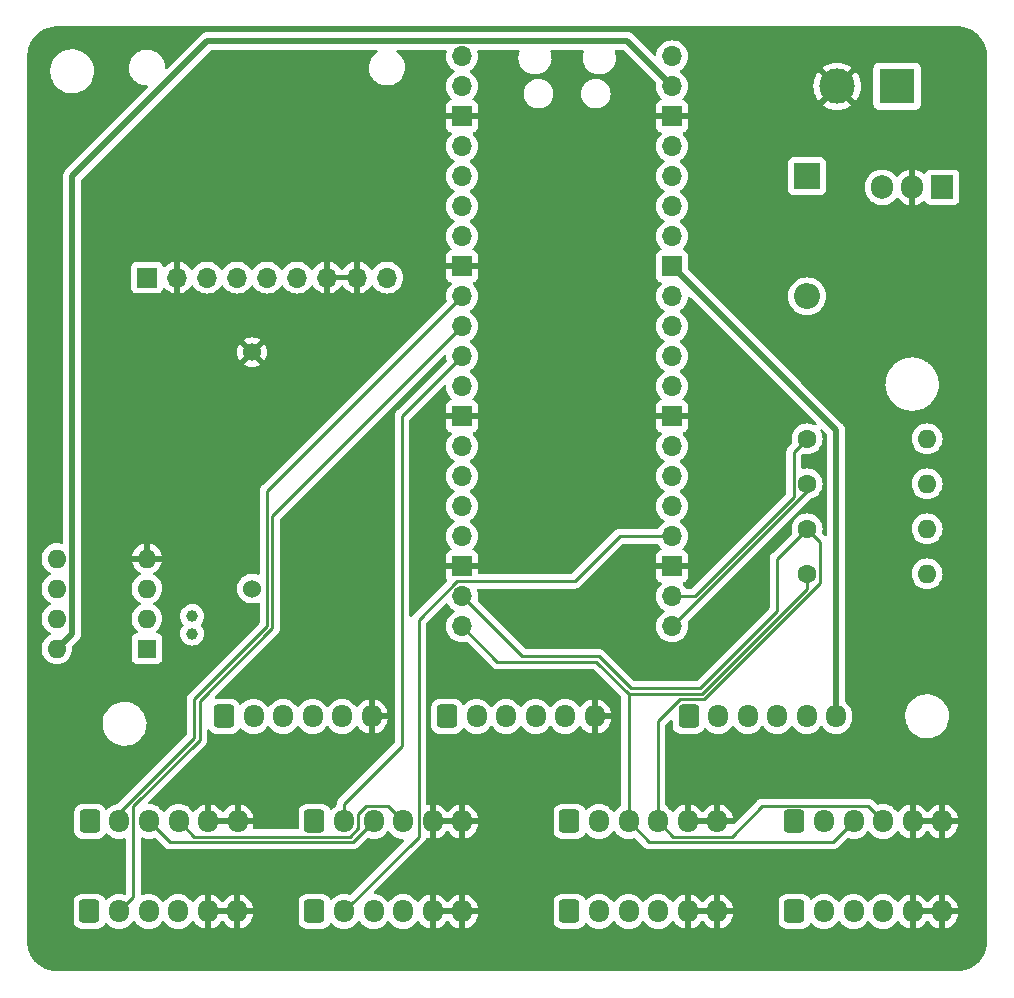
<source format=gbl>
%TF.GenerationSoftware,KiCad,Pcbnew,7.0.7*%
%TF.CreationDate,2023-09-20T10:34:10+01:00*%
%TF.ProjectId,telemetry board,74656c65-6d65-4747-9279-20626f617264,rev?*%
%TF.SameCoordinates,Original*%
%TF.FileFunction,Copper,L2,Bot*%
%TF.FilePolarity,Positive*%
%FSLAX46Y46*%
G04 Gerber Fmt 4.6, Leading zero omitted, Abs format (unit mm)*
G04 Created by KiCad (PCBNEW 7.0.7) date 2023-09-20 10:34:10*
%MOMM*%
%LPD*%
G01*
G04 APERTURE LIST*
G04 Aperture macros list*
%AMRoundRect*
0 Rectangle with rounded corners*
0 $1 Rounding radius*
0 $2 $3 $4 $5 $6 $7 $8 $9 X,Y pos of 4 corners*
0 Add a 4 corners polygon primitive as box body*
4,1,4,$2,$3,$4,$5,$6,$7,$8,$9,$2,$3,0*
0 Add four circle primitives for the rounded corners*
1,1,$1+$1,$2,$3*
1,1,$1+$1,$4,$5*
1,1,$1+$1,$6,$7*
1,1,$1+$1,$8,$9*
0 Add four rect primitives between the rounded corners*
20,1,$1+$1,$2,$3,$4,$5,0*
20,1,$1+$1,$4,$5,$6,$7,0*
20,1,$1+$1,$6,$7,$8,$9,0*
20,1,$1+$1,$8,$9,$2,$3,0*%
G04 Aperture macros list end*
%TA.AperFunction,ComponentPad*%
%ADD10C,1.524000*%
%TD*%
%TA.AperFunction,ComponentPad*%
%ADD11C,1.600000*%
%TD*%
%TA.AperFunction,ComponentPad*%
%ADD12O,1.600000X1.600000*%
%TD*%
%TA.AperFunction,ComponentPad*%
%ADD13RoundRect,0.250000X-0.600000X-0.725000X0.600000X-0.725000X0.600000X0.725000X-0.600000X0.725000X0*%
%TD*%
%TA.AperFunction,ComponentPad*%
%ADD14O,1.700000X1.950000*%
%TD*%
%TA.AperFunction,ComponentPad*%
%ADD15O,1.700000X1.700000*%
%TD*%
%TA.AperFunction,ComponentPad*%
%ADD16R,1.700000X1.700000*%
%TD*%
%TA.AperFunction,ComponentPad*%
%ADD17R,1.600000X1.600000*%
%TD*%
%TA.AperFunction,ComponentPad*%
%ADD18C,1.000000*%
%TD*%
%TA.AperFunction,ComponentPad*%
%ADD19R,2.200000X2.200000*%
%TD*%
%TA.AperFunction,ComponentPad*%
%ADD20O,2.200000X2.200000*%
%TD*%
%TA.AperFunction,ComponentPad*%
%ADD21R,1.905000X2.000000*%
%TD*%
%TA.AperFunction,ComponentPad*%
%ADD22O,1.905000X2.000000*%
%TD*%
%TA.AperFunction,ComponentPad*%
%ADD23R,3.000000X3.000000*%
%TD*%
%TA.AperFunction,ComponentPad*%
%ADD24C,3.000000*%
%TD*%
%TA.AperFunction,ViaPad*%
%ADD25C,0.800000*%
%TD*%
%TA.AperFunction,Conductor*%
%ADD26C,0.500000*%
%TD*%
%TA.AperFunction,Conductor*%
%ADD27C,0.250000*%
%TD*%
G04 APERTURE END LIST*
D10*
%TO.P,BT1,2,-*%
%TO.N,GND*%
X110490000Y-80942000D03*
%TO.P,BT1,1,+*%
%TO.N,+BATT*%
X110490000Y-100942000D03*
%TD*%
D11*
%TO.P,R1,1*%
%TO.N,I2C0_SDA*%
X157480000Y-92075000D03*
D12*
%TO.P,R1,2*%
%TO.N,VCC*%
X167640000Y-92075000D03*
%TD*%
D13*
%TO.P,J9,1,Pin_1*%
%TO.N,VCC*%
X137360000Y-120650000D03*
D14*
%TO.P,J9,2,Pin_2*%
%TO.N,I2C1_0_GPIO*%
X139860000Y-120650000D03*
%TO.P,J9,3,Pin_3*%
%TO.N,I2C1_SCL*%
X142360000Y-120650000D03*
%TO.P,J9,4,Pin_4*%
%TO.N,I2C1_SDA*%
X144860000Y-120650000D03*
%TO.P,J9,5,Pin_5*%
%TO.N,GND*%
X147360000Y-120650000D03*
%TO.P,J9,6,Pin_6*%
X149860000Y-120650000D03*
%TD*%
D11*
%TO.P,R3,1*%
%TO.N,I2C1_SDA*%
X157480000Y-95885000D03*
D12*
%TO.P,R3,2*%
%TO.N,VCC*%
X167640000Y-95885000D03*
%TD*%
D15*
%TO.P,U1,1,GPIO0*%
%TO.N,unconnected-(U1-GPIO0-Pad1)*%
X128270000Y-55880000D03*
%TO.P,U1,2,GPIO1*%
%TO.N,unconnected-(U1-GPIO1-Pad2)*%
X128270000Y-58420000D03*
D16*
%TO.P,U1,3,GND*%
%TO.N,GND*%
X128270000Y-60960000D03*
D15*
%TO.P,U1,4,GPIO2*%
%TO.N,SPIO_SCK*%
X128270000Y-63500000D03*
%TO.P,U1,5,GPIO3*%
%TO.N,SPI0_MOSI*%
X128270000Y-66040000D03*
%TO.P,U1,6,GPIO4*%
%TO.N,SPI0_MISO*%
X128270000Y-68580000D03*
%TO.P,U1,7,GPIO5*%
%TO.N,SD_CS*%
X128270000Y-71120000D03*
D16*
%TO.P,U1,8,GND*%
%TO.N,GND*%
X128270000Y-73660000D03*
D15*
%TO.P,U1,9,GPIO6*%
%TO.N,I2C0_0_GPIO*%
X128270000Y-76200000D03*
%TO.P,U1,10,GPIO7*%
%TO.N,I2C0_1_GPIO*%
X128270000Y-78740000D03*
%TO.P,U1,11,GPIO8*%
%TO.N,I2C0_2_GPIO*%
X128270000Y-81280000D03*
%TO.P,U1,12,GPIO9*%
%TO.N,SPI1_1_CS*%
X128270000Y-83820000D03*
D16*
%TO.P,U1,13,GND*%
%TO.N,GND*%
X128270000Y-86360000D03*
D15*
%TO.P,U1,14,GPIO10*%
%TO.N,SPI1_SCK*%
X128270000Y-88900000D03*
%TO.P,U1,15,GPIO11*%
%TO.N,SPI1_MOSI*%
X128270000Y-91440000D03*
%TO.P,U1,16,GPIO12*%
%TO.N,SPI1_MISO*%
X128270000Y-93980000D03*
%TO.P,U1,17,GPIO13*%
%TO.N,SPI1_0_CS*%
X128270000Y-96520000D03*
D16*
%TO.P,U1,18,GND*%
%TO.N,GND*%
X128270000Y-99060000D03*
D15*
%TO.P,U1,19,GPIO14*%
%TO.N,I2C1_SDA*%
X128270000Y-101600000D03*
%TO.P,U1,20,GPIO15*%
%TO.N,I2C1_SCL*%
X128270000Y-104140000D03*
%TO.P,U1,21,GPIO16*%
%TO.N,I2C0_SDA*%
X146050000Y-104140000D03*
%TO.P,U1,22,GPIO17*%
%TO.N,I2C0_SCL*%
X146050000Y-101600000D03*
D16*
%TO.P,U1,23,GND*%
%TO.N,GND*%
X146050000Y-99060000D03*
D15*
%TO.P,U1,24,GPIO18*%
%TO.N,I2C0_3_GPIO*%
X146050000Y-96520000D03*
%TO.P,U1,25,GPIO19*%
%TO.N,I2C1_0_GPIO*%
X146050000Y-93980000D03*
%TO.P,U1,26,GPIO20*%
%TO.N,I2C1_1_GPIO*%
X146050000Y-91440000D03*
%TO.P,U1,27,GPIO21*%
%TO.N,I2C1_2_GPIO*%
X146050000Y-88900000D03*
D16*
%TO.P,U1,28,GND*%
%TO.N,GND*%
X146050000Y-86360000D03*
D15*
%TO.P,U1,29,GPIO22*%
%TO.N,I2C1_3_GPIO*%
X146050000Y-83820000D03*
%TO.P,U1,30,RUN*%
%TO.N,unconnected-(U1-RUN-Pad30)*%
X146050000Y-81280000D03*
%TO.P,U1,31,GPIO26_ADC0*%
%TO.N,ADC0*%
X146050000Y-78740000D03*
%TO.P,U1,32,GPIO27_ADC1*%
%TO.N,ADC1*%
X146050000Y-76200000D03*
D16*
%TO.P,U1,33,AGND*%
%TO.N,AGND*%
X146050000Y-73660000D03*
D15*
%TO.P,U1,34,GPIO28_ADC2*%
%TO.N,ADC2*%
X146050000Y-71120000D03*
%TO.P,U1,35,ADC_VREF*%
%TO.N,ADCV*%
X146050000Y-68580000D03*
%TO.P,U1,36,3V3*%
%TO.N,VCC*%
X146050000Y-66040000D03*
%TO.P,U1,37,3V3_EN*%
%TO.N,unconnected-(U1-3V3_EN-Pad37)*%
X146050000Y-63500000D03*
D16*
%TO.P,U1,38,GND*%
%TO.N,GND*%
X146050000Y-60960000D03*
D15*
%TO.P,U1,39,VSYS*%
%TO.N,VSYS*%
X146050000Y-58420000D03*
%TO.P,U1,40,VBUS*%
%TO.N,unconnected-(U1-VBUS-Pad40)*%
X146050000Y-55880000D03*
%TD*%
D13*
%TO.P,J7,1,Pin_1*%
%TO.N,VCC*%
X115770000Y-120650000D03*
D14*
%TO.P,J7,2,Pin_2*%
%TO.N,I2C0_2_GPIO*%
X118270000Y-120650000D03*
%TO.P,J7,3,Pin_3*%
%TO.N,I2C0_SCL*%
X120770000Y-120650000D03*
%TO.P,J7,4,Pin_4*%
%TO.N,I2C0_SDA*%
X123270000Y-120650000D03*
%TO.P,J7,5,Pin_5*%
%TO.N,GND*%
X125770000Y-120650000D03*
%TO.P,J7,6,Pin_6*%
X128270000Y-120650000D03*
%TD*%
D13*
%TO.P,J4,1,Pin_1*%
%TO.N,VCC*%
X127000000Y-111760000D03*
D14*
%TO.P,J4,2,Pin_2*%
%TO.N,SPI1_SCK*%
X129500000Y-111760000D03*
%TO.P,J4,3,Pin_3*%
%TO.N,SPI1_MOSI*%
X132000000Y-111760000D03*
%TO.P,J4,4,Pin_4*%
%TO.N,SPI1_MISO*%
X134500000Y-111760000D03*
%TO.P,J4,5,Pin_5*%
%TO.N,SPI1_1_CS*%
X137000000Y-111760000D03*
%TO.P,J4,6,Pin_6*%
%TO.N,GND*%
X139500000Y-111760000D03*
%TD*%
D17*
%TO.P,U2,1,X1*%
%TO.N,Net-(U2-X1)*%
X101590000Y-106035000D03*
D12*
%TO.P,U2,2,X2*%
%TO.N,Net-(U2-X2)*%
X101590000Y-103495000D03*
%TO.P,U2,3,VBAT*%
%TO.N,+BATT*%
X101590000Y-100955000D03*
%TO.P,U2,4,GND*%
%TO.N,GND*%
X101590000Y-98415000D03*
%TO.P,U2,5,SDA*%
%TO.N,I2C0_SDA*%
X93970000Y-98415000D03*
%TO.P,U2,6,SCL*%
%TO.N,I2C0_SCL*%
X93970000Y-100955000D03*
%TO.P,U2,7,SQW/OUT*%
%TO.N,unconnected-(U2-SQW{slash}OUT-Pad7)*%
X93970000Y-103495000D03*
%TO.P,U2,8,VCC*%
%TO.N,VSYS*%
X93970000Y-106035000D03*
%TD*%
D13*
%TO.P,J3,1,Pin_1*%
%TO.N,VCC*%
X108110000Y-111760000D03*
D14*
%TO.P,J3,2,Pin_2*%
%TO.N,SPI1_SCK*%
X110610000Y-111760000D03*
%TO.P,J3,3,Pin_3*%
%TO.N,SPI1_MOSI*%
X113110000Y-111760000D03*
%TO.P,J3,4,Pin_4*%
%TO.N,SPI1_MISO*%
X115610000Y-111760000D03*
%TO.P,J3,5,Pin_5*%
%TO.N,SPI1_0_CS*%
X118110000Y-111760000D03*
%TO.P,J3,6,Pin_6*%
%TO.N,GND*%
X120610000Y-111760000D03*
%TD*%
D13*
%TO.P,J10,1,Pin_1*%
%TO.N,VCC*%
X137360000Y-128270000D03*
D14*
%TO.P,J10,2,Pin_2*%
%TO.N,I2C1_1_GPIO*%
X139860000Y-128270000D03*
%TO.P,J10,3,Pin_3*%
%TO.N,I2C1_SCL*%
X142360000Y-128270000D03*
%TO.P,J10,4,Pin_4*%
%TO.N,I2C1_SDA*%
X144860000Y-128270000D03*
%TO.P,J10,5,Pin_5*%
%TO.N,GND*%
X147360000Y-128270000D03*
%TO.P,J10,6,Pin_6*%
X149860000Y-128270000D03*
%TD*%
D18*
%TO.P,Y1,1,1*%
%TO.N,Net-(U2-X1)*%
X105410000Y-104775000D03*
%TO.P,Y1,2,2*%
%TO.N,Net-(U2-X2)*%
X105410000Y-103275000D03*
%TD*%
D16*
%TO.P,J2,1,Pin_1*%
%TO.N,VCC*%
X101600000Y-74612500D03*
D15*
%TO.P,J2,2,Pin_2*%
%TO.N,GND*%
X104140000Y-74612500D03*
%TO.P,J2,3,Pin_3*%
%TO.N,SPIO_SCK*%
X106680000Y-74612500D03*
%TO.P,J2,4,Pin_4*%
%TO.N,SPI0_MISO*%
X109220000Y-74612500D03*
%TO.P,J2,5,Pin_5*%
%TO.N,SPI0_MOSI*%
X111760000Y-74612500D03*
%TO.P,J2,6,Pin_6*%
%TO.N,SD_CS*%
X114300000Y-74612500D03*
%TO.P,J2,7,Pin_7*%
%TO.N,GND*%
X116840000Y-74612500D03*
%TO.P,J2,8,Pin_8*%
X119380000Y-74612500D03*
%TO.P,J2,9,Pin_9*%
%TO.N,SD_DET*%
X121920000Y-74612500D03*
%TD*%
D19*
%TO.P,D1,1,K*%
%TO.N,VSYS*%
X157480000Y-66040000D03*
D20*
%TO.P,D1,2,A*%
%TO.N,+5V*%
X157480000Y-76200000D03*
%TD*%
D11*
%TO.P,R2,1*%
%TO.N,I2C0_SCL*%
X157480000Y-88265000D03*
D12*
%TO.P,R2,2*%
%TO.N,VCC*%
X167640000Y-88265000D03*
%TD*%
D13*
%TO.P,J11,1,Pin_1*%
%TO.N,VCC*%
X156410000Y-120650000D03*
D14*
%TO.P,J11,2,Pin_2*%
%TO.N,I2C1_2_GPIO*%
X158910000Y-120650000D03*
%TO.P,J11,3,Pin_3*%
%TO.N,I2C1_SCL*%
X161410000Y-120650000D03*
%TO.P,J11,4,Pin_4*%
%TO.N,I2C1_SDA*%
X163910000Y-120650000D03*
%TO.P,J11,5,Pin_5*%
%TO.N,GND*%
X166410000Y-120650000D03*
%TO.P,J11,6,Pin_6*%
X168910000Y-120650000D03*
%TD*%
D13*
%TO.P,J12,1,Pin_1*%
%TO.N,VCC*%
X156410000Y-128270000D03*
D14*
%TO.P,J12,2,Pin_2*%
%TO.N,I2C1_3_GPIO*%
X158910000Y-128270000D03*
%TO.P,J12,3,Pin_3*%
%TO.N,I2C1_SCL*%
X161410000Y-128270000D03*
%TO.P,J12,4,Pin_4*%
%TO.N,I2C1_SDA*%
X163910000Y-128270000D03*
%TO.P,J12,5,Pin_5*%
%TO.N,GND*%
X166410000Y-128270000D03*
%TO.P,J12,6,Pin_6*%
X168910000Y-128270000D03*
%TD*%
D13*
%TO.P,J8,1,Pin_1*%
%TO.N,VCC*%
X115770000Y-128270000D03*
D14*
%TO.P,J8,2,Pin_2*%
%TO.N,I2C0_3_GPIO*%
X118270000Y-128270000D03*
%TO.P,J8,3,Pin_3*%
%TO.N,I2C0_SCL*%
X120770000Y-128270000D03*
%TO.P,J8,4,Pin_4*%
%TO.N,I2C0_SDA*%
X123270000Y-128270000D03*
%TO.P,J8,5,Pin_5*%
%TO.N,GND*%
X125770000Y-128270000D03*
%TO.P,J8,6,Pin_6*%
X128270000Y-128270000D03*
%TD*%
D21*
%TO.P,U3,1,VI*%
%TO.N,+12V*%
X168910000Y-66970000D03*
D22*
%TO.P,U3,2,GND*%
%TO.N,GND*%
X166370000Y-66970000D03*
%TO.P,U3,3,VO*%
%TO.N,+5V*%
X163830000Y-66970000D03*
%TD*%
D11*
%TO.P,R4,1*%
%TO.N,I2C1_SCL*%
X157480000Y-99695000D03*
D12*
%TO.P,R4,2*%
%TO.N,VCC*%
X167640000Y-99695000D03*
%TD*%
D13*
%TO.P,J6,1,Pin_1*%
%TO.N,VCC*%
X96720000Y-128270000D03*
D14*
%TO.P,J6,2,Pin_2*%
%TO.N,I2C0_1_GPIO*%
X99220000Y-128270000D03*
%TO.P,J6,3,Pin_3*%
%TO.N,I2C0_SCL*%
X101720000Y-128270000D03*
%TO.P,J6,4,Pin_4*%
%TO.N,I2C0_SDA*%
X104220000Y-128270000D03*
%TO.P,J6,5,Pin_5*%
%TO.N,GND*%
X106720000Y-128270000D03*
%TO.P,J6,6,Pin_6*%
X109220000Y-128270000D03*
%TD*%
D23*
%TO.P,J13,1,Pin_1*%
%TO.N,+12V*%
X165100000Y-58420000D03*
D24*
%TO.P,J13,2,Pin_2*%
%TO.N,GND*%
X160020000Y-58420000D03*
%TD*%
D13*
%TO.P,J1,1,Pin_1*%
%TO.N,ADC0*%
X147440000Y-111760000D03*
D14*
%TO.P,J1,2,Pin_2*%
%TO.N,ADC1*%
X149940000Y-111760000D03*
%TO.P,J1,3,Pin_3*%
%TO.N,ADC2*%
X152440000Y-111760000D03*
%TO.P,J1,4,Pin_4*%
%TO.N,ADCV*%
X154940000Y-111760000D03*
%TO.P,J1,5,Pin_5*%
%TO.N,AGND*%
X157440000Y-111760000D03*
%TO.P,J1,6,Pin_6*%
X159940000Y-111760000D03*
%TD*%
D13*
%TO.P,J5,1,Pin_1*%
%TO.N,VCC*%
X96760000Y-120650000D03*
D14*
%TO.P,J5,2,Pin_2*%
%TO.N,I2C0_0_GPIO*%
X99260000Y-120650000D03*
%TO.P,J5,3,Pin_3*%
%TO.N,I2C0_SCL*%
X101760000Y-120650000D03*
%TO.P,J5,4,Pin_4*%
%TO.N,I2C0_SDA*%
X104260000Y-120650000D03*
%TO.P,J5,5,Pin_5*%
%TO.N,GND*%
X106760000Y-120650000D03*
%TO.P,J5,6,Pin_6*%
X109260000Y-120650000D03*
%TD*%
D25*
%TO.N,GND*%
X146685000Y-107315000D03*
%TD*%
D26*
%TO.N,AGND*%
X159940000Y-87550000D02*
X159940000Y-111760000D01*
X146050000Y-73660000D02*
X159940000Y-87550000D01*
D27*
%TO.N,I2C0_SCL*%
X147953604Y-101600000D02*
X146050000Y-101600000D01*
X103510000Y-122400000D02*
X119020000Y-122400000D01*
X101760000Y-120650000D02*
X103510000Y-122400000D01*
X157480000Y-88265000D02*
X156355000Y-89390000D01*
X156355000Y-93198604D02*
X147953604Y-101600000D01*
X156355000Y-89390000D02*
X156355000Y-93198604D01*
X119020000Y-122400000D02*
X120770000Y-120650000D01*
%TO.N,I2C0_SDA*%
X119445000Y-120038299D02*
X119445000Y-121261701D01*
X118756701Y-121950000D02*
X105560000Y-121950000D01*
X146050000Y-104140000D02*
X157480000Y-92710000D01*
X123270000Y-120650000D02*
X121970000Y-119350000D01*
X121970000Y-119350000D02*
X120133299Y-119350000D01*
X157480000Y-92710000D02*
X157480000Y-92075000D01*
X120133299Y-119350000D02*
X119445000Y-120038299D01*
X105560000Y-121950000D02*
X104260000Y-120650000D01*
X119445000Y-121261701D02*
X118756701Y-121950000D01*
%TO.N,I2C1_SCL*%
X148591396Y-109855000D02*
X149860698Y-108585698D01*
X142360000Y-109855000D02*
X148591396Y-109855000D01*
X142360000Y-120650000D02*
X144110000Y-122400000D01*
X157480000Y-100966396D02*
X157480000Y-99695000D01*
X142360000Y-109855000D02*
X142360000Y-120650000D01*
X144110000Y-122400000D02*
X159660000Y-122400000D01*
X139635000Y-107130000D02*
X142360000Y-109855000D01*
X128270000Y-104140000D02*
X131260000Y-107130000D01*
X149860698Y-108585698D02*
X157480000Y-100966396D01*
X131260000Y-107130000D02*
X139635000Y-107130000D01*
X159660000Y-122400000D02*
X161410000Y-120650000D01*
%TO.N,I2C1_SDA*%
X148777792Y-110305000D02*
X158605000Y-100477792D01*
X151100000Y-121950000D02*
X146160000Y-121950000D01*
X146160000Y-121950000D02*
X144860000Y-120650000D01*
X163910000Y-120650000D02*
X162610000Y-119350000D01*
X139821396Y-106680000D02*
X133350000Y-106680000D01*
X162610000Y-119350000D02*
X153700000Y-119350000D01*
X153700000Y-119350000D02*
X151100000Y-121950000D01*
X133350000Y-106680000D02*
X128270000Y-101600000D01*
X146756827Y-110305000D02*
X148777792Y-110305000D01*
X154940000Y-102870000D02*
X148405000Y-109405000D01*
X154940000Y-98425000D02*
X154940000Y-102870000D01*
X144860000Y-120650000D02*
X144860000Y-112201827D01*
X158605000Y-100477792D02*
X158605000Y-97010000D01*
X157480000Y-95885000D02*
X154940000Y-98425000D01*
X142546396Y-109405000D02*
X139821396Y-106680000D01*
X144860000Y-112201827D02*
X146756827Y-110305000D01*
X148405000Y-109405000D02*
X142546396Y-109405000D01*
X158605000Y-97010000D02*
X157480000Y-95885000D01*
%TO.N,I2C0_0_GPIO*%
X105595000Y-110303604D02*
X105595000Y-113583604D01*
X128270000Y-76200000D02*
X111760000Y-92710000D01*
X99260000Y-119918604D02*
X99260000Y-120650000D01*
X105595000Y-113583604D02*
X99260000Y-119918604D01*
X111760000Y-104138604D02*
X105595000Y-110303604D01*
X111760000Y-92710000D02*
X111760000Y-104138604D01*
%TO.N,I2C0_1_GPIO*%
X112210000Y-104325000D02*
X112210000Y-94800000D01*
X99220000Y-128270000D02*
X100435000Y-127055000D01*
X106045000Y-113770000D02*
X100435000Y-119380000D01*
X106045000Y-110490000D02*
X112210000Y-104325000D01*
X106045000Y-110490000D02*
X106045000Y-113770000D01*
X112210000Y-94800000D02*
X128270000Y-78740000D01*
X100435000Y-127055000D02*
X100435000Y-119380000D01*
%TO.N,I2C0_2_GPIO*%
X123190000Y-86360000D02*
X123190000Y-114300000D01*
X118270000Y-119220000D02*
X118270000Y-120650000D01*
X128270000Y-81280000D02*
X123190000Y-86360000D01*
X123190000Y-114300000D02*
X118270000Y-119220000D01*
%TO.N,I2C0_3_GPIO*%
X127878299Y-100330000D02*
X137795000Y-100330000D01*
X137795000Y-100330000D02*
X141605000Y-96520000D01*
X118270000Y-128270000D02*
X124595000Y-121945000D01*
X124595000Y-121945000D02*
X124595000Y-103613299D01*
X124595000Y-103613299D02*
X127878299Y-100330000D01*
X141605000Y-96520000D02*
X146050000Y-96520000D01*
D26*
%TO.N,VSYS*%
X95250000Y-104755000D02*
X93970000Y-106035000D01*
X142210000Y-54580000D02*
X106710000Y-54580000D01*
X106710000Y-54580000D02*
X95250000Y-66040000D01*
X146050000Y-58420000D02*
X142210000Y-54580000D01*
X95250000Y-66040000D02*
X95250000Y-104755000D01*
%TD*%
%TA.AperFunction,Conductor*%
%TO.N,GND*%
G36*
X108699747Y-128039685D02*
G01*
X108745502Y-128092489D01*
X108755446Y-128161647D01*
X108751686Y-128178933D01*
X108745000Y-128201705D01*
X108745000Y-128338294D01*
X108751686Y-128361067D01*
X108751684Y-128430937D01*
X108713909Y-128489714D01*
X108650353Y-128518738D01*
X108632708Y-128520000D01*
X107307292Y-128520000D01*
X107240253Y-128500315D01*
X107194498Y-128447511D01*
X107184554Y-128378353D01*
X107188314Y-128361067D01*
X107195000Y-128338294D01*
X107195000Y-128201705D01*
X107188314Y-128178933D01*
X107188316Y-128109063D01*
X107226091Y-128050286D01*
X107289647Y-128021262D01*
X107307292Y-128020000D01*
X108632708Y-128020000D01*
X108699747Y-128039685D01*
G37*
%TD.AperFunction*%
%TA.AperFunction,Conductor*%
G36*
X127749747Y-128039685D02*
G01*
X127795502Y-128092489D01*
X127805446Y-128161647D01*
X127801686Y-128178933D01*
X127795000Y-128201705D01*
X127795000Y-128338294D01*
X127801686Y-128361067D01*
X127801684Y-128430937D01*
X127763909Y-128489714D01*
X127700353Y-128518738D01*
X127682708Y-128520000D01*
X126357292Y-128520000D01*
X126290253Y-128500315D01*
X126244498Y-128447511D01*
X126234554Y-128378353D01*
X126238314Y-128361067D01*
X126245000Y-128338294D01*
X126245000Y-128201705D01*
X126238314Y-128178933D01*
X126238316Y-128109063D01*
X126276091Y-128050286D01*
X126339647Y-128021262D01*
X126357292Y-128020000D01*
X127682708Y-128020000D01*
X127749747Y-128039685D01*
G37*
%TD.AperFunction*%
%TA.AperFunction,Conductor*%
G36*
X126833675Y-81163428D02*
G01*
X126889608Y-81205300D01*
X126914025Y-81270764D01*
X126914341Y-81279610D01*
X126914341Y-81280000D01*
X126934936Y-81515403D01*
X126934938Y-81515413D01*
X126961856Y-81615872D01*
X126960193Y-81685722D01*
X126929762Y-81735646D01*
X122806208Y-85859199D01*
X122793951Y-85869020D01*
X122794134Y-85869241D01*
X122788123Y-85874213D01*
X122740772Y-85924636D01*
X122719889Y-85945519D01*
X122719877Y-85945532D01*
X122715621Y-85951017D01*
X122711837Y-85955447D01*
X122679937Y-85989418D01*
X122679936Y-85989420D01*
X122670284Y-86006976D01*
X122659610Y-86023226D01*
X122647329Y-86039061D01*
X122647324Y-86039068D01*
X122628815Y-86081838D01*
X122626245Y-86087084D01*
X122603803Y-86127906D01*
X122598822Y-86147307D01*
X122592521Y-86165710D01*
X122584562Y-86184102D01*
X122584561Y-86184106D01*
X122577271Y-86230127D01*
X122576087Y-86235846D01*
X122564499Y-86280983D01*
X122564499Y-86301019D01*
X122562973Y-86320407D01*
X122559840Y-86340192D01*
X122559840Y-86340195D01*
X122564225Y-86386583D01*
X122564500Y-86392421D01*
X122564500Y-113989546D01*
X122544815Y-114056585D01*
X122528181Y-114077227D01*
X117886208Y-118719199D01*
X117873951Y-118729020D01*
X117874134Y-118729241D01*
X117868123Y-118734213D01*
X117820772Y-118784636D01*
X117799889Y-118805519D01*
X117799877Y-118805532D01*
X117795621Y-118811017D01*
X117791837Y-118815447D01*
X117759937Y-118849418D01*
X117759936Y-118849420D01*
X117750284Y-118866976D01*
X117739610Y-118883226D01*
X117727329Y-118899061D01*
X117727324Y-118899068D01*
X117708815Y-118941838D01*
X117706245Y-118947084D01*
X117683803Y-118987906D01*
X117678822Y-119007307D01*
X117672521Y-119025710D01*
X117664562Y-119044102D01*
X117664561Y-119044105D01*
X117657271Y-119090127D01*
X117656087Y-119095846D01*
X117644501Y-119140972D01*
X117644500Y-119140982D01*
X117644500Y-119161016D01*
X117642973Y-119180416D01*
X117639839Y-119200194D01*
X117639839Y-119200197D01*
X117643455Y-119238453D01*
X117630165Y-119307047D01*
X117591129Y-119351694D01*
X117398594Y-119486508D01*
X117251398Y-119633705D01*
X117190075Y-119667190D01*
X117120383Y-119662206D01*
X117064450Y-119620334D01*
X117058178Y-119611120D01*
X116962712Y-119456344D01*
X116838657Y-119332289D01*
X116838656Y-119332288D01*
X116707027Y-119251099D01*
X116689336Y-119240187D01*
X116689331Y-119240185D01*
X116667011Y-119232789D01*
X116522797Y-119185001D01*
X116522795Y-119185000D01*
X116420010Y-119174500D01*
X115119998Y-119174500D01*
X115119981Y-119174501D01*
X115017203Y-119185000D01*
X115017200Y-119185001D01*
X114850668Y-119240185D01*
X114850663Y-119240187D01*
X114701342Y-119332289D01*
X114577289Y-119456342D01*
X114485187Y-119605663D01*
X114485185Y-119605668D01*
X114469194Y-119653926D01*
X114430001Y-119772203D01*
X114430001Y-119772204D01*
X114430000Y-119772204D01*
X114419500Y-119874983D01*
X114419500Y-119874991D01*
X114419500Y-120581705D01*
X114419501Y-121200500D01*
X114399816Y-121267539D01*
X114347013Y-121313294D01*
X114295501Y-121324500D01*
X110671985Y-121324500D01*
X110604946Y-121304815D01*
X110559191Y-121252011D01*
X110549247Y-121182853D01*
X110552210Y-121168407D01*
X110594567Y-121010325D01*
X110594569Y-121010316D01*
X110604221Y-120900000D01*
X109847292Y-120900000D01*
X109780253Y-120880315D01*
X109734498Y-120827511D01*
X109724554Y-120758353D01*
X109728314Y-120741067D01*
X109735000Y-120718294D01*
X109735000Y-120581705D01*
X109728314Y-120558933D01*
X109728316Y-120489063D01*
X109766091Y-120430286D01*
X109829647Y-120401262D01*
X109847292Y-120400000D01*
X110604221Y-120400000D01*
X110594569Y-120289683D01*
X110594567Y-120289673D01*
X110533433Y-120061516D01*
X110533429Y-120061507D01*
X110433600Y-119847422D01*
X110433599Y-119847420D01*
X110298113Y-119653926D01*
X110298108Y-119653920D01*
X110131082Y-119486894D01*
X109937578Y-119351399D01*
X109723492Y-119251570D01*
X109723486Y-119251567D01*
X109510000Y-119194364D01*
X109509999Y-119194364D01*
X109509999Y-120062956D01*
X109490314Y-120129996D01*
X109437510Y-120175750D01*
X109368352Y-120185694D01*
X109293975Y-120175000D01*
X109226025Y-120175000D01*
X109151646Y-120185694D01*
X109082487Y-120175750D01*
X109029683Y-120129995D01*
X109009999Y-120062956D01*
X109009999Y-119194364D01*
X108796513Y-119251567D01*
X108796507Y-119251570D01*
X108582422Y-119351399D01*
X108582420Y-119351400D01*
X108388926Y-119486886D01*
X108388920Y-119486891D01*
X108221891Y-119653920D01*
X108221890Y-119653922D01*
X108111575Y-119811468D01*
X108056998Y-119855092D01*
X107987499Y-119862285D01*
X107925145Y-119830763D01*
X107908425Y-119811468D01*
X107798109Y-119653922D01*
X107798108Y-119653920D01*
X107631082Y-119486894D01*
X107437578Y-119351399D01*
X107223492Y-119251570D01*
X107223486Y-119251567D01*
X107010000Y-119194364D01*
X107010000Y-120062956D01*
X106990315Y-120129995D01*
X106937511Y-120175750D01*
X106868353Y-120185694D01*
X106842064Y-120181914D01*
X106793975Y-120175000D01*
X106726025Y-120175000D01*
X106651647Y-120185694D01*
X106582488Y-120175750D01*
X106529684Y-120129995D01*
X106510000Y-120062956D01*
X106510000Y-119194364D01*
X106509999Y-119194364D01*
X106296513Y-119251567D01*
X106296507Y-119251570D01*
X106082422Y-119351399D01*
X106082420Y-119351400D01*
X105888926Y-119486886D01*
X105888920Y-119486891D01*
X105721891Y-119653920D01*
X105721890Y-119653922D01*
X105611880Y-119811032D01*
X105557303Y-119854657D01*
X105487804Y-119861849D01*
X105425450Y-119830327D01*
X105408730Y-119811031D01*
X105298494Y-119653597D01*
X105131402Y-119486506D01*
X105131395Y-119486501D01*
X105114227Y-119474480D01*
X104982410Y-119382180D01*
X104937834Y-119350967D01*
X104937830Y-119350965D01*
X104885500Y-119326563D01*
X104723663Y-119251097D01*
X104723659Y-119251096D01*
X104723655Y-119251094D01*
X104495413Y-119189938D01*
X104495403Y-119189936D01*
X104260001Y-119169341D01*
X104259999Y-119169341D01*
X104024596Y-119189936D01*
X104024586Y-119189938D01*
X103796344Y-119251094D01*
X103796335Y-119251098D01*
X103582171Y-119350964D01*
X103582169Y-119350965D01*
X103388597Y-119486505D01*
X103221508Y-119653594D01*
X103111574Y-119810596D01*
X103056997Y-119854221D01*
X102987498Y-119861413D01*
X102925144Y-119829891D01*
X102908424Y-119810595D01*
X102798494Y-119653597D01*
X102631402Y-119486506D01*
X102631395Y-119486501D01*
X102614227Y-119474480D01*
X102482410Y-119382180D01*
X102437834Y-119350967D01*
X102437830Y-119350965D01*
X102385500Y-119326563D01*
X102223663Y-119251097D01*
X102223659Y-119251096D01*
X102223655Y-119251094D01*
X101995413Y-119189938D01*
X101995403Y-119189936D01*
X101813637Y-119174033D01*
X101748568Y-119148580D01*
X101707590Y-119091989D01*
X101703712Y-119022227D01*
X101736762Y-118962826D01*
X106428788Y-114270801D01*
X106441042Y-114260986D01*
X106440859Y-114260764D01*
X106446866Y-114255792D01*
X106446877Y-114255786D01*
X106477775Y-114222882D01*
X106494227Y-114205364D01*
X106504671Y-114194918D01*
X106515120Y-114184471D01*
X106519379Y-114178978D01*
X106523152Y-114174561D01*
X106555062Y-114140582D01*
X106564713Y-114123024D01*
X106575396Y-114106761D01*
X106587673Y-114090936D01*
X106606185Y-114048153D01*
X106608738Y-114042941D01*
X106631197Y-114002092D01*
X106636180Y-113982680D01*
X106642481Y-113964280D01*
X106650437Y-113945896D01*
X106657729Y-113899852D01*
X106658906Y-113894171D01*
X106670500Y-113849019D01*
X106670500Y-113828982D01*
X106672027Y-113809582D01*
X106675160Y-113789804D01*
X106670775Y-113743415D01*
X106670500Y-113737577D01*
X106670500Y-112990786D01*
X106690185Y-112923747D01*
X106742989Y-112877992D01*
X106812147Y-112868048D01*
X106875703Y-112897073D01*
X106900036Y-112925687D01*
X106917288Y-112953656D01*
X107041344Y-113077712D01*
X107190666Y-113169814D01*
X107357203Y-113224999D01*
X107459991Y-113235500D01*
X108760008Y-113235499D01*
X108862797Y-113224999D01*
X109029334Y-113169814D01*
X109178656Y-113077712D01*
X109302712Y-112953656D01*
X109394814Y-112804334D01*
X109394814Y-112804331D01*
X109398178Y-112798879D01*
X109450126Y-112752154D01*
X109519088Y-112740931D01*
X109583170Y-112768774D01*
X109591398Y-112776294D01*
X109738599Y-112923495D01*
X109781675Y-112953657D01*
X109932165Y-113059032D01*
X109932167Y-113059033D01*
X109932170Y-113059035D01*
X110146337Y-113158903D01*
X110374592Y-113220063D01*
X110551034Y-113235500D01*
X110609999Y-113240659D01*
X110610000Y-113240659D01*
X110610001Y-113240659D01*
X110668966Y-113235500D01*
X110845408Y-113220063D01*
X111073663Y-113158903D01*
X111287829Y-113059035D01*
X111481401Y-112923495D01*
X111648495Y-112756401D01*
X111758426Y-112599402D01*
X111813000Y-112555779D01*
X111882499Y-112548585D01*
X111944853Y-112580107D01*
X111961574Y-112599403D01*
X112071275Y-112756073D01*
X112071508Y-112756405D01*
X112179404Y-112864300D01*
X112238599Y-112923495D01*
X112281675Y-112953657D01*
X112432165Y-113059032D01*
X112432167Y-113059033D01*
X112432170Y-113059035D01*
X112646337Y-113158903D01*
X112874592Y-113220063D01*
X113051034Y-113235500D01*
X113109999Y-113240659D01*
X113110000Y-113240659D01*
X113110001Y-113240659D01*
X113168966Y-113235500D01*
X113345408Y-113220063D01*
X113573663Y-113158903D01*
X113787829Y-113059035D01*
X113981401Y-112923495D01*
X114148495Y-112756401D01*
X114258427Y-112599400D01*
X114313000Y-112555778D01*
X114382498Y-112548584D01*
X114444853Y-112580106D01*
X114461574Y-112599403D01*
X114571505Y-112756402D01*
X114679404Y-112864300D01*
X114738599Y-112923495D01*
X114781675Y-112953657D01*
X114932165Y-113059032D01*
X114932167Y-113059033D01*
X114932170Y-113059035D01*
X115146337Y-113158903D01*
X115374592Y-113220063D01*
X115551034Y-113235500D01*
X115609999Y-113240659D01*
X115610000Y-113240659D01*
X115610001Y-113240659D01*
X115668966Y-113235500D01*
X115845408Y-113220063D01*
X116073663Y-113158903D01*
X116287829Y-113059035D01*
X116481401Y-112923495D01*
X116648495Y-112756401D01*
X116758426Y-112599401D01*
X116813001Y-112555778D01*
X116882500Y-112548584D01*
X116944855Y-112580106D01*
X116961571Y-112599398D01*
X117032144Y-112700187D01*
X117071506Y-112756403D01*
X117179404Y-112864300D01*
X117238599Y-112923495D01*
X117281675Y-112953657D01*
X117432165Y-113059032D01*
X117432167Y-113059033D01*
X117432170Y-113059035D01*
X117646337Y-113158903D01*
X117874592Y-113220063D01*
X118051034Y-113235500D01*
X118109999Y-113240659D01*
X118110000Y-113240659D01*
X118110001Y-113240659D01*
X118168966Y-113235500D01*
X118345408Y-113220063D01*
X118573663Y-113158903D01*
X118787829Y-113059035D01*
X118981401Y-112923495D01*
X119148495Y-112756401D01*
X119258732Y-112598965D01*
X119313306Y-112555342D01*
X119382805Y-112548148D01*
X119445159Y-112579670D01*
X119461880Y-112598967D01*
X119571886Y-112756073D01*
X119571891Y-112756079D01*
X119738917Y-112923105D01*
X119932421Y-113058600D01*
X120146507Y-113158429D01*
X120146516Y-113158433D01*
X120360000Y-113215634D01*
X120360000Y-112347044D01*
X120379685Y-112280005D01*
X120432489Y-112234250D01*
X120501647Y-112224306D01*
X120507066Y-112225085D01*
X120576025Y-112235000D01*
X120576026Y-112235000D01*
X120643974Y-112235000D01*
X120643975Y-112235000D01*
X120718352Y-112224306D01*
X120787510Y-112234250D01*
X120840314Y-112280005D01*
X120859999Y-112347044D01*
X120859999Y-113215634D01*
X121073483Y-113158433D01*
X121073492Y-113158429D01*
X121287577Y-113058600D01*
X121287579Y-113058599D01*
X121481073Y-112923113D01*
X121481079Y-112923108D01*
X121648108Y-112756079D01*
X121648113Y-112756073D01*
X121783599Y-112562579D01*
X121783600Y-112562577D01*
X121883429Y-112348492D01*
X121883433Y-112348483D01*
X121944567Y-112120326D01*
X121944569Y-112120316D01*
X121954221Y-112010000D01*
X121197292Y-112010000D01*
X121130253Y-111990315D01*
X121084498Y-111937511D01*
X121074554Y-111868353D01*
X121078314Y-111851067D01*
X121085000Y-111828294D01*
X121085000Y-111691705D01*
X121078314Y-111668933D01*
X121078316Y-111599063D01*
X121116091Y-111540286D01*
X121179647Y-111511262D01*
X121197292Y-111510000D01*
X121954221Y-111510000D01*
X121944569Y-111399683D01*
X121944567Y-111399673D01*
X121883433Y-111171516D01*
X121883429Y-111171507D01*
X121783600Y-110957422D01*
X121783599Y-110957420D01*
X121648113Y-110763926D01*
X121648108Y-110763920D01*
X121481082Y-110596894D01*
X121287578Y-110461399D01*
X121073492Y-110361570D01*
X121073486Y-110361567D01*
X120859999Y-110304364D01*
X120859999Y-111172956D01*
X120840314Y-111239995D01*
X120787510Y-111285750D01*
X120718352Y-111295694D01*
X120643975Y-111285000D01*
X120576025Y-111285000D01*
X120501647Y-111295694D01*
X120432488Y-111285750D01*
X120379684Y-111239995D01*
X120360000Y-111172956D01*
X120360000Y-110304364D01*
X120359999Y-110304364D01*
X120146513Y-110361567D01*
X120146507Y-110361570D01*
X119932422Y-110461399D01*
X119932420Y-110461400D01*
X119738926Y-110596886D01*
X119738920Y-110596891D01*
X119571891Y-110763920D01*
X119571890Y-110763922D01*
X119461880Y-110921032D01*
X119407303Y-110964657D01*
X119337804Y-110971849D01*
X119275450Y-110940327D01*
X119258730Y-110921031D01*
X119148494Y-110763597D01*
X118981402Y-110596506D01*
X118981395Y-110596501D01*
X118787834Y-110460967D01*
X118787830Y-110460965D01*
X118747777Y-110442288D01*
X118573663Y-110361097D01*
X118573659Y-110361096D01*
X118573655Y-110361094D01*
X118345413Y-110299938D01*
X118345403Y-110299936D01*
X118110001Y-110279341D01*
X118109999Y-110279341D01*
X117874596Y-110299936D01*
X117874586Y-110299938D01*
X117646344Y-110361094D01*
X117646335Y-110361098D01*
X117432171Y-110460964D01*
X117432169Y-110460965D01*
X117238597Y-110596505D01*
X117071505Y-110763597D01*
X116961575Y-110920595D01*
X116906998Y-110964220D01*
X116837500Y-110971414D01*
X116775145Y-110939891D01*
X116758425Y-110920595D01*
X116648494Y-110763597D01*
X116481402Y-110596506D01*
X116481395Y-110596501D01*
X116287834Y-110460967D01*
X116287830Y-110460965D01*
X116247777Y-110442288D01*
X116073663Y-110361097D01*
X116073659Y-110361096D01*
X116073655Y-110361094D01*
X115845413Y-110299938D01*
X115845403Y-110299936D01*
X115610001Y-110279341D01*
X115609999Y-110279341D01*
X115374596Y-110299936D01*
X115374586Y-110299938D01*
X115146344Y-110361094D01*
X115146335Y-110361098D01*
X114932171Y-110460964D01*
X114932169Y-110460965D01*
X114738597Y-110596505D01*
X114571505Y-110763597D01*
X114461575Y-110920595D01*
X114406998Y-110964220D01*
X114337500Y-110971414D01*
X114275145Y-110939891D01*
X114258425Y-110920595D01*
X114148494Y-110763597D01*
X113981402Y-110596506D01*
X113981395Y-110596501D01*
X113787834Y-110460967D01*
X113787830Y-110460965D01*
X113747777Y-110442288D01*
X113573663Y-110361097D01*
X113573659Y-110361096D01*
X113573655Y-110361094D01*
X113345413Y-110299938D01*
X113345403Y-110299936D01*
X113110001Y-110279341D01*
X113109999Y-110279341D01*
X112874596Y-110299936D01*
X112874586Y-110299938D01*
X112646344Y-110361094D01*
X112646335Y-110361098D01*
X112432171Y-110460964D01*
X112432169Y-110460965D01*
X112238597Y-110596505D01*
X112071508Y-110763594D01*
X111961574Y-110920596D01*
X111906997Y-110964221D01*
X111837498Y-110971413D01*
X111775144Y-110939891D01*
X111758424Y-110920595D01*
X111648494Y-110763597D01*
X111481402Y-110596506D01*
X111481395Y-110596501D01*
X111287834Y-110460967D01*
X111287830Y-110460965D01*
X111247777Y-110442288D01*
X111073663Y-110361097D01*
X111073659Y-110361096D01*
X111073655Y-110361094D01*
X110845413Y-110299938D01*
X110845403Y-110299936D01*
X110610001Y-110279341D01*
X110609999Y-110279341D01*
X110374596Y-110299936D01*
X110374586Y-110299938D01*
X110146344Y-110361094D01*
X110146335Y-110361098D01*
X109932171Y-110460964D01*
X109932169Y-110460965D01*
X109738597Y-110596505D01*
X109591398Y-110743705D01*
X109530075Y-110777190D01*
X109460383Y-110772206D01*
X109404450Y-110730334D01*
X109398178Y-110721120D01*
X109302712Y-110566344D01*
X109178657Y-110442289D01*
X109178656Y-110442288D01*
X109047786Y-110361567D01*
X109029336Y-110350187D01*
X109029331Y-110350185D01*
X108986599Y-110336025D01*
X108862797Y-110295001D01*
X108862795Y-110295000D01*
X108760010Y-110284500D01*
X107459998Y-110284500D01*
X107459980Y-110284501D01*
X107444864Y-110286046D01*
X107376171Y-110273276D01*
X107325287Y-110225395D01*
X107308367Y-110157605D01*
X107330784Y-110091428D01*
X107344577Y-110075012D01*
X112593786Y-104825802D01*
X112606048Y-104815980D01*
X112605865Y-104815759D01*
X112611867Y-104810792D01*
X112611877Y-104810786D01*
X112659241Y-104760348D01*
X112680120Y-104739470D01*
X112684373Y-104733986D01*
X112688150Y-104729563D01*
X112720062Y-104695582D01*
X112729714Y-104678023D01*
X112740389Y-104661772D01*
X112752674Y-104645936D01*
X112771186Y-104603152D01*
X112773742Y-104597935D01*
X112796197Y-104557092D01*
X112801180Y-104537680D01*
X112807477Y-104519291D01*
X112815438Y-104500895D01*
X112822729Y-104454853D01*
X112823908Y-104449162D01*
X112835500Y-104404019D01*
X112835500Y-104383982D01*
X112837027Y-104364582D01*
X112840160Y-104344804D01*
X112835775Y-104298415D01*
X112835500Y-104292577D01*
X112835500Y-95110451D01*
X112855185Y-95043412D01*
X112871814Y-95022775D01*
X126702660Y-81191928D01*
X126763983Y-81158444D01*
X126833675Y-81163428D01*
G37*
%TD.AperFunction*%
%TA.AperFunction,Conductor*%
G36*
X108739747Y-120419685D02*
G01*
X108785502Y-120472489D01*
X108795446Y-120541647D01*
X108791686Y-120558933D01*
X108785000Y-120581705D01*
X108785000Y-120718294D01*
X108791686Y-120741067D01*
X108791684Y-120810937D01*
X108753909Y-120869714D01*
X108690353Y-120898738D01*
X108672708Y-120900000D01*
X107347292Y-120900000D01*
X107280253Y-120880315D01*
X107234498Y-120827511D01*
X107224554Y-120758353D01*
X107228314Y-120741067D01*
X107235000Y-120718294D01*
X107235000Y-120581705D01*
X107228314Y-120558933D01*
X107228316Y-120489063D01*
X107266091Y-120430286D01*
X107329647Y-120401262D01*
X107347292Y-120400000D01*
X108672708Y-120400000D01*
X108739747Y-120419685D01*
G37*
%TD.AperFunction*%
%TA.AperFunction,Conductor*%
G36*
X127749747Y-120419685D02*
G01*
X127795502Y-120472489D01*
X127805446Y-120541647D01*
X127801686Y-120558933D01*
X127795000Y-120581705D01*
X127795000Y-120718294D01*
X127801686Y-120741067D01*
X127801684Y-120810937D01*
X127763909Y-120869714D01*
X127700353Y-120898738D01*
X127682708Y-120900000D01*
X126357292Y-120900000D01*
X126290253Y-120880315D01*
X126244498Y-120827511D01*
X126234554Y-120758353D01*
X126238314Y-120741067D01*
X126245000Y-120718294D01*
X126245000Y-120581705D01*
X126238314Y-120558933D01*
X126238316Y-120489063D01*
X126276091Y-120430286D01*
X126339647Y-120401262D01*
X126357292Y-120400000D01*
X127682708Y-120400000D01*
X127749747Y-120419685D01*
G37*
%TD.AperFunction*%
%TA.AperFunction,Conductor*%
G36*
X149339747Y-120419685D02*
G01*
X149385502Y-120472489D01*
X149395446Y-120541647D01*
X149391686Y-120558933D01*
X149385000Y-120581705D01*
X149385000Y-120718294D01*
X149391686Y-120741067D01*
X149391684Y-120810937D01*
X149353909Y-120869714D01*
X149290353Y-120898738D01*
X149272708Y-120900000D01*
X147947292Y-120900000D01*
X147880253Y-120880315D01*
X147834498Y-120827511D01*
X147824554Y-120758353D01*
X147828314Y-120741067D01*
X147835000Y-120718294D01*
X147835000Y-120581705D01*
X147828314Y-120558933D01*
X147828316Y-120489063D01*
X147866091Y-120430286D01*
X147929647Y-120401262D01*
X147947292Y-120400000D01*
X149272708Y-120400000D01*
X149339747Y-120419685D01*
G37*
%TD.AperFunction*%
%TA.AperFunction,Conductor*%
G36*
X168389747Y-120419685D02*
G01*
X168435502Y-120472489D01*
X168445446Y-120541647D01*
X168441686Y-120558933D01*
X168435000Y-120581705D01*
X168435000Y-120718294D01*
X168441686Y-120741067D01*
X168441684Y-120810937D01*
X168403909Y-120869714D01*
X168340353Y-120898738D01*
X168322708Y-120900000D01*
X166997292Y-120900000D01*
X166930253Y-120880315D01*
X166884498Y-120827511D01*
X166874554Y-120758353D01*
X166878314Y-120741067D01*
X166885000Y-120718294D01*
X166885000Y-120581705D01*
X166878314Y-120558933D01*
X166878316Y-120489063D01*
X166916091Y-120430286D01*
X166979647Y-120401262D01*
X166997292Y-120400000D01*
X168322708Y-120400000D01*
X168389747Y-120419685D01*
G37*
%TD.AperFunction*%
%TA.AperFunction,Conductor*%
G36*
X158819208Y-87490576D02*
G01*
X159153181Y-87824548D01*
X159186666Y-87885871D01*
X159189500Y-87912229D01*
X159189500Y-96410547D01*
X159169815Y-96477586D01*
X159117011Y-96523341D01*
X159047853Y-96533285D01*
X158984297Y-96504260D01*
X158977819Y-96498228D01*
X158779413Y-96299822D01*
X158745928Y-96238499D01*
X158747319Y-96180048D01*
X158765635Y-96111692D01*
X158785468Y-95885000D01*
X158765635Y-95658308D01*
X158706739Y-95438504D01*
X158610568Y-95232266D01*
X158480047Y-95045861D01*
X158480045Y-95045858D01*
X158319141Y-94884954D01*
X158132734Y-94754432D01*
X158132732Y-94754431D01*
X157926497Y-94658261D01*
X157926488Y-94658258D01*
X157706697Y-94599366D01*
X157706693Y-94599365D01*
X157706692Y-94599365D01*
X157706691Y-94599364D01*
X157706686Y-94599364D01*
X157480002Y-94579532D01*
X157479998Y-94579532D01*
X157253313Y-94599364D01*
X157253302Y-94599366D01*
X157033511Y-94658258D01*
X157033502Y-94658261D01*
X156827267Y-94754431D01*
X156827265Y-94754432D01*
X156640858Y-94884954D01*
X156479954Y-95045858D01*
X156349432Y-95232265D01*
X156349431Y-95232267D01*
X156253261Y-95438502D01*
X156253258Y-95438511D01*
X156194366Y-95658302D01*
X156194364Y-95658313D01*
X156178327Y-95841623D01*
X156174532Y-95885000D01*
X156194364Y-96111686D01*
X156194365Y-96111691D01*
X156194366Y-96111697D01*
X156212680Y-96180048D01*
X156211017Y-96249897D01*
X156180586Y-96299821D01*
X154556208Y-97924199D01*
X154543951Y-97934020D01*
X154544134Y-97934241D01*
X154538123Y-97939213D01*
X154490772Y-97989636D01*
X154469889Y-98010519D01*
X154469877Y-98010532D01*
X154465621Y-98016017D01*
X154461837Y-98020447D01*
X154429937Y-98054418D01*
X154429936Y-98054420D01*
X154420284Y-98071976D01*
X154409610Y-98088226D01*
X154397329Y-98104061D01*
X154397324Y-98104068D01*
X154378815Y-98146838D01*
X154376245Y-98152084D01*
X154353803Y-98192906D01*
X154348822Y-98212307D01*
X154342521Y-98230710D01*
X154334562Y-98249102D01*
X154334561Y-98249105D01*
X154327271Y-98295127D01*
X154326087Y-98300846D01*
X154314501Y-98345972D01*
X154314500Y-98345982D01*
X154314500Y-98366016D01*
X154312973Y-98385415D01*
X154309840Y-98405194D01*
X154309840Y-98405195D01*
X154314225Y-98451583D01*
X154314500Y-98457421D01*
X154314500Y-102559547D01*
X154294815Y-102626586D01*
X154278181Y-102647228D01*
X148182228Y-108743181D01*
X148120905Y-108776666D01*
X148094547Y-108779500D01*
X142856848Y-108779500D01*
X142789809Y-108759815D01*
X142769167Y-108743181D01*
X141557863Y-107531877D01*
X140322199Y-106296212D01*
X140312376Y-106283950D01*
X140312155Y-106284134D01*
X140307182Y-106278123D01*
X140289685Y-106261692D01*
X140256760Y-106230773D01*
X140246315Y-106220328D01*
X140235871Y-106209883D01*
X140230382Y-106205625D01*
X140225957Y-106201847D01*
X140191978Y-106169938D01*
X140191976Y-106169936D01*
X140191973Y-106169935D01*
X140174425Y-106160288D01*
X140158159Y-106149604D01*
X140142329Y-106137325D01*
X140099564Y-106118818D01*
X140094318Y-106116248D01*
X140053489Y-106093803D01*
X140053488Y-106093802D01*
X140034089Y-106088822D01*
X140015677Y-106082518D01*
X139997294Y-106074562D01*
X139997288Y-106074560D01*
X139951270Y-106067272D01*
X139945548Y-106066087D01*
X139900417Y-106054500D01*
X139900415Y-106054500D01*
X139880380Y-106054500D01*
X139860982Y-106052973D01*
X139853558Y-106051797D01*
X139841201Y-106049840D01*
X139841200Y-106049840D01*
X139794812Y-106054225D01*
X139788974Y-106054500D01*
X133660452Y-106054500D01*
X133593413Y-106034815D01*
X133572771Y-106018181D01*
X129610237Y-102055646D01*
X129576752Y-101994323D01*
X129578142Y-101935876D01*
X129605063Y-101835408D01*
X129625659Y-101600000D01*
X129605063Y-101364592D01*
X129543903Y-101136337D01*
X129541837Y-101131906D01*
X129531344Y-101062829D01*
X129559863Y-100999045D01*
X129618339Y-100960804D01*
X129654218Y-100955500D01*
X137712257Y-100955500D01*
X137727877Y-100957224D01*
X137727904Y-100956939D01*
X137735660Y-100957671D01*
X137735667Y-100957673D01*
X137804814Y-100955500D01*
X137834350Y-100955500D01*
X137841228Y-100954630D01*
X137847041Y-100954172D01*
X137893627Y-100952709D01*
X137912869Y-100947117D01*
X137931912Y-100943174D01*
X137951792Y-100940664D01*
X137995122Y-100923507D01*
X138000646Y-100921617D01*
X138004396Y-100920527D01*
X138045390Y-100908618D01*
X138062629Y-100898422D01*
X138080103Y-100889862D01*
X138098727Y-100882488D01*
X138098727Y-100882487D01*
X138098732Y-100882486D01*
X138136449Y-100855082D01*
X138141305Y-100851892D01*
X138181420Y-100828170D01*
X138195589Y-100813999D01*
X138210379Y-100801368D01*
X138226587Y-100789594D01*
X138256299Y-100753676D01*
X138260212Y-100749376D01*
X141827770Y-97181819D01*
X141889094Y-97148334D01*
X141915452Y-97145500D01*
X144774773Y-97145500D01*
X144841812Y-97165185D01*
X144876348Y-97198377D01*
X145011501Y-97391396D01*
X145011506Y-97391402D01*
X145133818Y-97513714D01*
X145167303Y-97575037D01*
X145162319Y-97644729D01*
X145120447Y-97700662D01*
X145089471Y-97717577D01*
X144957912Y-97766646D01*
X144957906Y-97766649D01*
X144842812Y-97852809D01*
X144842809Y-97852812D01*
X144756649Y-97967906D01*
X144756645Y-97967913D01*
X144706403Y-98102620D01*
X144706401Y-98102627D01*
X144700000Y-98162155D01*
X144700000Y-98810000D01*
X145426231Y-98810000D01*
X145493270Y-98829685D01*
X145539025Y-98882489D01*
X145548969Y-98951647D01*
X145545208Y-98968936D01*
X145540000Y-98986672D01*
X145540000Y-99133327D01*
X145545208Y-99151064D01*
X145545208Y-99220934D01*
X145507434Y-99279712D01*
X145443879Y-99308738D01*
X145426231Y-99310000D01*
X144700000Y-99310000D01*
X144700000Y-99957844D01*
X144706401Y-100017372D01*
X144706403Y-100017379D01*
X144756645Y-100152086D01*
X144756649Y-100152093D01*
X144842809Y-100267187D01*
X144842812Y-100267190D01*
X144957906Y-100353350D01*
X144957913Y-100353354D01*
X145089470Y-100402421D01*
X145145403Y-100444292D01*
X145169821Y-100509756D01*
X145154970Y-100578029D01*
X145133819Y-100606284D01*
X145011503Y-100728600D01*
X144875965Y-100922169D01*
X144875964Y-100922171D01*
X144776098Y-101136335D01*
X144776094Y-101136344D01*
X144714938Y-101364586D01*
X144714936Y-101364596D01*
X144694341Y-101599999D01*
X144694341Y-101600000D01*
X144714936Y-101835403D01*
X144714938Y-101835413D01*
X144776094Y-102063655D01*
X144776096Y-102063659D01*
X144776097Y-102063663D01*
X144844020Y-102209323D01*
X144875965Y-102277830D01*
X144875967Y-102277834D01*
X145011501Y-102471395D01*
X145011506Y-102471402D01*
X145178597Y-102638493D01*
X145178603Y-102638498D01*
X145364158Y-102768425D01*
X145407783Y-102823002D01*
X145414977Y-102892500D01*
X145383454Y-102954855D01*
X145364158Y-102971575D01*
X145178597Y-103101505D01*
X145011505Y-103268597D01*
X144875965Y-103462169D01*
X144875964Y-103462171D01*
X144776098Y-103676335D01*
X144776094Y-103676344D01*
X144714938Y-103904586D01*
X144714936Y-103904596D01*
X144694341Y-104139999D01*
X144694341Y-104140000D01*
X144714936Y-104375403D01*
X144714938Y-104375413D01*
X144776094Y-104603655D01*
X144776096Y-104603659D01*
X144776097Y-104603663D01*
X144849161Y-104760348D01*
X144875965Y-104817830D01*
X144875967Y-104817834D01*
X144983306Y-104971129D01*
X145011505Y-105011401D01*
X145178599Y-105178495D01*
X145250805Y-105229054D01*
X145372165Y-105314032D01*
X145372167Y-105314033D01*
X145372170Y-105314035D01*
X145586337Y-105413903D01*
X145814592Y-105475063D01*
X146002918Y-105491539D01*
X146049999Y-105495659D01*
X146050000Y-105495659D01*
X146050001Y-105495659D01*
X146089234Y-105492226D01*
X146285408Y-105475063D01*
X146513663Y-105413903D01*
X146727830Y-105314035D01*
X146921401Y-105178495D01*
X147088495Y-105011401D01*
X147224035Y-104817830D01*
X147323903Y-104603663D01*
X147385063Y-104375408D01*
X147405659Y-104140000D01*
X147385063Y-103904592D01*
X147358142Y-103804125D01*
X147359806Y-103734276D01*
X147390235Y-103684353D01*
X157693121Y-93381468D01*
X157748706Y-93349377D01*
X157860842Y-93319330D01*
X157926486Y-93301742D01*
X157926489Y-93301740D01*
X157926496Y-93301739D01*
X158132734Y-93205568D01*
X158319139Y-93075047D01*
X158480047Y-92914139D01*
X158610568Y-92727734D01*
X158706739Y-92521496D01*
X158765635Y-92301692D01*
X158785468Y-92075000D01*
X158765635Y-91848308D01*
X158706739Y-91628504D01*
X158610568Y-91422266D01*
X158480047Y-91235861D01*
X158480045Y-91235858D01*
X158319141Y-91074954D01*
X158132734Y-90944432D01*
X158132732Y-90944431D01*
X157926497Y-90848261D01*
X157926488Y-90848258D01*
X157706697Y-90789366D01*
X157706693Y-90789365D01*
X157706692Y-90789365D01*
X157706691Y-90789364D01*
X157706686Y-90789364D01*
X157480002Y-90769532D01*
X157479998Y-90769532D01*
X157253313Y-90789364D01*
X157253302Y-90789366D01*
X157136593Y-90820638D01*
X157066743Y-90818975D01*
X157008881Y-90779812D01*
X156981377Y-90715583D01*
X156980500Y-90700863D01*
X156980500Y-89700451D01*
X157000185Y-89633412D01*
X157016814Y-89612775D01*
X157065179Y-89564410D01*
X157126500Y-89530927D01*
X157184947Y-89532317D01*
X157253308Y-89550635D01*
X157410780Y-89564412D01*
X157479998Y-89570468D01*
X157480000Y-89570468D01*
X157480002Y-89570468D01*
X157549220Y-89564412D01*
X157706692Y-89550635D01*
X157926496Y-89491739D01*
X158132734Y-89395568D01*
X158319139Y-89265047D01*
X158480047Y-89104139D01*
X158610568Y-88917734D01*
X158706739Y-88711496D01*
X158765635Y-88491692D01*
X158785468Y-88265000D01*
X158765635Y-88038308D01*
X158713829Y-87844963D01*
X158706741Y-87818511D01*
X158706738Y-87818502D01*
X158672133Y-87744292D01*
X158619144Y-87630658D01*
X158608653Y-87561585D01*
X158637172Y-87497801D01*
X158695649Y-87459561D01*
X158765516Y-87459006D01*
X158819208Y-87490576D01*
G37*
%TD.AperFunction*%
%TA.AperFunction,Conductor*%
G36*
X126833675Y-83703429D02*
G01*
X126889608Y-83745301D01*
X126914025Y-83810765D01*
X126914341Y-83819611D01*
X126914341Y-83820000D01*
X126934936Y-84055403D01*
X126934938Y-84055413D01*
X126996094Y-84283655D01*
X126996096Y-84283659D01*
X126996097Y-84283663D01*
X127015475Y-84325219D01*
X127095965Y-84497830D01*
X127095967Y-84497834D01*
X127153106Y-84579436D01*
X127231501Y-84691396D01*
X127231506Y-84691402D01*
X127353818Y-84813714D01*
X127387303Y-84875037D01*
X127382319Y-84944729D01*
X127340447Y-85000662D01*
X127309471Y-85017577D01*
X127177912Y-85066646D01*
X127177906Y-85066649D01*
X127062812Y-85152809D01*
X127062809Y-85152812D01*
X126976649Y-85267906D01*
X126976645Y-85267913D01*
X126926403Y-85402620D01*
X126926401Y-85402627D01*
X126920000Y-85462155D01*
X126920000Y-86110000D01*
X127646231Y-86110000D01*
X127713270Y-86129685D01*
X127759025Y-86182489D01*
X127768969Y-86251647D01*
X127765208Y-86268936D01*
X127760000Y-86286672D01*
X127760000Y-86433327D01*
X127765208Y-86451064D01*
X127765208Y-86520934D01*
X127727434Y-86579712D01*
X127663879Y-86608738D01*
X127646231Y-86610000D01*
X126920000Y-86610000D01*
X126920000Y-87257844D01*
X126926401Y-87317372D01*
X126926403Y-87317379D01*
X126976645Y-87452086D01*
X126976649Y-87452093D01*
X127062809Y-87567187D01*
X127062812Y-87567190D01*
X127177906Y-87653350D01*
X127177913Y-87653354D01*
X127309470Y-87702421D01*
X127365403Y-87744292D01*
X127389821Y-87809756D01*
X127374970Y-87878029D01*
X127353819Y-87906284D01*
X127231503Y-88028600D01*
X127095965Y-88222169D01*
X127095964Y-88222171D01*
X126996098Y-88436335D01*
X126996094Y-88436344D01*
X126934938Y-88664586D01*
X126934936Y-88664596D01*
X126914341Y-88899999D01*
X126914341Y-88900000D01*
X126934936Y-89135403D01*
X126934938Y-89135413D01*
X126996094Y-89363655D01*
X126996096Y-89363659D01*
X126996097Y-89363663D01*
X127055820Y-89491738D01*
X127095965Y-89577830D01*
X127095967Y-89577834D01*
X127231501Y-89771395D01*
X127231506Y-89771402D01*
X127398597Y-89938493D01*
X127398603Y-89938498D01*
X127584158Y-90068425D01*
X127627783Y-90123002D01*
X127634977Y-90192500D01*
X127603454Y-90254855D01*
X127584158Y-90271575D01*
X127398597Y-90401505D01*
X127231505Y-90568597D01*
X127095965Y-90762169D01*
X127095964Y-90762171D01*
X126996098Y-90976335D01*
X126996094Y-90976344D01*
X126934938Y-91204586D01*
X126934936Y-91204596D01*
X126914341Y-91439999D01*
X126914341Y-91440000D01*
X126934936Y-91675403D01*
X126934938Y-91675413D01*
X126996094Y-91903655D01*
X126996096Y-91903659D01*
X126996097Y-91903663D01*
X127095964Y-92117830D01*
X127095965Y-92117830D01*
X127095967Y-92117834D01*
X127166819Y-92219020D01*
X127224702Y-92301686D01*
X127231501Y-92311395D01*
X127231506Y-92311402D01*
X127398597Y-92478493D01*
X127398603Y-92478498D01*
X127584158Y-92608425D01*
X127627783Y-92663002D01*
X127634977Y-92732500D01*
X127603454Y-92794855D01*
X127584158Y-92811575D01*
X127398597Y-92941505D01*
X127231505Y-93108597D01*
X127095965Y-93302169D01*
X127095964Y-93302171D01*
X126996098Y-93516335D01*
X126996094Y-93516344D01*
X126934938Y-93744586D01*
X126934936Y-93744596D01*
X126914341Y-93979999D01*
X126914341Y-93980000D01*
X126934936Y-94215403D01*
X126934938Y-94215413D01*
X126996094Y-94443655D01*
X126996096Y-94443659D01*
X126996097Y-94443663D01*
X127059454Y-94579532D01*
X127095965Y-94657830D01*
X127095967Y-94657834D01*
X127231501Y-94851395D01*
X127231506Y-94851402D01*
X127398597Y-95018493D01*
X127398603Y-95018498D01*
X127584158Y-95148425D01*
X127627783Y-95203002D01*
X127634977Y-95272500D01*
X127603454Y-95334855D01*
X127584158Y-95351575D01*
X127398597Y-95481505D01*
X127231505Y-95648597D01*
X127095965Y-95842169D01*
X127095964Y-95842171D01*
X126996098Y-96056335D01*
X126996094Y-96056344D01*
X126934938Y-96284586D01*
X126934936Y-96284596D01*
X126914341Y-96519999D01*
X126914341Y-96520000D01*
X126934936Y-96755403D01*
X126934938Y-96755413D01*
X126996094Y-96983655D01*
X126996096Y-96983659D01*
X126996097Y-96983663D01*
X127091503Y-97188261D01*
X127095965Y-97197830D01*
X127095967Y-97197834D01*
X127204281Y-97352521D01*
X127231501Y-97391396D01*
X127231506Y-97391402D01*
X127353818Y-97513714D01*
X127387303Y-97575037D01*
X127382319Y-97644729D01*
X127340447Y-97700662D01*
X127309471Y-97717577D01*
X127177912Y-97766646D01*
X127177906Y-97766649D01*
X127062812Y-97852809D01*
X127062809Y-97852812D01*
X126976649Y-97967906D01*
X126976645Y-97967913D01*
X126926403Y-98102620D01*
X126926401Y-98102627D01*
X126920000Y-98162155D01*
X126920000Y-98810000D01*
X127646231Y-98810000D01*
X127713270Y-98829685D01*
X127759025Y-98882489D01*
X127768969Y-98951647D01*
X127765208Y-98968936D01*
X127760000Y-98986672D01*
X127760000Y-99133327D01*
X127765208Y-99151064D01*
X127765208Y-99220934D01*
X127727434Y-99279712D01*
X127663879Y-99308738D01*
X127646231Y-99310000D01*
X126920000Y-99310000D01*
X126920000Y-99957844D01*
X126926401Y-100017372D01*
X126926402Y-100017376D01*
X126976649Y-100152093D01*
X126995726Y-100177577D01*
X127020142Y-100243041D01*
X127005290Y-100311314D01*
X126984139Y-100339567D01*
X124211208Y-103112498D01*
X124198951Y-103122319D01*
X124199134Y-103122540D01*
X124193123Y-103127512D01*
X124145772Y-103177935D01*
X124124889Y-103198818D01*
X124124877Y-103198831D01*
X124120621Y-103204316D01*
X124116837Y-103208746D01*
X124084937Y-103242717D01*
X124084936Y-103242719D01*
X124075284Y-103260275D01*
X124064610Y-103276525D01*
X124052329Y-103292360D01*
X124048354Y-103299081D01*
X124046668Y-103298084D01*
X124008602Y-103343824D01*
X123941967Y-103364838D01*
X123874549Y-103346492D01*
X123827753Y-103294608D01*
X123815500Y-103240863D01*
X123815500Y-86670452D01*
X123835185Y-86603413D01*
X123851819Y-86582771D01*
X126702660Y-83731930D01*
X126763983Y-83698445D01*
X126833675Y-83703429D01*
G37*
%TD.AperFunction*%
%TA.AperFunction,Conductor*%
G36*
X147603584Y-76274952D02*
G01*
X153286466Y-81957834D01*
X158254423Y-86925790D01*
X158287908Y-86987113D01*
X158282924Y-87056805D01*
X158241052Y-87112738D01*
X158175588Y-87137155D01*
X158114337Y-87125853D01*
X158018887Y-87081344D01*
X157926496Y-87038261D01*
X157926492Y-87038260D01*
X157926488Y-87038258D01*
X157706697Y-86979366D01*
X157706693Y-86979365D01*
X157706692Y-86979365D01*
X157706691Y-86979364D01*
X157706686Y-86979364D01*
X157480002Y-86959532D01*
X157479998Y-86959532D01*
X157253313Y-86979364D01*
X157253302Y-86979366D01*
X157033511Y-87038258D01*
X157033502Y-87038261D01*
X156827267Y-87134431D01*
X156827265Y-87134432D01*
X156640858Y-87264954D01*
X156479954Y-87425858D01*
X156349432Y-87612265D01*
X156349431Y-87612267D01*
X156253261Y-87818502D01*
X156253258Y-87818511D01*
X156194366Y-88038302D01*
X156194364Y-88038313D01*
X156178279Y-88222169D01*
X156174532Y-88265000D01*
X156194364Y-88491686D01*
X156194365Y-88491691D01*
X156194366Y-88491697D01*
X156212680Y-88560048D01*
X156211017Y-88629897D01*
X156180586Y-88679821D01*
X155971208Y-88889199D01*
X155958951Y-88899020D01*
X155959134Y-88899241D01*
X155953123Y-88904213D01*
X155905772Y-88954636D01*
X155884889Y-88975519D01*
X155884877Y-88975532D01*
X155880621Y-88981017D01*
X155876837Y-88985447D01*
X155844937Y-89019418D01*
X155844936Y-89019420D01*
X155835284Y-89036976D01*
X155824610Y-89053226D01*
X155812329Y-89069061D01*
X155812324Y-89069068D01*
X155793815Y-89111838D01*
X155791245Y-89117084D01*
X155768803Y-89157906D01*
X155763822Y-89177307D01*
X155757521Y-89195710D01*
X155749562Y-89214102D01*
X155749561Y-89214105D01*
X155742271Y-89260127D01*
X155741087Y-89265846D01*
X155729501Y-89310972D01*
X155729500Y-89310982D01*
X155729500Y-89331016D01*
X155727973Y-89350415D01*
X155724840Y-89370194D01*
X155724840Y-89370195D01*
X155729225Y-89416583D01*
X155729500Y-89422421D01*
X155729500Y-92888151D01*
X155709815Y-92955190D01*
X155693181Y-92975832D01*
X147730832Y-100938181D01*
X147669509Y-100971666D01*
X147643151Y-100974500D01*
X147325227Y-100974500D01*
X147258188Y-100954815D01*
X147223652Y-100921623D01*
X147088496Y-100728600D01*
X147054939Y-100695043D01*
X146966179Y-100606283D01*
X146932696Y-100544963D01*
X146937680Y-100475271D01*
X146979551Y-100419337D01*
X147010529Y-100402422D01*
X147142086Y-100353354D01*
X147142093Y-100353350D01*
X147257187Y-100267190D01*
X147257190Y-100267187D01*
X147343350Y-100152093D01*
X147343354Y-100152086D01*
X147393596Y-100017379D01*
X147393598Y-100017372D01*
X147399999Y-99957844D01*
X147400000Y-99957827D01*
X147400000Y-99310000D01*
X146673769Y-99310000D01*
X146606730Y-99290315D01*
X146560975Y-99237511D01*
X146551031Y-99168353D01*
X146554792Y-99151064D01*
X146560000Y-99133327D01*
X146560000Y-98986672D01*
X146554792Y-98968936D01*
X146554792Y-98899066D01*
X146592566Y-98840288D01*
X146656121Y-98811262D01*
X146673769Y-98810000D01*
X147400000Y-98810000D01*
X147400000Y-98162172D01*
X147399999Y-98162155D01*
X147393598Y-98102627D01*
X147393596Y-98102620D01*
X147343354Y-97967913D01*
X147343350Y-97967906D01*
X147257190Y-97852812D01*
X147257187Y-97852809D01*
X147142093Y-97766649D01*
X147142088Y-97766646D01*
X147010528Y-97717577D01*
X146954595Y-97675705D01*
X146930178Y-97610241D01*
X146945030Y-97541968D01*
X146966175Y-97513720D01*
X147088495Y-97391401D01*
X147224035Y-97197830D01*
X147323903Y-96983663D01*
X147385063Y-96755408D01*
X147405659Y-96520000D01*
X147385063Y-96284592D01*
X147323903Y-96056337D01*
X147224035Y-95842171D01*
X147223652Y-95841623D01*
X147088494Y-95648597D01*
X146921402Y-95481506D01*
X146921396Y-95481501D01*
X146735842Y-95351575D01*
X146692217Y-95296998D01*
X146685023Y-95227500D01*
X146716546Y-95165145D01*
X146735842Y-95148425D01*
X146882318Y-95045861D01*
X146921401Y-95018495D01*
X147088495Y-94851401D01*
X147224035Y-94657830D01*
X147323903Y-94443663D01*
X147385063Y-94215408D01*
X147405659Y-93980000D01*
X147385063Y-93744592D01*
X147323903Y-93516337D01*
X147224035Y-93302171D01*
X147156394Y-93205568D01*
X147088494Y-93108597D01*
X146921402Y-92941506D01*
X146921401Y-92941505D01*
X146735842Y-92811575D01*
X146735841Y-92811574D01*
X146692216Y-92756997D01*
X146685024Y-92687498D01*
X146716546Y-92625144D01*
X146735836Y-92608428D01*
X146921401Y-92478495D01*
X147088495Y-92311401D01*
X147224035Y-92117830D01*
X147323903Y-91903663D01*
X147385063Y-91675408D01*
X147405659Y-91440000D01*
X147385063Y-91204592D01*
X147323903Y-90976337D01*
X147224035Y-90762171D01*
X147088495Y-90568599D01*
X147088494Y-90568597D01*
X146921402Y-90401506D01*
X146921396Y-90401501D01*
X146735842Y-90271575D01*
X146692217Y-90216998D01*
X146685023Y-90147500D01*
X146716546Y-90085145D01*
X146735842Y-90068425D01*
X146758026Y-90052891D01*
X146921401Y-89938495D01*
X147088495Y-89771401D01*
X147224035Y-89577830D01*
X147323903Y-89363663D01*
X147385063Y-89135408D01*
X147405659Y-88900000D01*
X147385063Y-88664592D01*
X147323903Y-88436337D01*
X147224035Y-88222171D01*
X147095293Y-88038308D01*
X147088496Y-88028600D01*
X147088495Y-88028599D01*
X146966179Y-87906283D01*
X146932696Y-87844963D01*
X146937680Y-87775271D01*
X146979551Y-87719337D01*
X147010529Y-87702422D01*
X147142086Y-87653354D01*
X147142093Y-87653350D01*
X147257187Y-87567190D01*
X147257190Y-87567187D01*
X147343350Y-87452093D01*
X147343354Y-87452086D01*
X147393596Y-87317379D01*
X147393598Y-87317372D01*
X147399999Y-87257844D01*
X147400000Y-87257827D01*
X147400000Y-86610000D01*
X146673769Y-86610000D01*
X146606730Y-86590315D01*
X146560975Y-86537511D01*
X146551031Y-86468353D01*
X146554792Y-86451064D01*
X146560000Y-86433327D01*
X146560000Y-86286672D01*
X146554792Y-86268936D01*
X146554792Y-86199066D01*
X146592566Y-86140288D01*
X146656121Y-86111262D01*
X146673769Y-86110000D01*
X147400000Y-86110000D01*
X147400000Y-85462172D01*
X147399999Y-85462155D01*
X147393598Y-85402627D01*
X147393596Y-85402620D01*
X147343354Y-85267913D01*
X147343350Y-85267906D01*
X147257190Y-85152812D01*
X147257187Y-85152809D01*
X147142093Y-85066649D01*
X147142088Y-85066646D01*
X147010528Y-85017577D01*
X146954595Y-84975705D01*
X146930178Y-84910241D01*
X146945030Y-84841968D01*
X146966175Y-84813720D01*
X147088495Y-84691401D01*
X147224035Y-84497830D01*
X147323903Y-84283663D01*
X147385063Y-84055408D01*
X147405659Y-83820000D01*
X147385063Y-83584592D01*
X147323903Y-83356337D01*
X147224035Y-83142171D01*
X147199492Y-83107119D01*
X147088494Y-82948597D01*
X146921402Y-82781506D01*
X146921401Y-82781505D01*
X146735842Y-82651575D01*
X146735841Y-82651574D01*
X146692216Y-82596997D01*
X146685024Y-82527498D01*
X146716546Y-82465144D01*
X146735836Y-82448428D01*
X146921401Y-82318495D01*
X147088495Y-82151401D01*
X147224035Y-81957830D01*
X147323903Y-81743663D01*
X147385063Y-81515408D01*
X147405659Y-81280000D01*
X147385063Y-81044592D01*
X147338626Y-80871285D01*
X147323905Y-80816344D01*
X147323904Y-80816343D01*
X147323903Y-80816337D01*
X147224035Y-80602171D01*
X147187635Y-80550185D01*
X147088494Y-80408597D01*
X146921402Y-80241506D01*
X146921396Y-80241501D01*
X146735842Y-80111575D01*
X146692217Y-80056998D01*
X146685023Y-79987500D01*
X146716546Y-79925145D01*
X146735842Y-79908425D01*
X146761788Y-79890257D01*
X146921401Y-79778495D01*
X147088495Y-79611401D01*
X147224035Y-79417830D01*
X147323903Y-79203663D01*
X147385063Y-78975408D01*
X147405659Y-78740000D01*
X147385063Y-78504592D01*
X147323903Y-78276337D01*
X147224035Y-78062171D01*
X147088495Y-77868599D01*
X147088494Y-77868597D01*
X146921402Y-77701506D01*
X146921401Y-77701505D01*
X146735842Y-77571575D01*
X146735841Y-77571574D01*
X146692216Y-77516997D01*
X146685024Y-77447498D01*
X146716546Y-77385144D01*
X146735836Y-77368428D01*
X146921401Y-77238495D01*
X147088495Y-77071401D01*
X147224035Y-76877830D01*
X147323903Y-76663663D01*
X147385063Y-76435408D01*
X147392375Y-76351823D01*
X147417827Y-76286757D01*
X147474418Y-76245779D01*
X147544180Y-76241900D01*
X147603584Y-76274952D01*
G37*
%TD.AperFunction*%
%TA.AperFunction,Conductor*%
G36*
X133077771Y-55350185D02*
G01*
X133123526Y-55402989D01*
X133133470Y-55472147D01*
X133129294Y-55490817D01*
X133120792Y-55518574D01*
X133118288Y-55525324D01*
X133105845Y-55553692D01*
X133086178Y-55631347D01*
X133085358Y-55634279D01*
X133060984Y-55713876D01*
X133060983Y-55713879D01*
X133057063Y-55744485D01*
X133055668Y-55751830D01*
X133048867Y-55778688D01*
X133048864Y-55778705D01*
X133041867Y-55863154D01*
X133030702Y-55950344D01*
X133030701Y-55950344D01*
X133031872Y-55977900D01*
X133031716Y-55985655D01*
X133029700Y-56009995D01*
X133029700Y-56010000D01*
X133032359Y-56042097D01*
X133036955Y-56097567D01*
X133040819Y-56188523D01*
X133040820Y-56188534D01*
X133045939Y-56212284D01*
X133047120Y-56220233D01*
X133048865Y-56241301D01*
X133048865Y-56241304D01*
X133048866Y-56241305D01*
X133071205Y-56329520D01*
X133074253Y-56343663D01*
X133091046Y-56421582D01*
X133098883Y-56441084D01*
X133101458Y-56448987D01*
X133105844Y-56466303D01*
X133143655Y-56552504D01*
X133179934Y-56642787D01*
X133179935Y-56642788D01*
X133179936Y-56642790D01*
X133185546Y-56651902D01*
X133189232Y-56657888D01*
X133193218Y-56665495D01*
X133199076Y-56678850D01*
X133252275Y-56760277D01*
X133304930Y-56845794D01*
X133311543Y-56853308D01*
X133322263Y-56867402D01*
X133324738Y-56871189D01*
X133326021Y-56873153D01*
X133394027Y-56947028D01*
X133462436Y-57024755D01*
X133467564Y-57028895D01*
X133480882Y-57041377D01*
X133483216Y-57043913D01*
X133564933Y-57107515D01*
X133647920Y-57174523D01*
X133647922Y-57174524D01*
X133650678Y-57176064D01*
X133666360Y-57186460D01*
X133666367Y-57186465D01*
X133666371Y-57186467D01*
X133666374Y-57186470D01*
X133724203Y-57217765D01*
X133760162Y-57237225D01*
X133856046Y-57290790D01*
X133858849Y-57292058D01*
X133865695Y-57295097D01*
X133865794Y-57294873D01*
X133870490Y-57296932D01*
X133870497Y-57296936D01*
X133974276Y-57332563D01*
X134080829Y-57370211D01*
X134081398Y-57370308D01*
X134086129Y-57371312D01*
X134090007Y-57372294D01*
X134090019Y-57372298D01*
X134201323Y-57390870D01*
X134201324Y-57390871D01*
X134315791Y-57410499D01*
X134315800Y-57410500D01*
X134551044Y-57410500D01*
X134551049Y-57410500D01*
X134584073Y-57404988D01*
X134607469Y-57401085D01*
X134612407Y-57400463D01*
X134672541Y-57395346D01*
X134724615Y-57381786D01*
X134730017Y-57380634D01*
X134779981Y-57372298D01*
X134837186Y-57352658D01*
X134841663Y-57351309D01*
X134903249Y-57335275D01*
X134909249Y-57332563D01*
X134914262Y-57330296D01*
X134949297Y-57314459D01*
X134954681Y-57312322D01*
X134999503Y-57296936D01*
X135055554Y-57266601D01*
X135059527Y-57264632D01*
X135068156Y-57260730D01*
X135120486Y-57237077D01*
X135159647Y-57210608D01*
X135164820Y-57207469D01*
X135203626Y-57186470D01*
X135256532Y-57145290D01*
X135259850Y-57142881D01*
X135318003Y-57103579D01*
X135349770Y-57073131D01*
X135354548Y-57069002D01*
X135386784Y-57043913D01*
X135389109Y-57041388D01*
X135404420Y-57024755D01*
X135434389Y-56992198D01*
X135437101Y-56989432D01*
X135490118Y-56938621D01*
X135514329Y-56905883D01*
X135518540Y-56900785D01*
X135543979Y-56873153D01*
X135544657Y-56872116D01*
X135583294Y-56812975D01*
X135584206Y-56811578D01*
X135586241Y-56808652D01*
X135631879Y-56746947D01*
X135648733Y-56713517D01*
X135652170Y-56707552D01*
X135670924Y-56678849D01*
X135701805Y-56608445D01*
X135703174Y-56605538D01*
X135739207Y-56534074D01*
X135749208Y-56501413D01*
X135751701Y-56494694D01*
X135764157Y-56466300D01*
X135783827Y-56388621D01*
X135784635Y-56385732D01*
X135809016Y-56306123D01*
X135812936Y-56275508D01*
X135814330Y-56268170D01*
X135821134Y-56241305D01*
X135828132Y-56156845D01*
X135839298Y-56069654D01*
X135838126Y-56042079D01*
X135838281Y-56034355D01*
X135840300Y-56010000D01*
X135837962Y-55981788D01*
X135833044Y-55922432D01*
X135829180Y-55831468D01*
X135824059Y-55807709D01*
X135822879Y-55799762D01*
X135822339Y-55793243D01*
X135821134Y-55778695D01*
X135821133Y-55778692D01*
X135821133Y-55778688D01*
X135804308Y-55712253D01*
X135798794Y-55690479D01*
X135778954Y-55598419D01*
X135771115Y-55578912D01*
X135768541Y-55571015D01*
X135764157Y-55553700D01*
X135742491Y-55504307D01*
X135733589Y-55435011D01*
X135763566Y-55371898D01*
X135822905Y-55335011D01*
X135856048Y-55330500D01*
X138460732Y-55330500D01*
X138527771Y-55350185D01*
X138573526Y-55402989D01*
X138583470Y-55472147D01*
X138579294Y-55490817D01*
X138570792Y-55518574D01*
X138568288Y-55525324D01*
X138555845Y-55553692D01*
X138536178Y-55631347D01*
X138535358Y-55634279D01*
X138510984Y-55713876D01*
X138510983Y-55713879D01*
X138507063Y-55744485D01*
X138505668Y-55751830D01*
X138498867Y-55778688D01*
X138498864Y-55778705D01*
X138491867Y-55863154D01*
X138480702Y-55950344D01*
X138480701Y-55950344D01*
X138481872Y-55977900D01*
X138481716Y-55985655D01*
X138479700Y-56009995D01*
X138479700Y-56010000D01*
X138482359Y-56042097D01*
X138486955Y-56097567D01*
X138490819Y-56188523D01*
X138490820Y-56188534D01*
X138495939Y-56212284D01*
X138497120Y-56220233D01*
X138498865Y-56241301D01*
X138498865Y-56241304D01*
X138498866Y-56241305D01*
X138521205Y-56329520D01*
X138524253Y-56343663D01*
X138541046Y-56421582D01*
X138548883Y-56441084D01*
X138551458Y-56448987D01*
X138555844Y-56466303D01*
X138593655Y-56552504D01*
X138629934Y-56642787D01*
X138629935Y-56642788D01*
X138629936Y-56642790D01*
X138635546Y-56651902D01*
X138639232Y-56657888D01*
X138643218Y-56665495D01*
X138649076Y-56678850D01*
X138702275Y-56760277D01*
X138754930Y-56845794D01*
X138761543Y-56853308D01*
X138772263Y-56867402D01*
X138774738Y-56871189D01*
X138776021Y-56873153D01*
X138844027Y-56947028D01*
X138912436Y-57024755D01*
X138917564Y-57028895D01*
X138930882Y-57041377D01*
X138933216Y-57043913D01*
X139014933Y-57107515D01*
X139097920Y-57174523D01*
X139097922Y-57174524D01*
X139100678Y-57176064D01*
X139116360Y-57186460D01*
X139116367Y-57186465D01*
X139116371Y-57186467D01*
X139116374Y-57186470D01*
X139174203Y-57217765D01*
X139210162Y-57237225D01*
X139306046Y-57290790D01*
X139308849Y-57292058D01*
X139315695Y-57295097D01*
X139315794Y-57294873D01*
X139320490Y-57296932D01*
X139320497Y-57296936D01*
X139424276Y-57332563D01*
X139530829Y-57370211D01*
X139531398Y-57370308D01*
X139536129Y-57371312D01*
X139540007Y-57372294D01*
X139540019Y-57372298D01*
X139651324Y-57390871D01*
X139765791Y-57410499D01*
X139765800Y-57410500D01*
X140001044Y-57410500D01*
X140001049Y-57410500D01*
X140034073Y-57404988D01*
X140057469Y-57401085D01*
X140062407Y-57400463D01*
X140122541Y-57395346D01*
X140174615Y-57381786D01*
X140180017Y-57380634D01*
X140229981Y-57372298D01*
X140287186Y-57352658D01*
X140291663Y-57351309D01*
X140353249Y-57335275D01*
X140359249Y-57332563D01*
X140364262Y-57330296D01*
X140399297Y-57314459D01*
X140404681Y-57312322D01*
X140449503Y-57296936D01*
X140505554Y-57266601D01*
X140509527Y-57264632D01*
X140518156Y-57260730D01*
X140570486Y-57237077D01*
X140609647Y-57210608D01*
X140614820Y-57207469D01*
X140653626Y-57186470D01*
X140706532Y-57145290D01*
X140709850Y-57142881D01*
X140768003Y-57103579D01*
X140799770Y-57073131D01*
X140804548Y-57069002D01*
X140836784Y-57043913D01*
X140839109Y-57041388D01*
X140854420Y-57024755D01*
X140884389Y-56992198D01*
X140887101Y-56989432D01*
X140940118Y-56938621D01*
X140964329Y-56905883D01*
X140968540Y-56900785D01*
X140993979Y-56873153D01*
X140994657Y-56872116D01*
X141033294Y-56812975D01*
X141034206Y-56811578D01*
X141036241Y-56808652D01*
X141081879Y-56746947D01*
X141098733Y-56713517D01*
X141102170Y-56707552D01*
X141120924Y-56678849D01*
X141151805Y-56608445D01*
X141153174Y-56605538D01*
X141189207Y-56534074D01*
X141199208Y-56501413D01*
X141201701Y-56494694D01*
X141214157Y-56466300D01*
X141233827Y-56388621D01*
X141234635Y-56385732D01*
X141259016Y-56306123D01*
X141262936Y-56275508D01*
X141264330Y-56268170D01*
X141271134Y-56241305D01*
X141278132Y-56156845D01*
X141289298Y-56069654D01*
X141288126Y-56042079D01*
X141288281Y-56034355D01*
X141290300Y-56010000D01*
X141287962Y-55981788D01*
X141283044Y-55922432D01*
X141279180Y-55831468D01*
X141274059Y-55807709D01*
X141272879Y-55799762D01*
X141272339Y-55793243D01*
X141271134Y-55778695D01*
X141271133Y-55778692D01*
X141271133Y-55778688D01*
X141254308Y-55712253D01*
X141248794Y-55690479D01*
X141228954Y-55598419D01*
X141221115Y-55578912D01*
X141218541Y-55571015D01*
X141214157Y-55553700D01*
X141192491Y-55504307D01*
X141183589Y-55435011D01*
X141213566Y-55371898D01*
X141272905Y-55335011D01*
X141306048Y-55330500D01*
X141847770Y-55330500D01*
X141914809Y-55350185D01*
X141935451Y-55366819D01*
X144677130Y-58108498D01*
X144710615Y-58169821D01*
X144712977Y-58206986D01*
X144694341Y-58419997D01*
X144694341Y-58420000D01*
X144714936Y-58655403D01*
X144714938Y-58655413D01*
X144776094Y-58883655D01*
X144776096Y-58883659D01*
X144776097Y-58883663D01*
X144863295Y-59070660D01*
X144875965Y-59097830D01*
X144875967Y-59097834D01*
X144904812Y-59139028D01*
X145011501Y-59291396D01*
X145011506Y-59291402D01*
X145133818Y-59413714D01*
X145167303Y-59475037D01*
X145162319Y-59544729D01*
X145120447Y-59600662D01*
X145089471Y-59617577D01*
X144957912Y-59666646D01*
X144957906Y-59666649D01*
X144842812Y-59752809D01*
X144842809Y-59752812D01*
X144756649Y-59867906D01*
X144756645Y-59867913D01*
X144706403Y-60002620D01*
X144706401Y-60002627D01*
X144700000Y-60062155D01*
X144700000Y-60710000D01*
X145426231Y-60710000D01*
X145493270Y-60729685D01*
X145539025Y-60782489D01*
X145548969Y-60851647D01*
X145545208Y-60868936D01*
X145540000Y-60886672D01*
X145540000Y-61033327D01*
X145545208Y-61051064D01*
X145545208Y-61120934D01*
X145507434Y-61179712D01*
X145443879Y-61208738D01*
X145426231Y-61210000D01*
X144700000Y-61210000D01*
X144700000Y-61857844D01*
X144706401Y-61917372D01*
X144706403Y-61917379D01*
X144756645Y-62052086D01*
X144756649Y-62052093D01*
X144842809Y-62167187D01*
X144842812Y-62167190D01*
X144957906Y-62253350D01*
X144957913Y-62253354D01*
X145089470Y-62302421D01*
X145145403Y-62344292D01*
X145169821Y-62409756D01*
X145154970Y-62478029D01*
X145133819Y-62506284D01*
X145011503Y-62628600D01*
X144875965Y-62822169D01*
X144875964Y-62822171D01*
X144776098Y-63036335D01*
X144776094Y-63036344D01*
X144714938Y-63264586D01*
X144714936Y-63264596D01*
X144694341Y-63499999D01*
X144694341Y-63500000D01*
X144714936Y-63735403D01*
X144714938Y-63735413D01*
X144776094Y-63963655D01*
X144776096Y-63963659D01*
X144776097Y-63963663D01*
X144875965Y-64177830D01*
X144875967Y-64177834D01*
X145011501Y-64371395D01*
X145011506Y-64371402D01*
X145178597Y-64538493D01*
X145178603Y-64538498D01*
X145364158Y-64668425D01*
X145407783Y-64723002D01*
X145414977Y-64792500D01*
X145383454Y-64854855D01*
X145364158Y-64871575D01*
X145178597Y-65001505D01*
X145011505Y-65168597D01*
X144875965Y-65362169D01*
X144875964Y-65362171D01*
X144776098Y-65576335D01*
X144776094Y-65576344D01*
X144714938Y-65804586D01*
X144714936Y-65804596D01*
X144694341Y-66039999D01*
X144694341Y-66040000D01*
X144714936Y-66275403D01*
X144714938Y-66275413D01*
X144776094Y-66503655D01*
X144776096Y-66503659D01*
X144776097Y-66503663D01*
X144859503Y-66682527D01*
X144875965Y-66717830D01*
X144875967Y-66717834D01*
X145011501Y-66911395D01*
X145011506Y-66911402D01*
X145178597Y-67078493D01*
X145178603Y-67078498D01*
X145364158Y-67208425D01*
X145407783Y-67263002D01*
X145414977Y-67332500D01*
X145383454Y-67394855D01*
X145364158Y-67411575D01*
X145178597Y-67541505D01*
X145011505Y-67708597D01*
X144875965Y-67902169D01*
X144875964Y-67902171D01*
X144776098Y-68116335D01*
X144776094Y-68116344D01*
X144714938Y-68344586D01*
X144714936Y-68344596D01*
X144694341Y-68579999D01*
X144694341Y-68580000D01*
X144714936Y-68815403D01*
X144714938Y-68815413D01*
X144776094Y-69043655D01*
X144776096Y-69043659D01*
X144776097Y-69043663D01*
X144875965Y-69257829D01*
X144875965Y-69257830D01*
X144875967Y-69257834D01*
X145011501Y-69451395D01*
X145011506Y-69451402D01*
X145178597Y-69618493D01*
X145178603Y-69618498D01*
X145364158Y-69748425D01*
X145407783Y-69803002D01*
X145414977Y-69872500D01*
X145383454Y-69934855D01*
X145364158Y-69951575D01*
X145178597Y-70081505D01*
X145011505Y-70248597D01*
X144875965Y-70442169D01*
X144875964Y-70442171D01*
X144776098Y-70656335D01*
X144776094Y-70656344D01*
X144714938Y-70884586D01*
X144714936Y-70884596D01*
X144694341Y-71119999D01*
X144694341Y-71120000D01*
X144714936Y-71355403D01*
X144714938Y-71355413D01*
X144776094Y-71583655D01*
X144776096Y-71583659D01*
X144776097Y-71583663D01*
X144875965Y-71797829D01*
X144875965Y-71797830D01*
X144875967Y-71797834D01*
X144984281Y-71952521D01*
X145011501Y-71991396D01*
X145011506Y-71991402D01*
X145133430Y-72113326D01*
X145166915Y-72174649D01*
X145161931Y-72244341D01*
X145120059Y-72300274D01*
X145089083Y-72317189D01*
X144957669Y-72366203D01*
X144957664Y-72366206D01*
X144842455Y-72452452D01*
X144842452Y-72452455D01*
X144756206Y-72567664D01*
X144756202Y-72567671D01*
X144705908Y-72702517D01*
X144699501Y-72762116D01*
X144699501Y-72762123D01*
X144699500Y-72762135D01*
X144699500Y-74557870D01*
X144699501Y-74557876D01*
X144705908Y-74617483D01*
X144756202Y-74752328D01*
X144756206Y-74752335D01*
X144842452Y-74867544D01*
X144842455Y-74867547D01*
X144957664Y-74953793D01*
X144957671Y-74953797D01*
X145089081Y-75002810D01*
X145145015Y-75044681D01*
X145169432Y-75110145D01*
X145154580Y-75178418D01*
X145133430Y-75206673D01*
X145011503Y-75328600D01*
X144875965Y-75522169D01*
X144875964Y-75522171D01*
X144776098Y-75736335D01*
X144776094Y-75736344D01*
X144714938Y-75964586D01*
X144714936Y-75964596D01*
X144694341Y-76199999D01*
X144694341Y-76200000D01*
X144714936Y-76435403D01*
X144714938Y-76435413D01*
X144776094Y-76663655D01*
X144776096Y-76663659D01*
X144776097Y-76663663D01*
X144791228Y-76696111D01*
X144875965Y-76877830D01*
X144875967Y-76877834D01*
X145011501Y-77071395D01*
X145011506Y-77071402D01*
X145178597Y-77238493D01*
X145178603Y-77238498D01*
X145364158Y-77368425D01*
X145407783Y-77423002D01*
X145414977Y-77492500D01*
X145383454Y-77554855D01*
X145364158Y-77571575D01*
X145178597Y-77701505D01*
X145011505Y-77868597D01*
X144875965Y-78062169D01*
X144875964Y-78062171D01*
X144776098Y-78276335D01*
X144776094Y-78276344D01*
X144714938Y-78504586D01*
X144714936Y-78504596D01*
X144694341Y-78739999D01*
X144694341Y-78740000D01*
X144714936Y-78975403D01*
X144714938Y-78975413D01*
X144776094Y-79203655D01*
X144776096Y-79203659D01*
X144776097Y-79203663D01*
X144875965Y-79417829D01*
X144875965Y-79417830D01*
X144875967Y-79417834D01*
X145011501Y-79611395D01*
X145011506Y-79611402D01*
X145178597Y-79778493D01*
X145178603Y-79778498D01*
X145364158Y-79908425D01*
X145407783Y-79963002D01*
X145414977Y-80032500D01*
X145383454Y-80094855D01*
X145364158Y-80111575D01*
X145178597Y-80241505D01*
X145011505Y-80408597D01*
X144875965Y-80602169D01*
X144875964Y-80602171D01*
X144776098Y-80816335D01*
X144776094Y-80816344D01*
X144714938Y-81044586D01*
X144714936Y-81044596D01*
X144694341Y-81279999D01*
X144694341Y-81280000D01*
X144714936Y-81515403D01*
X144714938Y-81515413D01*
X144776094Y-81743655D01*
X144776096Y-81743659D01*
X144776097Y-81743663D01*
X144875660Y-81957176D01*
X144875965Y-81957830D01*
X144875967Y-81957834D01*
X145011501Y-82151395D01*
X145011506Y-82151402D01*
X145178597Y-82318493D01*
X145178603Y-82318498D01*
X145364158Y-82448425D01*
X145407783Y-82503002D01*
X145414977Y-82572500D01*
X145383454Y-82634855D01*
X145364158Y-82651575D01*
X145178597Y-82781505D01*
X145011505Y-82948597D01*
X144875965Y-83142169D01*
X144875964Y-83142171D01*
X144776098Y-83356335D01*
X144776094Y-83356344D01*
X144714938Y-83584586D01*
X144714936Y-83584596D01*
X144694341Y-83819999D01*
X144694341Y-83820000D01*
X144714936Y-84055403D01*
X144714938Y-84055413D01*
X144776094Y-84283655D01*
X144776096Y-84283659D01*
X144776097Y-84283663D01*
X144795475Y-84325219D01*
X144875965Y-84497830D01*
X144875967Y-84497834D01*
X144933106Y-84579436D01*
X145011501Y-84691396D01*
X145011506Y-84691402D01*
X145133818Y-84813714D01*
X145167303Y-84875037D01*
X145162319Y-84944729D01*
X145120447Y-85000662D01*
X145089471Y-85017577D01*
X144957912Y-85066646D01*
X144957906Y-85066649D01*
X144842812Y-85152809D01*
X144842809Y-85152812D01*
X144756649Y-85267906D01*
X144756645Y-85267913D01*
X144706403Y-85402620D01*
X144706401Y-85402627D01*
X144700000Y-85462155D01*
X144700000Y-86110000D01*
X145426231Y-86110000D01*
X145493270Y-86129685D01*
X145539025Y-86182489D01*
X145548969Y-86251647D01*
X145545208Y-86268936D01*
X145540000Y-86286672D01*
X145540000Y-86433327D01*
X145545208Y-86451064D01*
X145545208Y-86520934D01*
X145507434Y-86579712D01*
X145443879Y-86608738D01*
X145426231Y-86610000D01*
X144700000Y-86610000D01*
X144700000Y-87257844D01*
X144706401Y-87317372D01*
X144706403Y-87317379D01*
X144756645Y-87452086D01*
X144756649Y-87452093D01*
X144842809Y-87567187D01*
X144842812Y-87567190D01*
X144957906Y-87653350D01*
X144957913Y-87653354D01*
X145089470Y-87702421D01*
X145145403Y-87744292D01*
X145169821Y-87809756D01*
X145154970Y-87878029D01*
X145133819Y-87906284D01*
X145011503Y-88028600D01*
X144875965Y-88222169D01*
X144875964Y-88222171D01*
X144776098Y-88436335D01*
X144776094Y-88436344D01*
X144714938Y-88664586D01*
X144714936Y-88664596D01*
X144694341Y-88899999D01*
X144694341Y-88900000D01*
X144714936Y-89135403D01*
X144714938Y-89135413D01*
X144776094Y-89363655D01*
X144776096Y-89363659D01*
X144776097Y-89363663D01*
X144835820Y-89491738D01*
X144875965Y-89577830D01*
X144875967Y-89577834D01*
X145011501Y-89771395D01*
X145011506Y-89771402D01*
X145178597Y-89938493D01*
X145178603Y-89938498D01*
X145364158Y-90068425D01*
X145407783Y-90123002D01*
X145414977Y-90192500D01*
X145383454Y-90254855D01*
X145364158Y-90271575D01*
X145178597Y-90401505D01*
X145011505Y-90568597D01*
X144875965Y-90762169D01*
X144875964Y-90762171D01*
X144776098Y-90976335D01*
X144776094Y-90976344D01*
X144714938Y-91204586D01*
X144714936Y-91204596D01*
X144694341Y-91439999D01*
X144694341Y-91440000D01*
X144714936Y-91675403D01*
X144714938Y-91675413D01*
X144776094Y-91903655D01*
X144776096Y-91903659D01*
X144776097Y-91903663D01*
X144875965Y-92117830D01*
X144875967Y-92117834D01*
X144946819Y-92219020D01*
X145004702Y-92301686D01*
X145011501Y-92311395D01*
X145011506Y-92311402D01*
X145178597Y-92478493D01*
X145178603Y-92478498D01*
X145364158Y-92608425D01*
X145407783Y-92663002D01*
X145414977Y-92732500D01*
X145383454Y-92794855D01*
X145364158Y-92811575D01*
X145178597Y-92941505D01*
X145011505Y-93108597D01*
X144875965Y-93302169D01*
X144875964Y-93302171D01*
X144776098Y-93516335D01*
X144776094Y-93516344D01*
X144714938Y-93744586D01*
X144714936Y-93744596D01*
X144694341Y-93979999D01*
X144694341Y-93980000D01*
X144714936Y-94215403D01*
X144714938Y-94215413D01*
X144776094Y-94443655D01*
X144776096Y-94443659D01*
X144776097Y-94443663D01*
X144839454Y-94579532D01*
X144875965Y-94657830D01*
X144875967Y-94657834D01*
X145011501Y-94851395D01*
X145011506Y-94851402D01*
X145178597Y-95018493D01*
X145178603Y-95018498D01*
X145364158Y-95148425D01*
X145407783Y-95203002D01*
X145414977Y-95272500D01*
X145383454Y-95334855D01*
X145364158Y-95351575D01*
X145178597Y-95481505D01*
X145011505Y-95648597D01*
X144876348Y-95841623D01*
X144821771Y-95885248D01*
X144774773Y-95894500D01*
X141687743Y-95894500D01*
X141672122Y-95892775D01*
X141672095Y-95893061D01*
X141664333Y-95892326D01*
X141595172Y-95894500D01*
X141565649Y-95894500D01*
X141558778Y-95895367D01*
X141552959Y-95895825D01*
X141506374Y-95897289D01*
X141506368Y-95897290D01*
X141487126Y-95902880D01*
X141468087Y-95906823D01*
X141448217Y-95909334D01*
X141448203Y-95909337D01*
X141404883Y-95926488D01*
X141399358Y-95928380D01*
X141354613Y-95941380D01*
X141354610Y-95941381D01*
X141337366Y-95951579D01*
X141319905Y-95960133D01*
X141301274Y-95967510D01*
X141301262Y-95967517D01*
X141263570Y-95994902D01*
X141258687Y-95998109D01*
X141218580Y-96021829D01*
X141204414Y-96035995D01*
X141189624Y-96048627D01*
X141173414Y-96060404D01*
X141173411Y-96060407D01*
X141143710Y-96096309D01*
X141139777Y-96100631D01*
X137572228Y-99668181D01*
X137510905Y-99701666D01*
X137484547Y-99704500D01*
X129744000Y-99704500D01*
X129676961Y-99684815D01*
X129631206Y-99632011D01*
X129620000Y-99580500D01*
X129620000Y-99310000D01*
X128893769Y-99310000D01*
X128826730Y-99290315D01*
X128780975Y-99237511D01*
X128771031Y-99168353D01*
X128774792Y-99151064D01*
X128780000Y-99133327D01*
X128780000Y-98986672D01*
X128774792Y-98968936D01*
X128774792Y-98899066D01*
X128812566Y-98840288D01*
X128876121Y-98811262D01*
X128893769Y-98810000D01*
X129620000Y-98810000D01*
X129620000Y-98162172D01*
X129619999Y-98162155D01*
X129613598Y-98102627D01*
X129613596Y-98102620D01*
X129563354Y-97967913D01*
X129563350Y-97967906D01*
X129477190Y-97852812D01*
X129477187Y-97852809D01*
X129362093Y-97766649D01*
X129362088Y-97766646D01*
X129230528Y-97717577D01*
X129174595Y-97675705D01*
X129150178Y-97610241D01*
X129165030Y-97541968D01*
X129186175Y-97513720D01*
X129308495Y-97391401D01*
X129444035Y-97197830D01*
X129543903Y-96983663D01*
X129605063Y-96755408D01*
X129625659Y-96520000D01*
X129605063Y-96284592D01*
X129543903Y-96056337D01*
X129444035Y-95842171D01*
X129443652Y-95841623D01*
X129308494Y-95648597D01*
X129141402Y-95481506D01*
X129141396Y-95481501D01*
X128955842Y-95351575D01*
X128912217Y-95296998D01*
X128905023Y-95227500D01*
X128936546Y-95165145D01*
X128955842Y-95148425D01*
X129102318Y-95045861D01*
X129141401Y-95018495D01*
X129308495Y-94851401D01*
X129444035Y-94657830D01*
X129543903Y-94443663D01*
X129605063Y-94215408D01*
X129625659Y-93980000D01*
X129605063Y-93744592D01*
X129543903Y-93516337D01*
X129444035Y-93302171D01*
X129376394Y-93205568D01*
X129308494Y-93108597D01*
X129141402Y-92941506D01*
X129141401Y-92941505D01*
X128955842Y-92811575D01*
X128955841Y-92811574D01*
X128912216Y-92756997D01*
X128905024Y-92687498D01*
X128936546Y-92625144D01*
X128955836Y-92608428D01*
X129141401Y-92478495D01*
X129308495Y-92311401D01*
X129444035Y-92117830D01*
X129543903Y-91903663D01*
X129605063Y-91675408D01*
X129625659Y-91440000D01*
X129605063Y-91204592D01*
X129543903Y-90976337D01*
X129444035Y-90762171D01*
X129308495Y-90568599D01*
X129308494Y-90568597D01*
X129141402Y-90401506D01*
X129141396Y-90401501D01*
X128955842Y-90271575D01*
X128912217Y-90216998D01*
X128905023Y-90147500D01*
X128936546Y-90085145D01*
X128955842Y-90068425D01*
X128978026Y-90052891D01*
X129141401Y-89938495D01*
X129308495Y-89771401D01*
X129444035Y-89577830D01*
X129543903Y-89363663D01*
X129605063Y-89135408D01*
X129625659Y-88900000D01*
X129605063Y-88664592D01*
X129543903Y-88436337D01*
X129444035Y-88222171D01*
X129315293Y-88038308D01*
X129308496Y-88028600D01*
X129308495Y-88028599D01*
X129186179Y-87906283D01*
X129152696Y-87844963D01*
X129157680Y-87775271D01*
X129199551Y-87719337D01*
X129230529Y-87702422D01*
X129362086Y-87653354D01*
X129362093Y-87653350D01*
X129477187Y-87567190D01*
X129477190Y-87567187D01*
X129563350Y-87452093D01*
X129563354Y-87452086D01*
X129613596Y-87317379D01*
X129613598Y-87317372D01*
X129619999Y-87257844D01*
X129620000Y-87257827D01*
X129620000Y-86610000D01*
X128893769Y-86610000D01*
X128826730Y-86590315D01*
X128780975Y-86537511D01*
X128771031Y-86468353D01*
X128774792Y-86451064D01*
X128780000Y-86433327D01*
X128780000Y-86286672D01*
X128774792Y-86268936D01*
X128774792Y-86199066D01*
X128812566Y-86140288D01*
X128876121Y-86111262D01*
X128893769Y-86110000D01*
X129620000Y-86110000D01*
X129620000Y-85462172D01*
X129619999Y-85462155D01*
X129613598Y-85402627D01*
X129613596Y-85402620D01*
X129563354Y-85267913D01*
X129563350Y-85267906D01*
X129477190Y-85152812D01*
X129477187Y-85152809D01*
X129362093Y-85066649D01*
X129362088Y-85066646D01*
X129230528Y-85017577D01*
X129174595Y-84975705D01*
X129150178Y-84910241D01*
X129165030Y-84841968D01*
X129186175Y-84813720D01*
X129308495Y-84691401D01*
X129444035Y-84497830D01*
X129543903Y-84283663D01*
X129605063Y-84055408D01*
X129625659Y-83820000D01*
X129605063Y-83584592D01*
X129543903Y-83356337D01*
X129444035Y-83142171D01*
X129419492Y-83107119D01*
X129308494Y-82948597D01*
X129141402Y-82781506D01*
X129141401Y-82781505D01*
X128955842Y-82651575D01*
X128955841Y-82651574D01*
X128912216Y-82596997D01*
X128905024Y-82527498D01*
X128936546Y-82465144D01*
X128955836Y-82448428D01*
X129141401Y-82318495D01*
X129308495Y-82151401D01*
X129444035Y-81957830D01*
X129543903Y-81743663D01*
X129605063Y-81515408D01*
X129625659Y-81280000D01*
X129605063Y-81044592D01*
X129558626Y-80871285D01*
X129543905Y-80816344D01*
X129543904Y-80816343D01*
X129543903Y-80816337D01*
X129444035Y-80602171D01*
X129407635Y-80550185D01*
X129308494Y-80408597D01*
X129141402Y-80241506D01*
X129141396Y-80241501D01*
X128955842Y-80111575D01*
X128912217Y-80056998D01*
X128905023Y-79987500D01*
X128936546Y-79925145D01*
X128955842Y-79908425D01*
X128981788Y-79890257D01*
X129141401Y-79778495D01*
X129308495Y-79611401D01*
X129444035Y-79417830D01*
X129543903Y-79203663D01*
X129605063Y-78975408D01*
X129625659Y-78740000D01*
X129605063Y-78504592D01*
X129543903Y-78276337D01*
X129444035Y-78062171D01*
X129308495Y-77868599D01*
X129308494Y-77868597D01*
X129141402Y-77701506D01*
X129141396Y-77701501D01*
X128955842Y-77571575D01*
X128912217Y-77516998D01*
X128905023Y-77447500D01*
X128936546Y-77385145D01*
X128955842Y-77368425D01*
X129003259Y-77335223D01*
X129141401Y-77238495D01*
X129308495Y-77071401D01*
X129444035Y-76877830D01*
X129543903Y-76663663D01*
X129605063Y-76435408D01*
X129625659Y-76200000D01*
X129605063Y-75964592D01*
X129543903Y-75736337D01*
X129444035Y-75522171D01*
X129435773Y-75510372D01*
X129308496Y-75328600D01*
X129258069Y-75278173D01*
X129186179Y-75206283D01*
X129152696Y-75144963D01*
X129157680Y-75075271D01*
X129199551Y-75019337D01*
X129230529Y-75002422D01*
X129362086Y-74953354D01*
X129362093Y-74953350D01*
X129477187Y-74867190D01*
X129477190Y-74867187D01*
X129563350Y-74752093D01*
X129563354Y-74752086D01*
X129613596Y-74617379D01*
X129613598Y-74617372D01*
X129619999Y-74557844D01*
X129620000Y-74557827D01*
X129620000Y-73910000D01*
X128893769Y-73910000D01*
X128826730Y-73890315D01*
X128780975Y-73837511D01*
X128771031Y-73768353D01*
X128774792Y-73751064D01*
X128780000Y-73733327D01*
X128780000Y-73586672D01*
X128774792Y-73568936D01*
X128774792Y-73499066D01*
X128812566Y-73440288D01*
X128876121Y-73411262D01*
X128893769Y-73410000D01*
X129620000Y-73410000D01*
X129620000Y-72762172D01*
X129619999Y-72762155D01*
X129613598Y-72702627D01*
X129613596Y-72702620D01*
X129563354Y-72567913D01*
X129563350Y-72567906D01*
X129477190Y-72452812D01*
X129477187Y-72452809D01*
X129362093Y-72366649D01*
X129362088Y-72366646D01*
X129230528Y-72317577D01*
X129174595Y-72275705D01*
X129150178Y-72210241D01*
X129165030Y-72141968D01*
X129186175Y-72113720D01*
X129308495Y-71991401D01*
X129444035Y-71797830D01*
X129543903Y-71583663D01*
X129605063Y-71355408D01*
X129625659Y-71120000D01*
X129605063Y-70884592D01*
X129543903Y-70656337D01*
X129444035Y-70442171D01*
X129308495Y-70248599D01*
X129308494Y-70248597D01*
X129141402Y-70081506D01*
X129141396Y-70081501D01*
X128955842Y-69951575D01*
X128912217Y-69896998D01*
X128905023Y-69827500D01*
X128936546Y-69765145D01*
X128955842Y-69748425D01*
X128978026Y-69732891D01*
X129141401Y-69618495D01*
X129308495Y-69451401D01*
X129444035Y-69257830D01*
X129543903Y-69043663D01*
X129605063Y-68815408D01*
X129625659Y-68580000D01*
X129605063Y-68344592D01*
X129543903Y-68116337D01*
X129444035Y-67902171D01*
X129434545Y-67888617D01*
X129308494Y-67708597D01*
X129141402Y-67541506D01*
X129141396Y-67541501D01*
X128955842Y-67411575D01*
X128912217Y-67356998D01*
X128905023Y-67287500D01*
X128936546Y-67225145D01*
X128955842Y-67208425D01*
X129135034Y-67082953D01*
X129141401Y-67078495D01*
X129308495Y-66911401D01*
X129444035Y-66717830D01*
X129543903Y-66503663D01*
X129605063Y-66275408D01*
X129625659Y-66040000D01*
X129605063Y-65804592D01*
X129543903Y-65576337D01*
X129444035Y-65362171D01*
X129308495Y-65168599D01*
X129308494Y-65168597D01*
X129141402Y-65001506D01*
X129141396Y-65001501D01*
X128955842Y-64871575D01*
X128912217Y-64816998D01*
X128905023Y-64747500D01*
X128936546Y-64685145D01*
X128955842Y-64668425D01*
X128978026Y-64652891D01*
X129141401Y-64538495D01*
X129308495Y-64371401D01*
X129444035Y-64177830D01*
X129543903Y-63963663D01*
X129605063Y-63735408D01*
X129625659Y-63500000D01*
X129605063Y-63264592D01*
X129543903Y-63036337D01*
X129444035Y-62822171D01*
X129308495Y-62628599D01*
X129186179Y-62506283D01*
X129152696Y-62444963D01*
X129157680Y-62375271D01*
X129199551Y-62319337D01*
X129230529Y-62302422D01*
X129362086Y-62253354D01*
X129362093Y-62253350D01*
X129477187Y-62167190D01*
X129477190Y-62167187D01*
X129563350Y-62052093D01*
X129563354Y-62052086D01*
X129613596Y-61917379D01*
X129613598Y-61917372D01*
X129619999Y-61857844D01*
X129620000Y-61857827D01*
X129620000Y-61210000D01*
X128893769Y-61210000D01*
X128826730Y-61190315D01*
X128780975Y-61137511D01*
X128771031Y-61068353D01*
X128774792Y-61051064D01*
X128780000Y-61033327D01*
X128780000Y-60886672D01*
X128774792Y-60868936D01*
X128774792Y-60799066D01*
X128812566Y-60740288D01*
X128876121Y-60711262D01*
X128893769Y-60710000D01*
X129620000Y-60710000D01*
X129620000Y-60062172D01*
X129619999Y-60062155D01*
X129613598Y-60002627D01*
X129613596Y-60002620D01*
X129563354Y-59867913D01*
X129563350Y-59867906D01*
X129477190Y-59752812D01*
X129477187Y-59752809D01*
X129362093Y-59666649D01*
X129362088Y-59666646D01*
X129230528Y-59617577D01*
X129174595Y-59575705D01*
X129150178Y-59510241D01*
X129165030Y-59441968D01*
X129186175Y-59413720D01*
X129308495Y-59291401D01*
X129444035Y-59097830D01*
X129471000Y-59040003D01*
X133479723Y-59040003D01*
X133481688Y-59062470D01*
X133481862Y-59070660D01*
X133480709Y-59096324D01*
X133480710Y-59096328D01*
X133491641Y-59177031D01*
X133491966Y-59179949D01*
X133498792Y-59257972D01*
X133498795Y-59257987D01*
X133505482Y-59282941D01*
X133507034Y-59290670D01*
X133510924Y-59319381D01*
X133510926Y-59319392D01*
X133535075Y-59393713D01*
X133535997Y-59396825D01*
X133555423Y-59469324D01*
X133555427Y-59469336D01*
X133567736Y-59495732D01*
X133570512Y-59502779D01*
X133580483Y-59533464D01*
X133615970Y-59599411D01*
X133617558Y-59602576D01*
X133647898Y-59667639D01*
X133666288Y-59693903D01*
X133666490Y-59694191D01*
X133670303Y-59700378D01*
X133687146Y-59731678D01*
X133687152Y-59731687D01*
X133731792Y-59787663D01*
X133734106Y-59790758D01*
X133760510Y-59828465D01*
X133773402Y-59846877D01*
X133773405Y-59846880D01*
X133798646Y-59872121D01*
X133803283Y-59877309D01*
X133827492Y-59907666D01*
X133878959Y-59952632D01*
X133882008Y-59955483D01*
X133928116Y-60001592D01*
X133928122Y-60001597D01*
X133928123Y-60001598D01*
X133929583Y-60002620D01*
X133960055Y-60023957D01*
X133965290Y-60028057D01*
X133997004Y-60055765D01*
X133997013Y-60055771D01*
X134052849Y-60089131D01*
X134056613Y-60091568D01*
X134107359Y-60127101D01*
X134107364Y-60127104D01*
X134129917Y-60137620D01*
X134145677Y-60144969D01*
X134151271Y-60147935D01*
X134188349Y-60170088D01*
X134190236Y-60171215D01*
X134208828Y-60178192D01*
X134248083Y-60192925D01*
X134252503Y-60194782D01*
X134305670Y-60219575D01*
X134305674Y-60219577D01*
X134336069Y-60227720D01*
X134349677Y-60231366D01*
X134355413Y-60233207D01*
X134372264Y-60239531D01*
X134400976Y-60250307D01*
X134458545Y-60260754D01*
X134463511Y-60261868D01*
X134517023Y-60276207D01*
X134565689Y-60280464D01*
X134571306Y-60281218D01*
X134622453Y-60290500D01*
X134677691Y-60290500D01*
X134683092Y-60290735D01*
X134711548Y-60293225D01*
X134734998Y-60295277D01*
X134735000Y-60295277D01*
X134787992Y-60290640D01*
X134791121Y-60290500D01*
X134791155Y-60290500D01*
X134845172Y-60285638D01*
X134952977Y-60276207D01*
X134953000Y-60276200D01*
X134953475Y-60276117D01*
X134958713Y-60275419D01*
X134959188Y-60275377D01*
X135062997Y-60246726D01*
X135164330Y-60219575D01*
X135164337Y-60219571D01*
X135171254Y-60217053D01*
X135175948Y-60215554D01*
X135176170Y-60215493D01*
X135176181Y-60215487D01*
X135176183Y-60215487D01*
X135270454Y-60170088D01*
X135270453Y-60170088D01*
X135362639Y-60127102D01*
X135362644Y-60127097D01*
X135367327Y-60124395D01*
X135367400Y-60124522D01*
X135378164Y-60118218D01*
X135378973Y-60117829D01*
X135461156Y-60058118D01*
X135541877Y-60001598D01*
X135542747Y-60000727D01*
X135557550Y-59988084D01*
X135561078Y-59985522D01*
X135577943Y-59967883D01*
X135629131Y-59914343D01*
X135696592Y-59846883D01*
X135696592Y-59846882D01*
X135696598Y-59846877D01*
X135699285Y-59843039D01*
X135711239Y-59828465D01*
X135716629Y-59822828D01*
X135716628Y-59822828D01*
X135716632Y-59822825D01*
X135769164Y-59743241D01*
X135822102Y-59667639D01*
X135825543Y-59660259D01*
X135834432Y-59644364D01*
X135840635Y-59634968D01*
X135876889Y-59550146D01*
X135914575Y-59469330D01*
X135917570Y-59458148D01*
X135923325Y-59441505D01*
X135929103Y-59427988D01*
X135948936Y-59341092D01*
X135971207Y-59257977D01*
X135972887Y-59238766D01*
X135974206Y-59230377D01*
X135974445Y-59229325D01*
X135979191Y-59208537D01*
X135983050Y-59122602D01*
X135990277Y-59040003D01*
X138329723Y-59040003D01*
X138331688Y-59062470D01*
X138331862Y-59070660D01*
X138330709Y-59096324D01*
X138330710Y-59096328D01*
X138341641Y-59177031D01*
X138341966Y-59179949D01*
X138348792Y-59257972D01*
X138348795Y-59257987D01*
X138355482Y-59282941D01*
X138357034Y-59290670D01*
X138360924Y-59319381D01*
X138360926Y-59319392D01*
X138385075Y-59393713D01*
X138385997Y-59396825D01*
X138405423Y-59469324D01*
X138405427Y-59469336D01*
X138417736Y-59495732D01*
X138420512Y-59502779D01*
X138430483Y-59533464D01*
X138465970Y-59599411D01*
X138467558Y-59602576D01*
X138497898Y-59667639D01*
X138516288Y-59693903D01*
X138516490Y-59694191D01*
X138520303Y-59700378D01*
X138537146Y-59731678D01*
X138537152Y-59731687D01*
X138581792Y-59787663D01*
X138584106Y-59790758D01*
X138610510Y-59828465D01*
X138623402Y-59846877D01*
X138623405Y-59846880D01*
X138648646Y-59872121D01*
X138653283Y-59877309D01*
X138677492Y-59907666D01*
X138728959Y-59952632D01*
X138732008Y-59955483D01*
X138778116Y-60001592D01*
X138778122Y-60001597D01*
X138778123Y-60001598D01*
X138779583Y-60002620D01*
X138810055Y-60023957D01*
X138815290Y-60028057D01*
X138847004Y-60055765D01*
X138847013Y-60055771D01*
X138902849Y-60089131D01*
X138906613Y-60091568D01*
X138957359Y-60127101D01*
X138957364Y-60127104D01*
X138979917Y-60137620D01*
X138995677Y-60144969D01*
X139001271Y-60147935D01*
X139038349Y-60170088D01*
X139040236Y-60171215D01*
X139058828Y-60178192D01*
X139098083Y-60192925D01*
X139102503Y-60194782D01*
X139155670Y-60219575D01*
X139155674Y-60219577D01*
X139186069Y-60227720D01*
X139199677Y-60231366D01*
X139205413Y-60233207D01*
X139222264Y-60239531D01*
X139250976Y-60250307D01*
X139308545Y-60260754D01*
X139313511Y-60261868D01*
X139367023Y-60276207D01*
X139415689Y-60280464D01*
X139421306Y-60281218D01*
X139472453Y-60290500D01*
X139527691Y-60290500D01*
X139533092Y-60290735D01*
X139561548Y-60293225D01*
X139584998Y-60295277D01*
X139585000Y-60295277D01*
X139637992Y-60290640D01*
X139641121Y-60290500D01*
X139641155Y-60290500D01*
X139695172Y-60285638D01*
X139802977Y-60276207D01*
X139803000Y-60276200D01*
X139803475Y-60276117D01*
X139808713Y-60275419D01*
X139809188Y-60275377D01*
X139912997Y-60246726D01*
X140014330Y-60219575D01*
X140014337Y-60219571D01*
X140021254Y-60217053D01*
X140025948Y-60215554D01*
X140026170Y-60215493D01*
X140026181Y-60215487D01*
X140026183Y-60215487D01*
X140120454Y-60170088D01*
X140120454Y-60170087D01*
X140212639Y-60127102D01*
X140212644Y-60127097D01*
X140217327Y-60124395D01*
X140217400Y-60124522D01*
X140228164Y-60118218D01*
X140228973Y-60117829D01*
X140311156Y-60058118D01*
X140391877Y-60001598D01*
X140392747Y-60000727D01*
X140407550Y-59988084D01*
X140411078Y-59985522D01*
X140427943Y-59967883D01*
X140479131Y-59914343D01*
X140546592Y-59846883D01*
X140546592Y-59846882D01*
X140546598Y-59846877D01*
X140549285Y-59843039D01*
X140561239Y-59828465D01*
X140566629Y-59822828D01*
X140566628Y-59822828D01*
X140566632Y-59822825D01*
X140619164Y-59743241D01*
X140672102Y-59667639D01*
X140675543Y-59660259D01*
X140684432Y-59644364D01*
X140690635Y-59634968D01*
X140726889Y-59550146D01*
X140764575Y-59469330D01*
X140767570Y-59458148D01*
X140773325Y-59441505D01*
X140779103Y-59427988D01*
X140798936Y-59341092D01*
X140821207Y-59257977D01*
X140822887Y-59238766D01*
X140824206Y-59230377D01*
X140824445Y-59229325D01*
X140829191Y-59208537D01*
X140833050Y-59122602D01*
X140840277Y-59040000D01*
X140838310Y-59017528D01*
X140838137Y-59009334D01*
X140838534Y-59000499D01*
X140839290Y-58983670D01*
X140828353Y-58902939D01*
X140828034Y-58900067D01*
X140821207Y-58822023D01*
X140814515Y-58797053D01*
X140812963Y-58789322D01*
X140809076Y-58760618D01*
X140809075Y-58760616D01*
X140809075Y-58760613D01*
X140784921Y-58686276D01*
X140783998Y-58683161D01*
X140764576Y-58610673D01*
X140764574Y-58610669D01*
X140752266Y-58584274D01*
X140749488Y-58577222D01*
X140739519Y-58546541D01*
X140739517Y-58546537D01*
X140739517Y-58546536D01*
X140726988Y-58523253D01*
X140704027Y-58480583D01*
X140702432Y-58477405D01*
X140687338Y-58445036D01*
X140672102Y-58412362D01*
X140653512Y-58385813D01*
X140649698Y-58379625D01*
X140647483Y-58375509D01*
X140632852Y-58348319D01*
X140588192Y-58292318D01*
X140585896Y-58289247D01*
X140546598Y-58233123D01*
X140521353Y-58207878D01*
X140516715Y-58202689D01*
X140515006Y-58200546D01*
X140492508Y-58172334D01*
X140484866Y-58165657D01*
X140441039Y-58127366D01*
X140437990Y-58124515D01*
X140391878Y-58078402D01*
X140359940Y-58056039D01*
X140354705Y-58051939D01*
X140338079Y-58037413D01*
X140322996Y-58024235D01*
X140322994Y-58024233D01*
X140322992Y-58024232D01*
X140267149Y-57990868D01*
X140263386Y-57988431D01*
X140212641Y-57952899D01*
X140174333Y-57935035D01*
X140168735Y-57932067D01*
X140129769Y-57908787D01*
X140129767Y-57908786D01*
X140071928Y-57887079D01*
X140067515Y-57885226D01*
X140014330Y-57860425D01*
X139970321Y-57848632D01*
X139964581Y-57846790D01*
X139919025Y-57829692D01*
X139861456Y-57819245D01*
X139856480Y-57818128D01*
X139802977Y-57803793D01*
X139754327Y-57799536D01*
X139748659Y-57798775D01*
X139697551Y-57789500D01*
X139697547Y-57789500D01*
X139642309Y-57789500D01*
X139636907Y-57789264D01*
X139608451Y-57786774D01*
X139585002Y-57784723D01*
X139584997Y-57784723D01*
X139532050Y-57789355D01*
X139528862Y-57789499D01*
X139528851Y-57789500D01*
X139528845Y-57789500D01*
X139482671Y-57793655D01*
X139474826Y-57794361D01*
X139367020Y-57803793D01*
X139366468Y-57803891D01*
X139361275Y-57804581D01*
X139360812Y-57804622D01*
X139360809Y-57804623D01*
X139257002Y-57833273D01*
X139155659Y-57860428D01*
X139148739Y-57862946D01*
X139144050Y-57864444D01*
X139143849Y-57864499D01*
X139143832Y-57864505D01*
X139049528Y-57909919D01*
X138957358Y-57952899D01*
X138952670Y-57955606D01*
X138952598Y-57955481D01*
X138941871Y-57961764D01*
X138941030Y-57962168D01*
X138858831Y-58021889D01*
X138778123Y-58078401D01*
X138777241Y-58079284D01*
X138762461Y-58091906D01*
X138758928Y-58094472D01*
X138758916Y-58094483D01*
X138727477Y-58127366D01*
X138690868Y-58165656D01*
X138673308Y-58183216D01*
X138623403Y-58233120D01*
X138623402Y-58233121D01*
X138620711Y-58236965D01*
X138608773Y-58251521D01*
X138603368Y-58257174D01*
X138588669Y-58279442D01*
X138550828Y-58336768D01*
X138497897Y-58412362D01*
X138497898Y-58412362D01*
X138497891Y-58412374D01*
X138494457Y-58419738D01*
X138485572Y-58435628D01*
X138479362Y-58445035D01*
X138479362Y-58445036D01*
X138458158Y-58494647D01*
X138443108Y-58529858D01*
X138435331Y-58546536D01*
X138405425Y-58610669D01*
X138405424Y-58610671D01*
X138402425Y-58621860D01*
X138396681Y-58638475D01*
X138390899Y-58652005D01*
X138390896Y-58652016D01*
X138371063Y-58738907D01*
X138348793Y-58822022D01*
X138348793Y-58822023D01*
X138347112Y-58841226D01*
X138345793Y-58849625D01*
X138340809Y-58871459D01*
X138340809Y-58871464D01*
X138336949Y-58957397D01*
X138329723Y-59039996D01*
X138329723Y-59040003D01*
X135990277Y-59040003D01*
X135990277Y-59040000D01*
X135988310Y-59017528D01*
X135988137Y-59009334D01*
X135988534Y-59000499D01*
X135989290Y-58983670D01*
X135978353Y-58902939D01*
X135978034Y-58900067D01*
X135971207Y-58822023D01*
X135964515Y-58797053D01*
X135962963Y-58789322D01*
X135959076Y-58760618D01*
X135959075Y-58760616D01*
X135959075Y-58760613D01*
X135934921Y-58686276D01*
X135933998Y-58683161D01*
X135914576Y-58610673D01*
X135914574Y-58610669D01*
X135902266Y-58584274D01*
X135899488Y-58577222D01*
X135889519Y-58546541D01*
X135889517Y-58546537D01*
X135889517Y-58546536D01*
X135876988Y-58523253D01*
X135854027Y-58480583D01*
X135852432Y-58477405D01*
X135837338Y-58445036D01*
X135822102Y-58412362D01*
X135803512Y-58385813D01*
X135799698Y-58379625D01*
X135797483Y-58375509D01*
X135782852Y-58348319D01*
X135738192Y-58292318D01*
X135735896Y-58289247D01*
X135696598Y-58233123D01*
X135671353Y-58207878D01*
X135666715Y-58202689D01*
X135665006Y-58200546D01*
X135642508Y-58172334D01*
X135634866Y-58165657D01*
X135591039Y-58127366D01*
X135587990Y-58124515D01*
X135541878Y-58078402D01*
X135509940Y-58056039D01*
X135504705Y-58051939D01*
X135488079Y-58037413D01*
X135472996Y-58024235D01*
X135472994Y-58024233D01*
X135472992Y-58024232D01*
X135417149Y-57990868D01*
X135413386Y-57988431D01*
X135362641Y-57952899D01*
X135324333Y-57935035D01*
X135318735Y-57932067D01*
X135279769Y-57908787D01*
X135279767Y-57908786D01*
X135221928Y-57887079D01*
X135217515Y-57885226D01*
X135164330Y-57860425D01*
X135120321Y-57848632D01*
X135114581Y-57846790D01*
X135069025Y-57829692D01*
X135011456Y-57819245D01*
X135006480Y-57818128D01*
X134952977Y-57803793D01*
X134904327Y-57799536D01*
X134898659Y-57798775D01*
X134847551Y-57789500D01*
X134847547Y-57789500D01*
X134792309Y-57789500D01*
X134786907Y-57789264D01*
X134758451Y-57786774D01*
X134735002Y-57784723D01*
X134734997Y-57784723D01*
X134682050Y-57789355D01*
X134678862Y-57789499D01*
X134678851Y-57789500D01*
X134678845Y-57789500D01*
X134632671Y-57793655D01*
X134624826Y-57794361D01*
X134517020Y-57803793D01*
X134516468Y-57803891D01*
X134511275Y-57804581D01*
X134510812Y-57804622D01*
X134510809Y-57804623D01*
X134407002Y-57833273D01*
X134305659Y-57860428D01*
X134298739Y-57862946D01*
X134294050Y-57864444D01*
X134293849Y-57864499D01*
X134293832Y-57864505D01*
X134199528Y-57909919D01*
X134107358Y-57952899D01*
X134102670Y-57955606D01*
X134102598Y-57955481D01*
X134091871Y-57961764D01*
X134091030Y-57962168D01*
X134008831Y-58021889D01*
X133928123Y-58078401D01*
X133927241Y-58079284D01*
X133912461Y-58091906D01*
X133908928Y-58094472D01*
X133908916Y-58094483D01*
X133877477Y-58127366D01*
X133840868Y-58165656D01*
X133823308Y-58183216D01*
X133773403Y-58233120D01*
X133773402Y-58233121D01*
X133770711Y-58236965D01*
X133758773Y-58251521D01*
X133753368Y-58257174D01*
X133738669Y-58279442D01*
X133700828Y-58336768D01*
X133647897Y-58412362D01*
X133647898Y-58412362D01*
X133647891Y-58412374D01*
X133644457Y-58419738D01*
X133635572Y-58435628D01*
X133629362Y-58445035D01*
X133629362Y-58445036D01*
X133608158Y-58494647D01*
X133593108Y-58529858D01*
X133585331Y-58546536D01*
X133555425Y-58610669D01*
X133555424Y-58610671D01*
X133552425Y-58621860D01*
X133546681Y-58638475D01*
X133540899Y-58652005D01*
X133540896Y-58652016D01*
X133521063Y-58738907D01*
X133498793Y-58822022D01*
X133498793Y-58822023D01*
X133497112Y-58841226D01*
X133495793Y-58849625D01*
X133490809Y-58871459D01*
X133490809Y-58871464D01*
X133486949Y-58957397D01*
X133479723Y-59039996D01*
X133479723Y-59040003D01*
X129471000Y-59040003D01*
X129543903Y-58883663D01*
X129605063Y-58655408D01*
X129625659Y-58420000D01*
X129605063Y-58184592D01*
X129553155Y-57990868D01*
X129543905Y-57956344D01*
X129543904Y-57956343D01*
X129543903Y-57956337D01*
X129444035Y-57742171D01*
X129439866Y-57736216D01*
X129308494Y-57548597D01*
X129141402Y-57381506D01*
X129141396Y-57381501D01*
X128955842Y-57251575D01*
X128912217Y-57196998D01*
X128905023Y-57127500D01*
X128936546Y-57065145D01*
X128955842Y-57048425D01*
X129001624Y-57016368D01*
X129141401Y-56918495D01*
X129308495Y-56751401D01*
X129444035Y-56557830D01*
X129543903Y-56343663D01*
X129605063Y-56115408D01*
X129625659Y-55880000D01*
X129624099Y-55862175D01*
X129618639Y-55799762D01*
X129605063Y-55644592D01*
X129567475Y-55504311D01*
X129562728Y-55486593D01*
X129564391Y-55416743D01*
X129603554Y-55358881D01*
X129667782Y-55331377D01*
X129682503Y-55330500D01*
X133010732Y-55330500D01*
X133077771Y-55350185D01*
G37*
%TD.AperFunction*%
%TA.AperFunction,Conductor*%
G36*
X149339747Y-128039685D02*
G01*
X149385502Y-128092489D01*
X149395446Y-128161647D01*
X149391686Y-128178933D01*
X149385000Y-128201705D01*
X149385000Y-128338294D01*
X149391686Y-128361067D01*
X149391684Y-128430937D01*
X149353909Y-128489714D01*
X149290353Y-128518738D01*
X149272708Y-128520000D01*
X147947292Y-128520000D01*
X147880253Y-128500315D01*
X147834498Y-128447511D01*
X147824554Y-128378353D01*
X147828314Y-128361067D01*
X147835000Y-128338294D01*
X147835000Y-128201705D01*
X147828314Y-128178933D01*
X147828316Y-128109063D01*
X147866091Y-128050286D01*
X147929647Y-128021262D01*
X147947292Y-128020000D01*
X149272708Y-128020000D01*
X149339747Y-128039685D01*
G37*
%TD.AperFunction*%
%TA.AperFunction,Conductor*%
G36*
X168389747Y-128039685D02*
G01*
X168435502Y-128092489D01*
X168445446Y-128161647D01*
X168441686Y-128178933D01*
X168435000Y-128201705D01*
X168435000Y-128338294D01*
X168441686Y-128361067D01*
X168441684Y-128430937D01*
X168403909Y-128489714D01*
X168340353Y-128518738D01*
X168322708Y-128520000D01*
X166997292Y-128520000D01*
X166930253Y-128500315D01*
X166884498Y-128447511D01*
X166874554Y-128378353D01*
X166878314Y-128361067D01*
X166885000Y-128338294D01*
X166885000Y-128201705D01*
X166878314Y-128178933D01*
X166878316Y-128109063D01*
X166916091Y-128050286D01*
X166979647Y-128021262D01*
X166997292Y-128020000D01*
X168322708Y-128020000D01*
X168389747Y-128039685D01*
G37*
%TD.AperFunction*%
%TA.AperFunction,Conductor*%
G36*
X118833692Y-74382185D02*
G01*
X118879447Y-74434989D01*
X118889391Y-74504147D01*
X118885631Y-74521433D01*
X118880000Y-74540611D01*
X118880000Y-74684388D01*
X118885631Y-74703567D01*
X118885630Y-74773436D01*
X118847855Y-74832214D01*
X118784299Y-74861238D01*
X118766653Y-74862500D01*
X117453347Y-74862500D01*
X117386308Y-74842815D01*
X117340553Y-74790011D01*
X117330609Y-74720853D01*
X117334369Y-74703567D01*
X117340000Y-74684388D01*
X117340000Y-74540611D01*
X117334369Y-74521433D01*
X117334370Y-74451564D01*
X117372145Y-74392786D01*
X117435701Y-74363762D01*
X117453347Y-74362500D01*
X118766653Y-74362500D01*
X118833692Y-74382185D01*
G37*
%TD.AperFunction*%
%TA.AperFunction,Conductor*%
G36*
X170181737Y-53340598D02*
G01*
X170215041Y-53342467D01*
X170295603Y-53346992D01*
X170467691Y-53357401D01*
X170474297Y-53358160D01*
X170545907Y-53370327D01*
X170610343Y-53381277D01*
X170703462Y-53398340D01*
X170759227Y-53408560D01*
X170765198Y-53409963D01*
X170902032Y-53449384D01*
X171042850Y-53493265D01*
X171048092Y-53495164D01*
X171181420Y-53550391D01*
X171314609Y-53610334D01*
X171319147Y-53612605D01*
X171392221Y-53652991D01*
X171446422Y-53682947D01*
X171446439Y-53682956D01*
X171570935Y-53758217D01*
X171574738Y-53760710D01*
X171691385Y-53843476D01*
X171692726Y-53844427D01*
X171695072Y-53846176D01*
X171765713Y-53901520D01*
X171808332Y-53934910D01*
X171811409Y-53937486D01*
X171919430Y-54034018D01*
X171921957Y-54036408D01*
X172023590Y-54138041D01*
X172025980Y-54140568D01*
X172122512Y-54248589D01*
X172125088Y-54251666D01*
X172213811Y-54364912D01*
X172215571Y-54367272D01*
X172299287Y-54485259D01*
X172301781Y-54489063D01*
X172377043Y-54613560D01*
X172447393Y-54740851D01*
X172449668Y-54745398D01*
X172509609Y-54878581D01*
X172564831Y-55011899D01*
X172566744Y-55017183D01*
X172589633Y-55090634D01*
X172610631Y-55158021D01*
X172650032Y-55294790D01*
X172651440Y-55300781D01*
X172678722Y-55449656D01*
X172701835Y-55585683D01*
X172702599Y-55592330D01*
X172713012Y-55764475D01*
X172719402Y-55878263D01*
X172719500Y-55881741D01*
X172719500Y-130808258D01*
X172719402Y-130811736D01*
X172713012Y-130925524D01*
X172702599Y-131097668D01*
X172701835Y-131104315D01*
X172678722Y-131240343D01*
X172651440Y-131389217D01*
X172650032Y-131395208D01*
X172610625Y-131532001D01*
X172566744Y-131672815D01*
X172564831Y-131678099D01*
X172509609Y-131811418D01*
X172449668Y-131944600D01*
X172447394Y-131949147D01*
X172377043Y-132076439D01*
X172301781Y-132200936D01*
X172299287Y-132204739D01*
X172215571Y-132322726D01*
X172213811Y-132325086D01*
X172125088Y-132438332D01*
X172122512Y-132441409D01*
X172025980Y-132549430D01*
X172023590Y-132551957D01*
X171921957Y-132653590D01*
X171919430Y-132655980D01*
X171811409Y-132752512D01*
X171808332Y-132755088D01*
X171695086Y-132843811D01*
X171692726Y-132845571D01*
X171574739Y-132929287D01*
X171570936Y-132931781D01*
X171446439Y-133007043D01*
X171319147Y-133077394D01*
X171314600Y-133079668D01*
X171181418Y-133139609D01*
X171048099Y-133194831D01*
X171042815Y-133196744D01*
X170925231Y-133233385D01*
X170901990Y-133240627D01*
X170765208Y-133280032D01*
X170759217Y-133281440D01*
X170610343Y-133308722D01*
X170474315Y-133331835D01*
X170467668Y-133332599D01*
X170295524Y-133343012D01*
X170181736Y-133349402D01*
X170178258Y-133349500D01*
X93981742Y-133349500D01*
X93978265Y-133349402D01*
X93864475Y-133343012D01*
X93692330Y-133332599D01*
X93685683Y-133331835D01*
X93549656Y-133308722D01*
X93400781Y-133281440D01*
X93394790Y-133280032D01*
X93258021Y-133240631D01*
X93190634Y-133219633D01*
X93117183Y-133196744D01*
X93111899Y-133194831D01*
X92978581Y-133139609D01*
X92845398Y-133079668D01*
X92840851Y-133077393D01*
X92713560Y-133007043D01*
X92589063Y-132931781D01*
X92585259Y-132929287D01*
X92467272Y-132845571D01*
X92464912Y-132843811D01*
X92351666Y-132755088D01*
X92348589Y-132752512D01*
X92240568Y-132655980D01*
X92238041Y-132653590D01*
X92136408Y-132551957D01*
X92134018Y-132549430D01*
X92037486Y-132441409D01*
X92034910Y-132438332D01*
X92020874Y-132420416D01*
X91946176Y-132325072D01*
X91944427Y-132322726D01*
X91860711Y-132204739D01*
X91858217Y-132200935D01*
X91782956Y-132076439D01*
X91712605Y-131949147D01*
X91710330Y-131944600D01*
X91650390Y-131811418D01*
X91595167Y-131678099D01*
X91593265Y-131672850D01*
X91549375Y-131532001D01*
X91509963Y-131395198D01*
X91508560Y-131389227D01*
X91498340Y-131333462D01*
X91481277Y-131240343D01*
X91470327Y-131175907D01*
X91458160Y-131104297D01*
X91457401Y-131097691D01*
X91446992Y-130925603D01*
X91442626Y-130847867D01*
X91440598Y-130811736D01*
X91440500Y-130808259D01*
X91440500Y-112462763D01*
X97840787Y-112462763D01*
X97870413Y-112732013D01*
X97870415Y-112732024D01*
X97938926Y-112994082D01*
X97938928Y-112994088D01*
X98044870Y-113243390D01*
X98164867Y-113440012D01*
X98185979Y-113474605D01*
X98185986Y-113474615D01*
X98359253Y-113682819D01*
X98359259Y-113682824D01*
X98500730Y-113809582D01*
X98560998Y-113863582D01*
X98786910Y-114013044D01*
X99032176Y-114128020D01*
X99032183Y-114128022D01*
X99032185Y-114128023D01*
X99291557Y-114206057D01*
X99291564Y-114206058D01*
X99291569Y-114206060D01*
X99559561Y-114245500D01*
X99559566Y-114245500D01*
X99762636Y-114245500D01*
X99814133Y-114241730D01*
X99965156Y-114230677D01*
X100078790Y-114205364D01*
X100229546Y-114171782D01*
X100229548Y-114171781D01*
X100229553Y-114171780D01*
X100482558Y-114075014D01*
X100718777Y-113942441D01*
X100933177Y-113776888D01*
X101121186Y-113581881D01*
X101278799Y-113361579D01*
X101383003Y-113158901D01*
X101402649Y-113120690D01*
X101402651Y-113120684D01*
X101402656Y-113120675D01*
X101490118Y-112864305D01*
X101539319Y-112597933D01*
X101549212Y-112327235D01*
X101519586Y-112057982D01*
X101451072Y-111795912D01*
X101345130Y-111546610D01*
X101204018Y-111315390D01*
X101183467Y-111290695D01*
X101030746Y-111107180D01*
X101030740Y-111107175D01*
X100829002Y-110926418D01*
X100603092Y-110776957D01*
X100575286Y-110763922D01*
X100357824Y-110661980D01*
X100357819Y-110661978D01*
X100357814Y-110661976D01*
X100098442Y-110583942D01*
X100098428Y-110583939D01*
X99978854Y-110566342D01*
X99830439Y-110544500D01*
X99627369Y-110544500D01*
X99627364Y-110544500D01*
X99424844Y-110559323D01*
X99424831Y-110559325D01*
X99160453Y-110618217D01*
X99160446Y-110618220D01*
X98907439Y-110714987D01*
X98671226Y-110847557D01*
X98456822Y-111013112D01*
X98268822Y-111208109D01*
X98268816Y-111208116D01*
X98111202Y-111428419D01*
X98111199Y-111428424D01*
X97987350Y-111669309D01*
X97987343Y-111669327D01*
X97899884Y-111925685D01*
X97899881Y-111925699D01*
X97893004Y-111962931D01*
X97852537Y-112182022D01*
X97850681Y-112192068D01*
X97850680Y-112192075D01*
X97840787Y-112462763D01*
X91440500Y-112462763D01*
X91440500Y-106035001D01*
X92664532Y-106035001D01*
X92684364Y-106261686D01*
X92684366Y-106261697D01*
X92743258Y-106481488D01*
X92743261Y-106481497D01*
X92839431Y-106687732D01*
X92839432Y-106687734D01*
X92969954Y-106874141D01*
X93130858Y-107035045D01*
X93130861Y-107035047D01*
X93317266Y-107165568D01*
X93523504Y-107261739D01*
X93743308Y-107320635D01*
X93905230Y-107334801D01*
X93969998Y-107340468D01*
X93970000Y-107340468D01*
X93970002Y-107340468D01*
X94026807Y-107335498D01*
X94196692Y-107320635D01*
X94416496Y-107261739D01*
X94622734Y-107165568D01*
X94809139Y-107035047D01*
X94970047Y-106874139D01*
X95100568Y-106687734D01*
X95196739Y-106481496D01*
X95255635Y-106261692D01*
X95275468Y-106035000D01*
X95260869Y-105868137D01*
X95274635Y-105799639D01*
X95296713Y-105769653D01*
X95735638Y-105330727D01*
X95749267Y-105318950D01*
X95768530Y-105304610D01*
X95768532Y-105304606D01*
X95768534Y-105304606D01*
X95786663Y-105282999D01*
X95802113Y-105264585D01*
X95805767Y-105260599D01*
X95811589Y-105254778D01*
X95831928Y-105229054D01*
X95837162Y-105222815D01*
X95881302Y-105170214D01*
X95881304Y-105170209D01*
X95885272Y-105164179D01*
X95885323Y-105164212D01*
X95889369Y-105157860D01*
X95889317Y-105157828D01*
X95893109Y-105151679D01*
X95893111Y-105151677D01*
X95925569Y-105082069D01*
X95960040Y-105013433D01*
X95960043Y-105013417D01*
X95962510Y-105006644D01*
X95962568Y-105006665D01*
X95965043Y-104999546D01*
X95964985Y-104999527D01*
X95967256Y-104992672D01*
X95971704Y-104971132D01*
X95982784Y-104917467D01*
X96000500Y-104842721D01*
X96000500Y-104842720D01*
X96001339Y-104835548D01*
X96001397Y-104835554D01*
X96002164Y-104828056D01*
X96002104Y-104828051D01*
X96002733Y-104820860D01*
X96002366Y-104808261D01*
X96000500Y-104744102D01*
X96000500Y-103495001D01*
X100284532Y-103495001D01*
X100304364Y-103721686D01*
X100304366Y-103721697D01*
X100363258Y-103941488D01*
X100363261Y-103941497D01*
X100459431Y-104147732D01*
X100459432Y-104147734D01*
X100589954Y-104334141D01*
X100750858Y-104495045D01*
X100775462Y-104512273D01*
X100819087Y-104566849D01*
X100826281Y-104636348D01*
X100794758Y-104698703D01*
X100734529Y-104734117D01*
X100717593Y-104737138D01*
X100682516Y-104740908D01*
X100547671Y-104791202D01*
X100547664Y-104791206D01*
X100432455Y-104877452D01*
X100432452Y-104877455D01*
X100346206Y-104992664D01*
X100346202Y-104992671D01*
X100295908Y-105127517D01*
X100289501Y-105187116D01*
X100289501Y-105187123D01*
X100289500Y-105187135D01*
X100289500Y-106882870D01*
X100289501Y-106882876D01*
X100295908Y-106942483D01*
X100346202Y-107077328D01*
X100346206Y-107077335D01*
X100432452Y-107192544D01*
X100432455Y-107192547D01*
X100547664Y-107278793D01*
X100547671Y-107278797D01*
X100682517Y-107329091D01*
X100682516Y-107329091D01*
X100689444Y-107329835D01*
X100742127Y-107335500D01*
X102437872Y-107335499D01*
X102497483Y-107329091D01*
X102632331Y-107278796D01*
X102747546Y-107192546D01*
X102833796Y-107077331D01*
X102884091Y-106942483D01*
X102890500Y-106882873D01*
X102890499Y-105187128D01*
X102884091Y-105127517D01*
X102849567Y-105034954D01*
X102833797Y-104992671D01*
X102833793Y-104992664D01*
X102747547Y-104877455D01*
X102747544Y-104877452D01*
X102632335Y-104791206D01*
X102632328Y-104791202D01*
X102588888Y-104775000D01*
X104404659Y-104775000D01*
X104423975Y-104971129D01*
X104481188Y-105159733D01*
X104574086Y-105333532D01*
X104574090Y-105333539D01*
X104699116Y-105485883D01*
X104851460Y-105610909D01*
X104851467Y-105610913D01*
X105025266Y-105703811D01*
X105025269Y-105703811D01*
X105025273Y-105703814D01*
X105213868Y-105761024D01*
X105410000Y-105780341D01*
X105606132Y-105761024D01*
X105794727Y-105703814D01*
X105968538Y-105610910D01*
X106120883Y-105485883D01*
X106245910Y-105333538D01*
X106324168Y-105187128D01*
X106338811Y-105159733D01*
X106338811Y-105159732D01*
X106338814Y-105159727D01*
X106396024Y-104971132D01*
X106415341Y-104775000D01*
X106396024Y-104578868D01*
X106338814Y-104390273D01*
X106338811Y-104390269D01*
X106338811Y-104390266D01*
X106245913Y-104216467D01*
X106245909Y-104216460D01*
X106153339Y-104103665D01*
X106126026Y-104039356D01*
X106137817Y-103970488D01*
X106153339Y-103946335D01*
X106157310Y-103941497D01*
X106245910Y-103833538D01*
X106338814Y-103659727D01*
X106396024Y-103471132D01*
X106415341Y-103275000D01*
X106396024Y-103078868D01*
X106338814Y-102890273D01*
X106338811Y-102890269D01*
X106338811Y-102890266D01*
X106245913Y-102716467D01*
X106245909Y-102716460D01*
X106120883Y-102564116D01*
X105968539Y-102439090D01*
X105968532Y-102439086D01*
X105794733Y-102346188D01*
X105794727Y-102346186D01*
X105618952Y-102292865D01*
X105606129Y-102288975D01*
X105410000Y-102269659D01*
X105213870Y-102288975D01*
X105025266Y-102346188D01*
X104851467Y-102439086D01*
X104851460Y-102439090D01*
X104699116Y-102564116D01*
X104574090Y-102716460D01*
X104574086Y-102716467D01*
X104481188Y-102890266D01*
X104423975Y-103078870D01*
X104404659Y-103275000D01*
X104423975Y-103471129D01*
X104423976Y-103471132D01*
X104476048Y-103642791D01*
X104481188Y-103659733D01*
X104574086Y-103833532D01*
X104574090Y-103833539D01*
X104666660Y-103946334D01*
X104693973Y-104010643D01*
X104682182Y-104079511D01*
X104666660Y-104103664D01*
X104574091Y-104216460D01*
X104574086Y-104216467D01*
X104481188Y-104390266D01*
X104423975Y-104578870D01*
X104404659Y-104775000D01*
X102588888Y-104775000D01*
X102497482Y-104740908D01*
X102497483Y-104740908D01*
X102462404Y-104737137D01*
X102397853Y-104710399D01*
X102358005Y-104653006D01*
X102355512Y-104583181D01*
X102391165Y-104523092D01*
X102404539Y-104512272D01*
X102429140Y-104495046D01*
X102590045Y-104334141D01*
X102590045Y-104334140D01*
X102590047Y-104334139D01*
X102720568Y-104147734D01*
X102816739Y-103941496D01*
X102875635Y-103721692D01*
X102895468Y-103495000D01*
X102875635Y-103268308D01*
X102816739Y-103048504D01*
X102720568Y-102842266D01*
X102590047Y-102655861D01*
X102590045Y-102655858D01*
X102429141Y-102494954D01*
X102242734Y-102364432D01*
X102242728Y-102364429D01*
X102203610Y-102346188D01*
X102184724Y-102337381D01*
X102132285Y-102291210D01*
X102113133Y-102224017D01*
X102133348Y-102157135D01*
X102184725Y-102112618D01*
X102242734Y-102085568D01*
X102429139Y-101955047D01*
X102590047Y-101794139D01*
X102720568Y-101607734D01*
X102816739Y-101401496D01*
X102875635Y-101181692D01*
X102895234Y-100957672D01*
X102895468Y-100955001D01*
X102895468Y-100954998D01*
X102884372Y-100828170D01*
X102875635Y-100728308D01*
X102823608Y-100534139D01*
X102816741Y-100508511D01*
X102816738Y-100508502D01*
X102741769Y-100347732D01*
X102720568Y-100302266D01*
X102590047Y-100115861D01*
X102590045Y-100115858D01*
X102429141Y-99954954D01*
X102242734Y-99824432D01*
X102242732Y-99824431D01*
X102231275Y-99819088D01*
X102184132Y-99797105D01*
X102131694Y-99750934D01*
X102112542Y-99683740D01*
X102132758Y-99616859D01*
X102184134Y-99572341D01*
X102242484Y-99545132D01*
X102428820Y-99414657D01*
X102589657Y-99253820D01*
X102720134Y-99067482D01*
X102816265Y-98861326D01*
X102816269Y-98861317D01*
X102868872Y-98665000D01*
X102100576Y-98665000D01*
X102033537Y-98645315D01*
X101987782Y-98592511D01*
X101977838Y-98523353D01*
X101978103Y-98521603D01*
X101994986Y-98415003D01*
X101994986Y-98414996D01*
X101978103Y-98308397D01*
X101987058Y-98239104D01*
X102032054Y-98185652D01*
X102098806Y-98165013D01*
X102100576Y-98165000D01*
X102868872Y-98165000D01*
X102868872Y-98164999D01*
X102816269Y-97968682D01*
X102816265Y-97968673D01*
X102720134Y-97762517D01*
X102589657Y-97576179D01*
X102428820Y-97415342D01*
X102242482Y-97284865D01*
X102036328Y-97188734D01*
X101840000Y-97136127D01*
X101840000Y-97904424D01*
X101820315Y-97971463D01*
X101767511Y-98017218D01*
X101698353Y-98027162D01*
X101696602Y-98026897D01*
X101621486Y-98015000D01*
X101621481Y-98015000D01*
X101558519Y-98015000D01*
X101558514Y-98015000D01*
X101483398Y-98026897D01*
X101414104Y-98017942D01*
X101360652Y-97972946D01*
X101340013Y-97906194D01*
X101340000Y-97904424D01*
X101340000Y-97136127D01*
X101143671Y-97188734D01*
X100937517Y-97284865D01*
X100751179Y-97415342D01*
X100590342Y-97576179D01*
X100459865Y-97762517D01*
X100363734Y-97968673D01*
X100363730Y-97968682D01*
X100311127Y-98164999D01*
X100311128Y-98165000D01*
X101079424Y-98165000D01*
X101146463Y-98184685D01*
X101192218Y-98237489D01*
X101202162Y-98306647D01*
X101201897Y-98308397D01*
X101185014Y-98414996D01*
X101185014Y-98415003D01*
X101201897Y-98521603D01*
X101192942Y-98590896D01*
X101147946Y-98644348D01*
X101081194Y-98664987D01*
X101079424Y-98665000D01*
X100311128Y-98665000D01*
X100363730Y-98861317D01*
X100363734Y-98861326D01*
X100459865Y-99067482D01*
X100590342Y-99253820D01*
X100751179Y-99414657D01*
X100937518Y-99545134D01*
X100937520Y-99545135D01*
X100995865Y-99572342D01*
X101048305Y-99618514D01*
X101067457Y-99685707D01*
X101047242Y-99752589D01*
X100995867Y-99797105D01*
X100937268Y-99824431D01*
X100937264Y-99824433D01*
X100750858Y-99954954D01*
X100589954Y-100115858D01*
X100459432Y-100302265D01*
X100459431Y-100302267D01*
X100363261Y-100508502D01*
X100363258Y-100508511D01*
X100304366Y-100728302D01*
X100304364Y-100728313D01*
X100284532Y-100954998D01*
X100284532Y-100955001D01*
X100304364Y-101181686D01*
X100304366Y-101181697D01*
X100363258Y-101401488D01*
X100363261Y-101401497D01*
X100459431Y-101607732D01*
X100459432Y-101607734D01*
X100589954Y-101794141D01*
X100750858Y-101955045D01*
X100750861Y-101955047D01*
X100937266Y-102085568D01*
X100981610Y-102106246D01*
X100995275Y-102112618D01*
X101047714Y-102158791D01*
X101066866Y-102225984D01*
X101046650Y-102292865D01*
X100995275Y-102337382D01*
X100937267Y-102364431D01*
X100937265Y-102364432D01*
X100750858Y-102494954D01*
X100589954Y-102655858D01*
X100459432Y-102842265D01*
X100459431Y-102842267D01*
X100363261Y-103048502D01*
X100363258Y-103048511D01*
X100304366Y-103268302D01*
X100304364Y-103268313D01*
X100284532Y-103494998D01*
X100284532Y-103495001D01*
X96000500Y-103495001D01*
X96000500Y-80942000D01*
X109223179Y-80942000D01*
X109242424Y-81161976D01*
X109242426Y-81161986D01*
X109299575Y-81375270D01*
X109299580Y-81375284D01*
X109392899Y-81575407D01*
X109392900Y-81575409D01*
X109438258Y-81640187D01*
X109967050Y-81111395D01*
X110028373Y-81077910D01*
X110098064Y-81082894D01*
X110153998Y-81124765D01*
X110158539Y-81131254D01*
X110205813Y-81203612D01*
X110306157Y-81281713D01*
X110306160Y-81281714D01*
X110306511Y-81281987D01*
X110347324Y-81338697D01*
X110350999Y-81408470D01*
X110318030Y-81467522D01*
X109791811Y-81993741D01*
X109856582Y-82039094D01*
X109856592Y-82039100D01*
X110056715Y-82132419D01*
X110056729Y-82132424D01*
X110270013Y-82189573D01*
X110270023Y-82189575D01*
X110489999Y-82208821D01*
X110490001Y-82208821D01*
X110709976Y-82189575D01*
X110709986Y-82189573D01*
X110923270Y-82132424D01*
X110923284Y-82132419D01*
X111123408Y-82039100D01*
X111123420Y-82039093D01*
X111188186Y-81993742D01*
X111188187Y-81993740D01*
X110659276Y-81464829D01*
X110625791Y-81403506D01*
X110630775Y-81333814D01*
X110672647Y-81277881D01*
X110687933Y-81268097D01*
X110727251Y-81246820D01*
X110813371Y-81153269D01*
X110814083Y-81151643D01*
X110815652Y-81149777D01*
X110818992Y-81144666D01*
X110819609Y-81145069D01*
X110859036Y-81098158D01*
X110925770Y-81077464D01*
X110993099Y-81096135D01*
X111015322Y-81113769D01*
X111541740Y-81640187D01*
X111541742Y-81640186D01*
X111587093Y-81575420D01*
X111587100Y-81575408D01*
X111680419Y-81375284D01*
X111680424Y-81375270D01*
X111737573Y-81161986D01*
X111737575Y-81161976D01*
X111756821Y-80942000D01*
X111756821Y-80941999D01*
X111737575Y-80722023D01*
X111737573Y-80722013D01*
X111680424Y-80508729D01*
X111680420Y-80508720D01*
X111587098Y-80308590D01*
X111541740Y-80243811D01*
X111012949Y-80772602D01*
X110951626Y-80806087D01*
X110881934Y-80801103D01*
X110826001Y-80759231D01*
X110821460Y-80752743D01*
X110774189Y-80680391D01*
X110774187Y-80680388D01*
X110718673Y-80637180D01*
X110673843Y-80602287D01*
X110673840Y-80602285D01*
X110673488Y-80602012D01*
X110632675Y-80545301D01*
X110629000Y-80475529D01*
X110661969Y-80416477D01*
X111188187Y-79890258D01*
X111123409Y-79844900D01*
X111123407Y-79844899D01*
X110923284Y-79751580D01*
X110923270Y-79751575D01*
X110709986Y-79694426D01*
X110709976Y-79694424D01*
X110490001Y-79675179D01*
X110489999Y-79675179D01*
X110270023Y-79694424D01*
X110270013Y-79694426D01*
X110056729Y-79751575D01*
X110056720Y-79751579D01*
X109856586Y-79844903D01*
X109791812Y-79890257D01*
X109791811Y-79890258D01*
X110320723Y-80419170D01*
X110354208Y-80480493D01*
X110349224Y-80550185D01*
X110307352Y-80606118D01*
X110292059Y-80615906D01*
X110252749Y-80637179D01*
X110252748Y-80637179D01*
X110166626Y-80730733D01*
X110166626Y-80730734D01*
X110165911Y-80732365D01*
X110164340Y-80734233D01*
X110161008Y-80739334D01*
X110160391Y-80738931D01*
X110120952Y-80785849D01*
X110054215Y-80806535D01*
X109986888Y-80787857D01*
X109964677Y-80770230D01*
X109438258Y-80243811D01*
X109438257Y-80243812D01*
X109392903Y-80308586D01*
X109299579Y-80508720D01*
X109299575Y-80508729D01*
X109242426Y-80722013D01*
X109242424Y-80722023D01*
X109223179Y-80941999D01*
X109223179Y-80942000D01*
X96000500Y-80942000D01*
X96000500Y-75510370D01*
X100249500Y-75510370D01*
X100249501Y-75510376D01*
X100255908Y-75569983D01*
X100306202Y-75704828D01*
X100306206Y-75704835D01*
X100392452Y-75820044D01*
X100392455Y-75820047D01*
X100507664Y-75906293D01*
X100507671Y-75906297D01*
X100642517Y-75956591D01*
X100642516Y-75956591D01*
X100649444Y-75957335D01*
X100702127Y-75963000D01*
X102497872Y-75962999D01*
X102557483Y-75956591D01*
X102692331Y-75906296D01*
X102807546Y-75820046D01*
X102893796Y-75704831D01*
X102943002Y-75572901D01*
X102984872Y-75516968D01*
X103050337Y-75492550D01*
X103118610Y-75507401D01*
X103146865Y-75528553D01*
X103268917Y-75650605D01*
X103462421Y-75786100D01*
X103676507Y-75885929D01*
X103676516Y-75885933D01*
X103890000Y-75943134D01*
X103890000Y-75224801D01*
X103909685Y-75157762D01*
X103962489Y-75112007D01*
X104031647Y-75102063D01*
X104104237Y-75112500D01*
X104104238Y-75112500D01*
X104175762Y-75112500D01*
X104175763Y-75112500D01*
X104248353Y-75102063D01*
X104317512Y-75112007D01*
X104370315Y-75157762D01*
X104390000Y-75224801D01*
X104390000Y-75943133D01*
X104603483Y-75885933D01*
X104603492Y-75885929D01*
X104817578Y-75786100D01*
X105011082Y-75650605D01*
X105178105Y-75483582D01*
X105308119Y-75297905D01*
X105362696Y-75254281D01*
X105432195Y-75247088D01*
X105494549Y-75278610D01*
X105511269Y-75297905D01*
X105641505Y-75483901D01*
X105808599Y-75650995D01*
X105905384Y-75718765D01*
X106002165Y-75786532D01*
X106002167Y-75786533D01*
X106002170Y-75786535D01*
X106216337Y-75886403D01*
X106444592Y-75947563D01*
X106621034Y-75963000D01*
X106679999Y-75968159D01*
X106680000Y-75968159D01*
X106680001Y-75968159D01*
X106738966Y-75963000D01*
X106915408Y-75947563D01*
X107143663Y-75886403D01*
X107357830Y-75786535D01*
X107551401Y-75650995D01*
X107718495Y-75483901D01*
X107848426Y-75298340D01*
X107903001Y-75254717D01*
X107972499Y-75247523D01*
X108034854Y-75279046D01*
X108051574Y-75298341D01*
X108181505Y-75483901D01*
X108348599Y-75650995D01*
X108445384Y-75718765D01*
X108542165Y-75786532D01*
X108542167Y-75786533D01*
X108542170Y-75786535D01*
X108756337Y-75886403D01*
X108984592Y-75947563D01*
X109161034Y-75963000D01*
X109219999Y-75968159D01*
X109220000Y-75968159D01*
X109220001Y-75968159D01*
X109278966Y-75963000D01*
X109455408Y-75947563D01*
X109683663Y-75886403D01*
X109897830Y-75786535D01*
X110091401Y-75650995D01*
X110258495Y-75483901D01*
X110388426Y-75298340D01*
X110443001Y-75254717D01*
X110512499Y-75247523D01*
X110574854Y-75279046D01*
X110591574Y-75298341D01*
X110721505Y-75483901D01*
X110888599Y-75650995D01*
X110985384Y-75718765D01*
X111082165Y-75786532D01*
X111082167Y-75786533D01*
X111082170Y-75786535D01*
X111296337Y-75886403D01*
X111524592Y-75947563D01*
X111701034Y-75963000D01*
X111759999Y-75968159D01*
X111760000Y-75968159D01*
X111760001Y-75968159D01*
X111818966Y-75963000D01*
X111995408Y-75947563D01*
X112223663Y-75886403D01*
X112437830Y-75786535D01*
X112631401Y-75650995D01*
X112798495Y-75483901D01*
X112928426Y-75298340D01*
X112983001Y-75254717D01*
X113052499Y-75247523D01*
X113114854Y-75279046D01*
X113131574Y-75298341D01*
X113261505Y-75483901D01*
X113428599Y-75650995D01*
X113525384Y-75718764D01*
X113622165Y-75786532D01*
X113622167Y-75786533D01*
X113622170Y-75786535D01*
X113836337Y-75886403D01*
X114064592Y-75947563D01*
X114241034Y-75963000D01*
X114299999Y-75968159D01*
X114300000Y-75968159D01*
X114300001Y-75968159D01*
X114358966Y-75963000D01*
X114535408Y-75947563D01*
X114763663Y-75886403D01*
X114977830Y-75786535D01*
X115171401Y-75650995D01*
X115338495Y-75483901D01*
X115468730Y-75297905D01*
X115523307Y-75254281D01*
X115592805Y-75247087D01*
X115655160Y-75278610D01*
X115671879Y-75297905D01*
X115801890Y-75483578D01*
X115968917Y-75650605D01*
X116162421Y-75786100D01*
X116376507Y-75885929D01*
X116376516Y-75885933D01*
X116590000Y-75943134D01*
X116590000Y-75224801D01*
X116609685Y-75157762D01*
X116662489Y-75112007D01*
X116731647Y-75102063D01*
X116804237Y-75112500D01*
X116804238Y-75112500D01*
X116875762Y-75112500D01*
X116875763Y-75112500D01*
X116948353Y-75102063D01*
X117017512Y-75112007D01*
X117070315Y-75157762D01*
X117090000Y-75224801D01*
X117090000Y-75943133D01*
X117303483Y-75885933D01*
X117303492Y-75885929D01*
X117517578Y-75786100D01*
X117711082Y-75650605D01*
X117878105Y-75483582D01*
X118008425Y-75297468D01*
X118063002Y-75253844D01*
X118132501Y-75246651D01*
X118194855Y-75278173D01*
X118211575Y-75297468D01*
X118341894Y-75483582D01*
X118508917Y-75650605D01*
X118702421Y-75786100D01*
X118916507Y-75885929D01*
X118916516Y-75885933D01*
X119130000Y-75943134D01*
X119130000Y-75224801D01*
X119149685Y-75157762D01*
X119202489Y-75112007D01*
X119271647Y-75102063D01*
X119344237Y-75112500D01*
X119344238Y-75112500D01*
X119415762Y-75112500D01*
X119415763Y-75112500D01*
X119488353Y-75102063D01*
X119557512Y-75112007D01*
X119610315Y-75157762D01*
X119630000Y-75224801D01*
X119630000Y-75943133D01*
X119843483Y-75885933D01*
X119843492Y-75885929D01*
X120057578Y-75786100D01*
X120251082Y-75650605D01*
X120418105Y-75483582D01*
X120548119Y-75297905D01*
X120602696Y-75254281D01*
X120672195Y-75247088D01*
X120734549Y-75278610D01*
X120751269Y-75297905D01*
X120881505Y-75483901D01*
X121048599Y-75650995D01*
X121145384Y-75718765D01*
X121242165Y-75786532D01*
X121242167Y-75786533D01*
X121242170Y-75786535D01*
X121456337Y-75886403D01*
X121684592Y-75947563D01*
X121861034Y-75963000D01*
X121919999Y-75968159D01*
X121920000Y-75968159D01*
X121920001Y-75968159D01*
X121978966Y-75963000D01*
X122155408Y-75947563D01*
X122383663Y-75886403D01*
X122597830Y-75786535D01*
X122791401Y-75650995D01*
X122958495Y-75483901D01*
X123094035Y-75290330D01*
X123193903Y-75076163D01*
X123255063Y-74847908D01*
X123275659Y-74612500D01*
X123255063Y-74377092D01*
X123193903Y-74148837D01*
X123094035Y-73934671D01*
X123088731Y-73927095D01*
X122958494Y-73741097D01*
X122791402Y-73574006D01*
X122791395Y-73574001D01*
X122784161Y-73568936D01*
X122714518Y-73520171D01*
X122597834Y-73438467D01*
X122597830Y-73438465D01*
X122539493Y-73411262D01*
X122383663Y-73338597D01*
X122383659Y-73338596D01*
X122383655Y-73338594D01*
X122155413Y-73277438D01*
X122155403Y-73277436D01*
X121920001Y-73256841D01*
X121919999Y-73256841D01*
X121684596Y-73277436D01*
X121684586Y-73277438D01*
X121456344Y-73338594D01*
X121456335Y-73338598D01*
X121242171Y-73438464D01*
X121242169Y-73438465D01*
X121048597Y-73574005D01*
X120881508Y-73741094D01*
X120751269Y-73927095D01*
X120696692Y-73970719D01*
X120627193Y-73977912D01*
X120564839Y-73946390D01*
X120548119Y-73927094D01*
X120418113Y-73741426D01*
X120418108Y-73741420D01*
X120251082Y-73574394D01*
X120057578Y-73438899D01*
X119843492Y-73339070D01*
X119843486Y-73339067D01*
X119630000Y-73281864D01*
X119630000Y-74000198D01*
X119610315Y-74067237D01*
X119557511Y-74112992D01*
X119488355Y-74122936D01*
X119415766Y-74112500D01*
X119415763Y-74112500D01*
X119344237Y-74112500D01*
X119344233Y-74112500D01*
X119271645Y-74122936D01*
X119202487Y-74112992D01*
X119149684Y-74067236D01*
X119130000Y-74000198D01*
X119130000Y-73281864D01*
X119129999Y-73281864D01*
X118916513Y-73339067D01*
X118916507Y-73339070D01*
X118702422Y-73438899D01*
X118702420Y-73438900D01*
X118508926Y-73574386D01*
X118508920Y-73574391D01*
X118341891Y-73741420D01*
X118341890Y-73741422D01*
X118211575Y-73927531D01*
X118156998Y-73971155D01*
X118087499Y-73978348D01*
X118025145Y-73946826D01*
X118008425Y-73927531D01*
X117878109Y-73741422D01*
X117878108Y-73741420D01*
X117711082Y-73574394D01*
X117517578Y-73438899D01*
X117303492Y-73339070D01*
X117303486Y-73339067D01*
X117090000Y-73281864D01*
X117090000Y-74000198D01*
X117070315Y-74067237D01*
X117017511Y-74112992D01*
X116948355Y-74122936D01*
X116875766Y-74112500D01*
X116875763Y-74112500D01*
X116804237Y-74112500D01*
X116804233Y-74112500D01*
X116731645Y-74122936D01*
X116662487Y-74112992D01*
X116609684Y-74067236D01*
X116590000Y-74000198D01*
X116590000Y-73281864D01*
X116589999Y-73281864D01*
X116376513Y-73339067D01*
X116376507Y-73339070D01*
X116162422Y-73438899D01*
X116162420Y-73438900D01*
X115968926Y-73574386D01*
X115968920Y-73574391D01*
X115801891Y-73741420D01*
X115801890Y-73741422D01*
X115671880Y-73927095D01*
X115617303Y-73970719D01*
X115547804Y-73977912D01*
X115485450Y-73946390D01*
X115468730Y-73927094D01*
X115338494Y-73741097D01*
X115171402Y-73574006D01*
X115171395Y-73574001D01*
X115164161Y-73568936D01*
X115094518Y-73520171D01*
X114977834Y-73438467D01*
X114977830Y-73438465D01*
X114919493Y-73411262D01*
X114763663Y-73338597D01*
X114763659Y-73338596D01*
X114763655Y-73338594D01*
X114535413Y-73277438D01*
X114535403Y-73277436D01*
X114300001Y-73256841D01*
X114299999Y-73256841D01*
X114064596Y-73277436D01*
X114064586Y-73277438D01*
X113836344Y-73338594D01*
X113836335Y-73338598D01*
X113622171Y-73438464D01*
X113622169Y-73438465D01*
X113428597Y-73574005D01*
X113261505Y-73741097D01*
X113131575Y-73926658D01*
X113076998Y-73970283D01*
X113007500Y-73977477D01*
X112945145Y-73945954D01*
X112928425Y-73926658D01*
X112798494Y-73741097D01*
X112631402Y-73574006D01*
X112631395Y-73574001D01*
X112624161Y-73568936D01*
X112554518Y-73520171D01*
X112437834Y-73438467D01*
X112437830Y-73438465D01*
X112379493Y-73411262D01*
X112223663Y-73338597D01*
X112223659Y-73338596D01*
X112223655Y-73338594D01*
X111995413Y-73277438D01*
X111995403Y-73277436D01*
X111760001Y-73256841D01*
X111759999Y-73256841D01*
X111524596Y-73277436D01*
X111524586Y-73277438D01*
X111296344Y-73338594D01*
X111296335Y-73338598D01*
X111082171Y-73438464D01*
X111082169Y-73438465D01*
X110888597Y-73574005D01*
X110721505Y-73741097D01*
X110591575Y-73926658D01*
X110536998Y-73970283D01*
X110467500Y-73977477D01*
X110405145Y-73945954D01*
X110388425Y-73926658D01*
X110258494Y-73741097D01*
X110091402Y-73574006D01*
X110091395Y-73574001D01*
X110084161Y-73568936D01*
X110014518Y-73520171D01*
X109897834Y-73438467D01*
X109897830Y-73438465D01*
X109839493Y-73411262D01*
X109683663Y-73338597D01*
X109683659Y-73338596D01*
X109683655Y-73338594D01*
X109455413Y-73277438D01*
X109455403Y-73277436D01*
X109220001Y-73256841D01*
X109219999Y-73256841D01*
X108984596Y-73277436D01*
X108984586Y-73277438D01*
X108756344Y-73338594D01*
X108756335Y-73338598D01*
X108542171Y-73438464D01*
X108542169Y-73438465D01*
X108348597Y-73574005D01*
X108181505Y-73741097D01*
X108051575Y-73926658D01*
X107996998Y-73970283D01*
X107927500Y-73977477D01*
X107865145Y-73945954D01*
X107848425Y-73926658D01*
X107718494Y-73741097D01*
X107551402Y-73574006D01*
X107551395Y-73574001D01*
X107544161Y-73568936D01*
X107474518Y-73520171D01*
X107357834Y-73438467D01*
X107357830Y-73438465D01*
X107299493Y-73411262D01*
X107143663Y-73338597D01*
X107143659Y-73338596D01*
X107143655Y-73338594D01*
X106915413Y-73277438D01*
X106915403Y-73277436D01*
X106680001Y-73256841D01*
X106679999Y-73256841D01*
X106444596Y-73277436D01*
X106444586Y-73277438D01*
X106216344Y-73338594D01*
X106216335Y-73338598D01*
X106002171Y-73438464D01*
X106002169Y-73438465D01*
X105808597Y-73574005D01*
X105641508Y-73741094D01*
X105511269Y-73927095D01*
X105456692Y-73970719D01*
X105387193Y-73977912D01*
X105324839Y-73946390D01*
X105308119Y-73927094D01*
X105178113Y-73741426D01*
X105178108Y-73741420D01*
X105011082Y-73574394D01*
X104817578Y-73438899D01*
X104603492Y-73339070D01*
X104603486Y-73339067D01*
X104390000Y-73281864D01*
X104390000Y-74000198D01*
X104370315Y-74067237D01*
X104317511Y-74112992D01*
X104248355Y-74122936D01*
X104175766Y-74112500D01*
X104175763Y-74112500D01*
X104104237Y-74112500D01*
X104104233Y-74112500D01*
X104031645Y-74122936D01*
X103962487Y-74112992D01*
X103909684Y-74067236D01*
X103890000Y-74000198D01*
X103890000Y-73281864D01*
X103889999Y-73281864D01*
X103676513Y-73339067D01*
X103676507Y-73339070D01*
X103462422Y-73438899D01*
X103462420Y-73438900D01*
X103268926Y-73574386D01*
X103146865Y-73696447D01*
X103085542Y-73729931D01*
X103015850Y-73724947D01*
X102959917Y-73683075D01*
X102943002Y-73652098D01*
X102893797Y-73520171D01*
X102893793Y-73520164D01*
X102807547Y-73404955D01*
X102807544Y-73404952D01*
X102692335Y-73318706D01*
X102692328Y-73318702D01*
X102557482Y-73268408D01*
X102557483Y-73268408D01*
X102497883Y-73262001D01*
X102497881Y-73262000D01*
X102497873Y-73262000D01*
X102497864Y-73262000D01*
X100702129Y-73262000D01*
X100702123Y-73262001D01*
X100642516Y-73268408D01*
X100507671Y-73318702D01*
X100507664Y-73318706D01*
X100392455Y-73404952D01*
X100392452Y-73404955D01*
X100306206Y-73520164D01*
X100306202Y-73520171D01*
X100255908Y-73655017D01*
X100249501Y-73714616D01*
X100249500Y-73714635D01*
X100249500Y-75510370D01*
X96000500Y-75510370D01*
X96000500Y-66402228D01*
X96020185Y-66335190D01*
X96036819Y-66314548D01*
X106984548Y-55366819D01*
X107045871Y-55333334D01*
X107072229Y-55330500D01*
X121022228Y-55330500D01*
X121089267Y-55350185D01*
X121135022Y-55402989D01*
X121144966Y-55472147D01*
X121115941Y-55535703D01*
X121088505Y-55559301D01*
X121018940Y-55603291D01*
X121003595Y-55612995D01*
X120819845Y-55775783D01*
X120664582Y-55965946D01*
X120664578Y-55965952D01*
X120541834Y-56178550D01*
X120454782Y-56408089D01*
X120405675Y-56648624D01*
X120405674Y-56648631D01*
X120395789Y-56893917D01*
X120395789Y-56893918D01*
X120425380Y-57137630D01*
X120492748Y-57370208D01*
X120493682Y-57373431D01*
X120506804Y-57401085D01*
X120598921Y-57595219D01*
X120598923Y-57595222D01*
X120642120Y-57657803D01*
X120738381Y-57797262D01*
X120908442Y-57974313D01*
X120908443Y-57974314D01*
X120953174Y-58007927D01*
X121104701Y-58121793D01*
X121322076Y-58235880D01*
X121554937Y-58313620D01*
X121554940Y-58313620D01*
X121554942Y-58313621D01*
X121797250Y-58353000D01*
X121797253Y-58353000D01*
X121981281Y-58353000D01*
X122072989Y-58345596D01*
X122164699Y-58338193D01*
X122403060Y-58279442D01*
X122628911Y-58183216D01*
X122836400Y-58052008D01*
X123020156Y-57889214D01*
X123175418Y-57699053D01*
X123298166Y-57486448D01*
X123385219Y-57256906D01*
X123434325Y-57016372D01*
X123439793Y-56880691D01*
X123444210Y-56771082D01*
X123444210Y-56771076D01*
X123414619Y-56527369D01*
X123374438Y-56388649D01*
X123346318Y-56291569D01*
X123262731Y-56115413D01*
X123241078Y-56069780D01*
X123241076Y-56069777D01*
X123221970Y-56042097D01*
X123101619Y-55867738D01*
X122931558Y-55690687D01*
X122931557Y-55690686D01*
X122931556Y-55690685D01*
X122749171Y-55553631D01*
X122707402Y-55497620D01*
X122702545Y-55427920D01*
X122736143Y-55366658D01*
X122797527Y-55333286D01*
X122823663Y-55330500D01*
X126857497Y-55330500D01*
X126924536Y-55350185D01*
X126970291Y-55402989D01*
X126980235Y-55472147D01*
X126977272Y-55486593D01*
X126934938Y-55644586D01*
X126934936Y-55644596D01*
X126914341Y-55879999D01*
X126914341Y-55880000D01*
X126934936Y-56115403D01*
X126934938Y-56115413D01*
X126996094Y-56343655D01*
X126996096Y-56343659D01*
X126996097Y-56343663D01*
X127043328Y-56444949D01*
X127095965Y-56557830D01*
X127095967Y-56557834D01*
X127231501Y-56751395D01*
X127231506Y-56751402D01*
X127398597Y-56918493D01*
X127398603Y-56918498D01*
X127584158Y-57048425D01*
X127627783Y-57103002D01*
X127634977Y-57172500D01*
X127603454Y-57234855D01*
X127584158Y-57251575D01*
X127398597Y-57381505D01*
X127231505Y-57548597D01*
X127095965Y-57742169D01*
X127095964Y-57742171D01*
X126996098Y-57956335D01*
X126996094Y-57956344D01*
X126934938Y-58184586D01*
X126934936Y-58184596D01*
X126914341Y-58419999D01*
X126914341Y-58420000D01*
X126934936Y-58655403D01*
X126934938Y-58655413D01*
X126996094Y-58883655D01*
X126996096Y-58883659D01*
X126996097Y-58883663D01*
X127083295Y-59070660D01*
X127095965Y-59097830D01*
X127095967Y-59097834D01*
X127124812Y-59139028D01*
X127231501Y-59291396D01*
X127231506Y-59291402D01*
X127353818Y-59413714D01*
X127387303Y-59475037D01*
X127382319Y-59544729D01*
X127340447Y-59600662D01*
X127309471Y-59617577D01*
X127177912Y-59666646D01*
X127177906Y-59666649D01*
X127062812Y-59752809D01*
X127062809Y-59752812D01*
X126976649Y-59867906D01*
X126976645Y-59867913D01*
X126926403Y-60002620D01*
X126926401Y-60002627D01*
X126920000Y-60062155D01*
X126920000Y-60710000D01*
X127646231Y-60710000D01*
X127713270Y-60729685D01*
X127759025Y-60782489D01*
X127768969Y-60851647D01*
X127765208Y-60868936D01*
X127760000Y-60886672D01*
X127760000Y-61033327D01*
X127765208Y-61051064D01*
X127765208Y-61120934D01*
X127727434Y-61179712D01*
X127663879Y-61208738D01*
X127646231Y-61210000D01*
X126920000Y-61210000D01*
X126920000Y-61857844D01*
X126926401Y-61917372D01*
X126926403Y-61917379D01*
X126976645Y-62052086D01*
X126976649Y-62052093D01*
X127062809Y-62167187D01*
X127062812Y-62167190D01*
X127177906Y-62253350D01*
X127177913Y-62253354D01*
X127309470Y-62302421D01*
X127365403Y-62344292D01*
X127389821Y-62409756D01*
X127374970Y-62478029D01*
X127353819Y-62506284D01*
X127231503Y-62628600D01*
X127095965Y-62822169D01*
X127095964Y-62822171D01*
X126996098Y-63036335D01*
X126996094Y-63036344D01*
X126934938Y-63264586D01*
X126934936Y-63264596D01*
X126914341Y-63499999D01*
X126914341Y-63500000D01*
X126934936Y-63735403D01*
X126934938Y-63735413D01*
X126996094Y-63963655D01*
X126996096Y-63963659D01*
X126996097Y-63963663D01*
X127095965Y-64177830D01*
X127095967Y-64177834D01*
X127231501Y-64371395D01*
X127231506Y-64371402D01*
X127398597Y-64538493D01*
X127398603Y-64538498D01*
X127584158Y-64668425D01*
X127627783Y-64723002D01*
X127634977Y-64792500D01*
X127603454Y-64854855D01*
X127584158Y-64871575D01*
X127398597Y-65001505D01*
X127231505Y-65168597D01*
X127095965Y-65362169D01*
X127095964Y-65362171D01*
X126996098Y-65576335D01*
X126996094Y-65576344D01*
X126934938Y-65804586D01*
X126934936Y-65804596D01*
X126914341Y-66039999D01*
X126914341Y-66040000D01*
X126934936Y-66275403D01*
X126934938Y-66275413D01*
X126996094Y-66503655D01*
X126996096Y-66503659D01*
X126996097Y-66503663D01*
X127079503Y-66682527D01*
X127095965Y-66717830D01*
X127095967Y-66717834D01*
X127231501Y-66911395D01*
X127231506Y-66911402D01*
X127398597Y-67078493D01*
X127398603Y-67078498D01*
X127584158Y-67208425D01*
X127627783Y-67263002D01*
X127634977Y-67332500D01*
X127603454Y-67394855D01*
X127584158Y-67411575D01*
X127398597Y-67541505D01*
X127231505Y-67708597D01*
X127095965Y-67902169D01*
X127095964Y-67902171D01*
X126996098Y-68116335D01*
X126996094Y-68116344D01*
X126934938Y-68344586D01*
X126934936Y-68344596D01*
X126914341Y-68579999D01*
X126914341Y-68580000D01*
X126934936Y-68815403D01*
X126934938Y-68815413D01*
X126996094Y-69043655D01*
X126996096Y-69043659D01*
X126996097Y-69043663D01*
X127095965Y-69257829D01*
X127095965Y-69257830D01*
X127095967Y-69257834D01*
X127231501Y-69451395D01*
X127231506Y-69451402D01*
X127398597Y-69618493D01*
X127398603Y-69618498D01*
X127584158Y-69748425D01*
X127627783Y-69803002D01*
X127634977Y-69872500D01*
X127603454Y-69934855D01*
X127584158Y-69951575D01*
X127398597Y-70081505D01*
X127231505Y-70248597D01*
X127095965Y-70442169D01*
X127095964Y-70442171D01*
X126996098Y-70656335D01*
X126996094Y-70656344D01*
X126934938Y-70884586D01*
X126934936Y-70884596D01*
X126914341Y-71119999D01*
X126914341Y-71120000D01*
X126934936Y-71355403D01*
X126934938Y-71355413D01*
X126996094Y-71583655D01*
X126996096Y-71583659D01*
X126996097Y-71583663D01*
X127095964Y-71797830D01*
X127095965Y-71797830D01*
X127095967Y-71797834D01*
X127204281Y-71952521D01*
X127231501Y-71991396D01*
X127231506Y-71991402D01*
X127353818Y-72113714D01*
X127387303Y-72175037D01*
X127382319Y-72244729D01*
X127340447Y-72300662D01*
X127309471Y-72317577D01*
X127177912Y-72366646D01*
X127177906Y-72366649D01*
X127062812Y-72452809D01*
X127062809Y-72452812D01*
X126976649Y-72567906D01*
X126976645Y-72567913D01*
X126926403Y-72702620D01*
X126926401Y-72702627D01*
X126920000Y-72762155D01*
X126920000Y-73410000D01*
X127646231Y-73410000D01*
X127713270Y-73429685D01*
X127759025Y-73482489D01*
X127768969Y-73551647D01*
X127765208Y-73568936D01*
X127760000Y-73586672D01*
X127760000Y-73733327D01*
X127765208Y-73751064D01*
X127765208Y-73820934D01*
X127727434Y-73879712D01*
X127663879Y-73908738D01*
X127646231Y-73910000D01*
X126920000Y-73910000D01*
X126920000Y-74557844D01*
X126926401Y-74617372D01*
X126926403Y-74617379D01*
X126976645Y-74752086D01*
X126976649Y-74752093D01*
X127062809Y-74867187D01*
X127062812Y-74867190D01*
X127177906Y-74953350D01*
X127177913Y-74953354D01*
X127309470Y-75002421D01*
X127365403Y-75044292D01*
X127389821Y-75109756D01*
X127374970Y-75178029D01*
X127353819Y-75206284D01*
X127231503Y-75328600D01*
X127095965Y-75522169D01*
X127095964Y-75522171D01*
X126996098Y-75736335D01*
X126996094Y-75736344D01*
X126934938Y-75964586D01*
X126934936Y-75964596D01*
X126914341Y-76199999D01*
X126914341Y-76200000D01*
X126934936Y-76435403D01*
X126934938Y-76435413D01*
X126961856Y-76535872D01*
X126960193Y-76605722D01*
X126929762Y-76655646D01*
X111376208Y-92209199D01*
X111363951Y-92219020D01*
X111364134Y-92219241D01*
X111358123Y-92224213D01*
X111310772Y-92274636D01*
X111289889Y-92295519D01*
X111289877Y-92295532D01*
X111285621Y-92301017D01*
X111281837Y-92305447D01*
X111249937Y-92339418D01*
X111249936Y-92339420D01*
X111240284Y-92356976D01*
X111229610Y-92373226D01*
X111217329Y-92389061D01*
X111217324Y-92389068D01*
X111198815Y-92431838D01*
X111196245Y-92437084D01*
X111173803Y-92477906D01*
X111168822Y-92497307D01*
X111162521Y-92515710D01*
X111154562Y-92534102D01*
X111154561Y-92534105D01*
X111147271Y-92580127D01*
X111146087Y-92585846D01*
X111134501Y-92630972D01*
X111134500Y-92630982D01*
X111134500Y-92651016D01*
X111132973Y-92670416D01*
X111129839Y-92690194D01*
X111134224Y-92736580D01*
X111134499Y-92742417D01*
X111134499Y-99654879D01*
X111114814Y-99721918D01*
X111062010Y-99767673D01*
X110992852Y-99777617D01*
X110958095Y-99767261D01*
X110923450Y-99751106D01*
X110923447Y-99751105D01*
X110923445Y-99751104D01*
X110710070Y-99693930D01*
X110710062Y-99693929D01*
X110490002Y-99674677D01*
X110489998Y-99674677D01*
X110269937Y-99693929D01*
X110269929Y-99693930D01*
X110056554Y-99751104D01*
X110056548Y-99751107D01*
X109856340Y-99844465D01*
X109856338Y-99844466D01*
X109675377Y-99971175D01*
X109519175Y-100127377D01*
X109392466Y-100308338D01*
X109392465Y-100308340D01*
X109371477Y-100353350D01*
X109299128Y-100508504D01*
X109299107Y-100508548D01*
X109299104Y-100508554D01*
X109241930Y-100721929D01*
X109241929Y-100721937D01*
X109222677Y-100941997D01*
X109222677Y-100942002D01*
X109241929Y-101162062D01*
X109241930Y-101162070D01*
X109299104Y-101375445D01*
X109299105Y-101375447D01*
X109299106Y-101375450D01*
X109311252Y-101401497D01*
X109392466Y-101575662D01*
X109392468Y-101575666D01*
X109519170Y-101756615D01*
X109519175Y-101756621D01*
X109675378Y-101912824D01*
X109675384Y-101912829D01*
X109856333Y-102039531D01*
X109856335Y-102039532D01*
X109856338Y-102039534D01*
X110056550Y-102132894D01*
X110269932Y-102190070D01*
X110427123Y-102203822D01*
X110489998Y-102209323D01*
X110490000Y-102209323D01*
X110490002Y-102209323D01*
X110545016Y-102204509D01*
X110710068Y-102190070D01*
X110923450Y-102132894D01*
X110958098Y-102116737D01*
X111027171Y-102106246D01*
X111090956Y-102134765D01*
X111129196Y-102193241D01*
X111134500Y-102229120D01*
X111134500Y-103828150D01*
X111114815Y-103895189D01*
X111098181Y-103915831D01*
X105211208Y-109802803D01*
X105198951Y-109812624D01*
X105199134Y-109812845D01*
X105193123Y-109817817D01*
X105145772Y-109868240D01*
X105124889Y-109889123D01*
X105124877Y-109889136D01*
X105120621Y-109894621D01*
X105116837Y-109899051D01*
X105084937Y-109933022D01*
X105084936Y-109933024D01*
X105075284Y-109950580D01*
X105064610Y-109966830D01*
X105052329Y-109982665D01*
X105052324Y-109982672D01*
X105033815Y-110025442D01*
X105031245Y-110030688D01*
X105008803Y-110071510D01*
X105003822Y-110090911D01*
X104997521Y-110109314D01*
X104989562Y-110127706D01*
X104989561Y-110127709D01*
X104982271Y-110173731D01*
X104981087Y-110179450D01*
X104969501Y-110224576D01*
X104969500Y-110224586D01*
X104969500Y-110244620D01*
X104967973Y-110264017D01*
X104964840Y-110283800D01*
X104966366Y-110299938D01*
X104969225Y-110330187D01*
X104969500Y-110336025D01*
X104969499Y-113273150D01*
X104949814Y-113340189D01*
X104933180Y-113360831D01*
X99143609Y-119150402D01*
X99082286Y-119183887D01*
X99066738Y-119186249D01*
X99024595Y-119189936D01*
X99024586Y-119189938D01*
X98796344Y-119251094D01*
X98796335Y-119251098D01*
X98582171Y-119350964D01*
X98582169Y-119350965D01*
X98388597Y-119486505D01*
X98241398Y-119633705D01*
X98180075Y-119667190D01*
X98110383Y-119662206D01*
X98054450Y-119620334D01*
X98048178Y-119611120D01*
X97952712Y-119456344D01*
X97828657Y-119332289D01*
X97828656Y-119332288D01*
X97697027Y-119251099D01*
X97679336Y-119240187D01*
X97679331Y-119240185D01*
X97657011Y-119232789D01*
X97512797Y-119185001D01*
X97512795Y-119185000D01*
X97410010Y-119174500D01*
X96109998Y-119174500D01*
X96109981Y-119174501D01*
X96007203Y-119185000D01*
X96007200Y-119185001D01*
X95840668Y-119240185D01*
X95840663Y-119240187D01*
X95691342Y-119332289D01*
X95567289Y-119456342D01*
X95475187Y-119605663D01*
X95475185Y-119605668D01*
X95459194Y-119653926D01*
X95420001Y-119772203D01*
X95420001Y-119772204D01*
X95420000Y-119772204D01*
X95409500Y-119874983D01*
X95409500Y-121425001D01*
X95409501Y-121425018D01*
X95420000Y-121527796D01*
X95420001Y-121527799D01*
X95465894Y-121666294D01*
X95475186Y-121694334D01*
X95567288Y-121843656D01*
X95691344Y-121967712D01*
X95840666Y-122059814D01*
X96007203Y-122114999D01*
X96109991Y-122125500D01*
X97410008Y-122125499D01*
X97512797Y-122114999D01*
X97679334Y-122059814D01*
X97828656Y-121967712D01*
X97952712Y-121843656D01*
X98044814Y-121694334D01*
X98044814Y-121694331D01*
X98048178Y-121688879D01*
X98100126Y-121642154D01*
X98169088Y-121630931D01*
X98233170Y-121658774D01*
X98241398Y-121666294D01*
X98388599Y-121813495D01*
X98431675Y-121843657D01*
X98582165Y-121949032D01*
X98582167Y-121949033D01*
X98582170Y-121949035D01*
X98796337Y-122048903D01*
X98796343Y-122048904D01*
X98796344Y-122048905D01*
X98831012Y-122058194D01*
X99024592Y-122110063D01*
X99201034Y-122125500D01*
X99259999Y-122130659D01*
X99260000Y-122130659D01*
X99260001Y-122130659D01*
X99318966Y-122125500D01*
X99495408Y-122110063D01*
X99647200Y-122069391D01*
X99653407Y-122067728D01*
X99723257Y-122069391D01*
X99781119Y-122108554D01*
X99808623Y-122172782D01*
X99809500Y-122187503D01*
X99809500Y-126743214D01*
X99789815Y-126810253D01*
X99737011Y-126856008D01*
X99667853Y-126865952D01*
X99653407Y-126862989D01*
X99455413Y-126809938D01*
X99455403Y-126809936D01*
X99220001Y-126789341D01*
X99219999Y-126789341D01*
X98984596Y-126809936D01*
X98984586Y-126809938D01*
X98756344Y-126871094D01*
X98756335Y-126871098D01*
X98542171Y-126970964D01*
X98542169Y-126970965D01*
X98348597Y-127106505D01*
X98201398Y-127253705D01*
X98140075Y-127287190D01*
X98070383Y-127282206D01*
X98014450Y-127240334D01*
X98008178Y-127231120D01*
X97912712Y-127076344D01*
X97788657Y-126952289D01*
X97788656Y-126952288D01*
X97657786Y-126871567D01*
X97639336Y-126860187D01*
X97639331Y-126860185D01*
X97626726Y-126856008D01*
X97472797Y-126805001D01*
X97472795Y-126805000D01*
X97370010Y-126794500D01*
X96069998Y-126794500D01*
X96069981Y-126794501D01*
X95967203Y-126805000D01*
X95967200Y-126805001D01*
X95800668Y-126860185D01*
X95800663Y-126860187D01*
X95651342Y-126952289D01*
X95527289Y-127076342D01*
X95435187Y-127225663D01*
X95435185Y-127225668D01*
X95419194Y-127273926D01*
X95380001Y-127392203D01*
X95380001Y-127392204D01*
X95380000Y-127392204D01*
X95369500Y-127494983D01*
X95369500Y-129045001D01*
X95369501Y-129045018D01*
X95380000Y-129147796D01*
X95380001Y-129147799D01*
X95425894Y-129286294D01*
X95435186Y-129314334D01*
X95527288Y-129463656D01*
X95651344Y-129587712D01*
X95800666Y-129679814D01*
X95967203Y-129734999D01*
X96069991Y-129745500D01*
X97370008Y-129745499D01*
X97472797Y-129734999D01*
X97639334Y-129679814D01*
X97788656Y-129587712D01*
X97912712Y-129463656D01*
X98004814Y-129314334D01*
X98004814Y-129314331D01*
X98008178Y-129308879D01*
X98060126Y-129262154D01*
X98129088Y-129250931D01*
X98193170Y-129278774D01*
X98201398Y-129286294D01*
X98348599Y-129433495D01*
X98391675Y-129463657D01*
X98542165Y-129569032D01*
X98542167Y-129569033D01*
X98542170Y-129569035D01*
X98756337Y-129668903D01*
X98984592Y-129730063D01*
X99161034Y-129745500D01*
X99219999Y-129750659D01*
X99220000Y-129750659D01*
X99220001Y-129750659D01*
X99278966Y-129745500D01*
X99455408Y-129730063D01*
X99683663Y-129668903D01*
X99897829Y-129569035D01*
X100091401Y-129433495D01*
X100258495Y-129266401D01*
X100368426Y-129109401D01*
X100423001Y-129065778D01*
X100492500Y-129058584D01*
X100554855Y-129090106D01*
X100571571Y-129109398D01*
X100642144Y-129210187D01*
X100681506Y-129266403D01*
X100848209Y-129433105D01*
X100848599Y-129433495D01*
X100891675Y-129463657D01*
X101042165Y-129569032D01*
X101042167Y-129569033D01*
X101042170Y-129569035D01*
X101256337Y-129668903D01*
X101484592Y-129730063D01*
X101661034Y-129745500D01*
X101719999Y-129750659D01*
X101720000Y-129750659D01*
X101720001Y-129750659D01*
X101778966Y-129745500D01*
X101955408Y-129730063D01*
X102183663Y-129668903D01*
X102397829Y-129569035D01*
X102591401Y-129433495D01*
X102758495Y-129266401D01*
X102868427Y-129109400D01*
X102923000Y-129065778D01*
X102992498Y-129058584D01*
X103054853Y-129090106D01*
X103071574Y-129109403D01*
X103181505Y-129266402D01*
X103348209Y-129433105D01*
X103348599Y-129433495D01*
X103391675Y-129463657D01*
X103542165Y-129569032D01*
X103542167Y-129569033D01*
X103542170Y-129569035D01*
X103756337Y-129668903D01*
X103984592Y-129730063D01*
X104161034Y-129745500D01*
X104219999Y-129750659D01*
X104220000Y-129750659D01*
X104220001Y-129750659D01*
X104278966Y-129745500D01*
X104455408Y-129730063D01*
X104683663Y-129668903D01*
X104897829Y-129569035D01*
X105091401Y-129433495D01*
X105258495Y-129266401D01*
X105368732Y-129108965D01*
X105423306Y-129065342D01*
X105492805Y-129058148D01*
X105555159Y-129089670D01*
X105571880Y-129108967D01*
X105681886Y-129266073D01*
X105681891Y-129266079D01*
X105848917Y-129433105D01*
X106042421Y-129568600D01*
X106256507Y-129668429D01*
X106256516Y-129668433D01*
X106470000Y-129725634D01*
X106470000Y-128857044D01*
X106489685Y-128790005D01*
X106542489Y-128744250D01*
X106611647Y-128734306D01*
X106617066Y-128735085D01*
X106686025Y-128745000D01*
X106686026Y-128745000D01*
X106753974Y-128745000D01*
X106753975Y-128745000D01*
X106828352Y-128734306D01*
X106897510Y-128744250D01*
X106950314Y-128790005D01*
X106969999Y-128857044D01*
X106969999Y-129725633D01*
X107183483Y-129668433D01*
X107183492Y-129668429D01*
X107397577Y-129568600D01*
X107397579Y-129568599D01*
X107591073Y-129433113D01*
X107591079Y-129433108D01*
X107758108Y-129266079D01*
X107758113Y-129266073D01*
X107868424Y-129108532D01*
X107923000Y-129064907D01*
X107992499Y-129057713D01*
X108054854Y-129089235D01*
X108071574Y-129108531D01*
X108181890Y-129266077D01*
X108181891Y-129266079D01*
X108348917Y-129433105D01*
X108542421Y-129568600D01*
X108756507Y-129668429D01*
X108756516Y-129668433D01*
X108970000Y-129725634D01*
X108970000Y-128857044D01*
X108989685Y-128790005D01*
X109042489Y-128744250D01*
X109111647Y-128734306D01*
X109117066Y-128735085D01*
X109186025Y-128745000D01*
X109186026Y-128745000D01*
X109253974Y-128745000D01*
X109253975Y-128745000D01*
X109328352Y-128734306D01*
X109397510Y-128744250D01*
X109450314Y-128790005D01*
X109469999Y-128857044D01*
X109469999Y-129725634D01*
X109683483Y-129668433D01*
X109683492Y-129668429D01*
X109897577Y-129568600D01*
X109897579Y-129568599D01*
X110091073Y-129433113D01*
X110091079Y-129433108D01*
X110258108Y-129266079D01*
X110258113Y-129266073D01*
X110393599Y-129072579D01*
X110393600Y-129072577D01*
X110493429Y-128858492D01*
X110493433Y-128858483D01*
X110554567Y-128630326D01*
X110554569Y-128630316D01*
X110564221Y-128520000D01*
X109807292Y-128520000D01*
X109740253Y-128500315D01*
X109694498Y-128447511D01*
X109684554Y-128378353D01*
X109688314Y-128361067D01*
X109695000Y-128338294D01*
X109695000Y-128201705D01*
X109688314Y-128178933D01*
X109688316Y-128109063D01*
X109726091Y-128050286D01*
X109789647Y-128021262D01*
X109807292Y-128020000D01*
X110564221Y-128020000D01*
X110554569Y-127909683D01*
X110554567Y-127909673D01*
X110493433Y-127681516D01*
X110493429Y-127681507D01*
X110393600Y-127467422D01*
X110393599Y-127467420D01*
X110258113Y-127273926D01*
X110258108Y-127273920D01*
X110091082Y-127106894D01*
X109897578Y-126971399D01*
X109683492Y-126871570D01*
X109683486Y-126871567D01*
X109469999Y-126814364D01*
X109469999Y-127682956D01*
X109450314Y-127749995D01*
X109397510Y-127795750D01*
X109328352Y-127805694D01*
X109253975Y-127795000D01*
X109186025Y-127795000D01*
X109111647Y-127805694D01*
X109042488Y-127795750D01*
X108989684Y-127749995D01*
X108970000Y-127682956D01*
X108970000Y-126814364D01*
X108969999Y-126814364D01*
X108756513Y-126871567D01*
X108756507Y-126871570D01*
X108542422Y-126971399D01*
X108542420Y-126971400D01*
X108348926Y-127106886D01*
X108348920Y-127106891D01*
X108181891Y-127273920D01*
X108181890Y-127273922D01*
X108071575Y-127431468D01*
X108016998Y-127475092D01*
X107947499Y-127482285D01*
X107885145Y-127450763D01*
X107868425Y-127431468D01*
X107758109Y-127273922D01*
X107758108Y-127273920D01*
X107591082Y-127106894D01*
X107397578Y-126971399D01*
X107183492Y-126871570D01*
X107183486Y-126871567D01*
X106969999Y-126814364D01*
X106969999Y-127682956D01*
X106950314Y-127749995D01*
X106897510Y-127795750D01*
X106828352Y-127805694D01*
X106753975Y-127795000D01*
X106686025Y-127795000D01*
X106611647Y-127805694D01*
X106542488Y-127795750D01*
X106489684Y-127749995D01*
X106470000Y-127682956D01*
X106470000Y-126814364D01*
X106469999Y-126814364D01*
X106256513Y-126871567D01*
X106256507Y-126871570D01*
X106042422Y-126971399D01*
X106042420Y-126971400D01*
X105848926Y-127106886D01*
X105848920Y-127106891D01*
X105681891Y-127273920D01*
X105681890Y-127273922D01*
X105571880Y-127431032D01*
X105517303Y-127474657D01*
X105447804Y-127481849D01*
X105385450Y-127450327D01*
X105368730Y-127431031D01*
X105258494Y-127273597D01*
X105091402Y-127106506D01*
X105091395Y-127106501D01*
X104897834Y-126970967D01*
X104897830Y-126970965D01*
X104857777Y-126952288D01*
X104683663Y-126871097D01*
X104683659Y-126871096D01*
X104683655Y-126871094D01*
X104455413Y-126809938D01*
X104455403Y-126809936D01*
X104220001Y-126789341D01*
X104219999Y-126789341D01*
X103984596Y-126809936D01*
X103984586Y-126809938D01*
X103756344Y-126871094D01*
X103756335Y-126871098D01*
X103542171Y-126970964D01*
X103542169Y-126970965D01*
X103348597Y-127106505D01*
X103181508Y-127273594D01*
X103071574Y-127430596D01*
X103016997Y-127474221D01*
X102947498Y-127481413D01*
X102885144Y-127449891D01*
X102868424Y-127430595D01*
X102758494Y-127273597D01*
X102591402Y-127106506D01*
X102591395Y-127106501D01*
X102397834Y-126970967D01*
X102397830Y-126970965D01*
X102357777Y-126952288D01*
X102183663Y-126871097D01*
X102183659Y-126871096D01*
X102183655Y-126871094D01*
X101955413Y-126809938D01*
X101955403Y-126809936D01*
X101720001Y-126789341D01*
X101719999Y-126789341D01*
X101484596Y-126809936D01*
X101484586Y-126809938D01*
X101256344Y-126871094D01*
X101256334Y-126871098D01*
X101236900Y-126880160D01*
X101167822Y-126890649D01*
X101104039Y-126862128D01*
X101065802Y-126803650D01*
X101060499Y-126767776D01*
X101060499Y-126590467D01*
X101060499Y-122133567D01*
X101080184Y-122066532D01*
X101132988Y-122020777D01*
X101202146Y-122010833D01*
X101236903Y-122021189D01*
X101296330Y-122048900D01*
X101296332Y-122048900D01*
X101296337Y-122048903D01*
X101296342Y-122048904D01*
X101296344Y-122048905D01*
X101331012Y-122058194D01*
X101524592Y-122110063D01*
X101701034Y-122125500D01*
X101759999Y-122130659D01*
X101760000Y-122130659D01*
X101760001Y-122130659D01*
X101818966Y-122125500D01*
X101995408Y-122110063D01*
X102194459Y-122056728D01*
X102264308Y-122058391D01*
X102314232Y-122088822D01*
X103009194Y-122783784D01*
X103019019Y-122796048D01*
X103019240Y-122795866D01*
X103024210Y-122801873D01*
X103024213Y-122801876D01*
X103024214Y-122801877D01*
X103074651Y-122849241D01*
X103095530Y-122870120D01*
X103101004Y-122874366D01*
X103105442Y-122878156D01*
X103139418Y-122910062D01*
X103139422Y-122910064D01*
X103156973Y-122919713D01*
X103173231Y-122930392D01*
X103189064Y-122942674D01*
X103211015Y-122952172D01*
X103231837Y-122961183D01*
X103237081Y-122963752D01*
X103277908Y-122986197D01*
X103297312Y-122991179D01*
X103315710Y-122997478D01*
X103334105Y-123005438D01*
X103380129Y-123012726D01*
X103385832Y-123013907D01*
X103430981Y-123025500D01*
X103451016Y-123025500D01*
X103470413Y-123027026D01*
X103490196Y-123030160D01*
X103536583Y-123025775D01*
X103542422Y-123025500D01*
X118937257Y-123025500D01*
X118952877Y-123027224D01*
X118952904Y-123026939D01*
X118960660Y-123027671D01*
X118960667Y-123027673D01*
X119029814Y-123025500D01*
X119059350Y-123025500D01*
X119066228Y-123024630D01*
X119072041Y-123024172D01*
X119118627Y-123022709D01*
X119137869Y-123017117D01*
X119156912Y-123013174D01*
X119176792Y-123010664D01*
X119220122Y-122993507D01*
X119225646Y-122991617D01*
X119229396Y-122990527D01*
X119270390Y-122978618D01*
X119287629Y-122968422D01*
X119305103Y-122959862D01*
X119323727Y-122952488D01*
X119323727Y-122952487D01*
X119323732Y-122952486D01*
X119361449Y-122925082D01*
X119366305Y-122921892D01*
X119406420Y-122898170D01*
X119420589Y-122883999D01*
X119435379Y-122871368D01*
X119451587Y-122859594D01*
X119481299Y-122823676D01*
X119485212Y-122819376D01*
X120215768Y-122088820D01*
X120277089Y-122055337D01*
X120335540Y-122056728D01*
X120382800Y-122069391D01*
X120534592Y-122110063D01*
X120711034Y-122125500D01*
X120769999Y-122130659D01*
X120770000Y-122130659D01*
X120770001Y-122130659D01*
X120828966Y-122125500D01*
X121005408Y-122110063D01*
X121233663Y-122048903D01*
X121447829Y-121949035D01*
X121641401Y-121813495D01*
X121808495Y-121646401D01*
X121918427Y-121489400D01*
X121973000Y-121445778D01*
X122042498Y-121438584D01*
X122104853Y-121470106D01*
X122121574Y-121489403D01*
X122231505Y-121646402D01*
X122326470Y-121741366D01*
X122398599Y-121813495D01*
X122441675Y-121843657D01*
X122592165Y-121949032D01*
X122592167Y-121949033D01*
X122592170Y-121949035D01*
X122806337Y-122048903D01*
X122806343Y-122048904D01*
X122806344Y-122048905D01*
X122841012Y-122058194D01*
X123034592Y-122110063D01*
X123239348Y-122127977D01*
X123304417Y-122153429D01*
X123345396Y-122210020D01*
X123349274Y-122279782D01*
X123316222Y-122339186D01*
X118824230Y-126831177D01*
X118762907Y-126864662D01*
X118704456Y-126863271D01*
X118505413Y-126809938D01*
X118505403Y-126809936D01*
X118270001Y-126789341D01*
X118269999Y-126789341D01*
X118034596Y-126809936D01*
X118034586Y-126809938D01*
X117806344Y-126871094D01*
X117806335Y-126871098D01*
X117592171Y-126970964D01*
X117592169Y-126970965D01*
X117398597Y-127106505D01*
X117251398Y-127253705D01*
X117190075Y-127287190D01*
X117120383Y-127282206D01*
X117064450Y-127240334D01*
X117058178Y-127231120D01*
X116962712Y-127076344D01*
X116838657Y-126952289D01*
X116838656Y-126952288D01*
X116707786Y-126871567D01*
X116689336Y-126860187D01*
X116689331Y-126860185D01*
X116676726Y-126856008D01*
X116522797Y-126805001D01*
X116522795Y-126805000D01*
X116420010Y-126794500D01*
X115119998Y-126794500D01*
X115119981Y-126794501D01*
X115017203Y-126805000D01*
X115017200Y-126805001D01*
X114850668Y-126860185D01*
X114850663Y-126860187D01*
X114701342Y-126952289D01*
X114577289Y-127076342D01*
X114485187Y-127225663D01*
X114485185Y-127225668D01*
X114469194Y-127273926D01*
X114430001Y-127392203D01*
X114430001Y-127392204D01*
X114430000Y-127392204D01*
X114419500Y-127494983D01*
X114419500Y-129045001D01*
X114419501Y-129045018D01*
X114430000Y-129147796D01*
X114430001Y-129147799D01*
X114475894Y-129286294D01*
X114485186Y-129314334D01*
X114577288Y-129463656D01*
X114701344Y-129587712D01*
X114850666Y-129679814D01*
X115017203Y-129734999D01*
X115119991Y-129745500D01*
X116420008Y-129745499D01*
X116522797Y-129734999D01*
X116689334Y-129679814D01*
X116838656Y-129587712D01*
X116962712Y-129463656D01*
X117054814Y-129314334D01*
X117054814Y-129314331D01*
X117058178Y-129308879D01*
X117110126Y-129262154D01*
X117179088Y-129250931D01*
X117243170Y-129278774D01*
X117251398Y-129286294D01*
X117398599Y-129433495D01*
X117441675Y-129463657D01*
X117592165Y-129569032D01*
X117592167Y-129569033D01*
X117592170Y-129569035D01*
X117806337Y-129668903D01*
X118034592Y-129730063D01*
X118211034Y-129745500D01*
X118269999Y-129750659D01*
X118270000Y-129750659D01*
X118270001Y-129750659D01*
X118328966Y-129745500D01*
X118505408Y-129730063D01*
X118733663Y-129668903D01*
X118947829Y-129569035D01*
X119141401Y-129433495D01*
X119308495Y-129266401D01*
X119418426Y-129109401D01*
X119473001Y-129065778D01*
X119542500Y-129058584D01*
X119604855Y-129090106D01*
X119621571Y-129109398D01*
X119692144Y-129210187D01*
X119731506Y-129266403D01*
X119898209Y-129433105D01*
X119898599Y-129433495D01*
X119941675Y-129463657D01*
X120092165Y-129569032D01*
X120092167Y-129569033D01*
X120092170Y-129569035D01*
X120306337Y-129668903D01*
X120534592Y-129730063D01*
X120711034Y-129745500D01*
X120769999Y-129750659D01*
X120770000Y-129750659D01*
X120770001Y-129750659D01*
X120828966Y-129745500D01*
X121005408Y-129730063D01*
X121233663Y-129668903D01*
X121447829Y-129569035D01*
X121641401Y-129433495D01*
X121808495Y-129266401D01*
X121918426Y-129109401D01*
X121973001Y-129065778D01*
X122042500Y-129058584D01*
X122104855Y-129090106D01*
X122121571Y-129109398D01*
X122192144Y-129210187D01*
X122231506Y-129266403D01*
X122398209Y-129433105D01*
X122398599Y-129433495D01*
X122441675Y-129463657D01*
X122592165Y-129569032D01*
X122592167Y-129569033D01*
X122592170Y-129569035D01*
X122806337Y-129668903D01*
X123034592Y-129730063D01*
X123211034Y-129745500D01*
X123269999Y-129750659D01*
X123270000Y-129750659D01*
X123270001Y-129750659D01*
X123328966Y-129745500D01*
X123505408Y-129730063D01*
X123733663Y-129668903D01*
X123947829Y-129569035D01*
X124141401Y-129433495D01*
X124308495Y-129266401D01*
X124418732Y-129108965D01*
X124473306Y-129065342D01*
X124542805Y-129058148D01*
X124605159Y-129089670D01*
X124621880Y-129108967D01*
X124731886Y-129266073D01*
X124731891Y-129266079D01*
X124898917Y-129433105D01*
X125092421Y-129568600D01*
X125306507Y-129668429D01*
X125306516Y-129668433D01*
X125520000Y-129725634D01*
X125520000Y-128857044D01*
X125539685Y-128790005D01*
X125592489Y-128744250D01*
X125661647Y-128734306D01*
X125667066Y-128735085D01*
X125736025Y-128745000D01*
X125736026Y-128745000D01*
X125803974Y-128745000D01*
X125803975Y-128745000D01*
X125873570Y-128734993D01*
X125878353Y-128734306D01*
X125947512Y-128744250D01*
X126000316Y-128790005D01*
X126020000Y-128857044D01*
X126020000Y-129725633D01*
X126233483Y-129668433D01*
X126233492Y-129668429D01*
X126447577Y-129568600D01*
X126447579Y-129568599D01*
X126641073Y-129433113D01*
X126641079Y-129433108D01*
X126808108Y-129266079D01*
X126808113Y-129266073D01*
X126918424Y-129108532D01*
X126973000Y-129064907D01*
X127042499Y-129057713D01*
X127104854Y-129089235D01*
X127121574Y-129108531D01*
X127231890Y-129266077D01*
X127231891Y-129266079D01*
X127398917Y-129433105D01*
X127592421Y-129568600D01*
X127806507Y-129668429D01*
X127806516Y-129668433D01*
X128020000Y-129725634D01*
X128020000Y-128857044D01*
X128039685Y-128790005D01*
X128092489Y-128744250D01*
X128161647Y-128734306D01*
X128167066Y-128735085D01*
X128236025Y-128745000D01*
X128236026Y-128745000D01*
X128303974Y-128745000D01*
X128303975Y-128745000D01*
X128373570Y-128734993D01*
X128378353Y-128734306D01*
X128447512Y-128744250D01*
X128500316Y-128790005D01*
X128520000Y-128857044D01*
X128520000Y-129725634D01*
X128733483Y-129668433D01*
X128733492Y-129668429D01*
X128947577Y-129568600D01*
X128947579Y-129568599D01*
X129141073Y-129433113D01*
X129141079Y-129433108D01*
X129308108Y-129266079D01*
X129308113Y-129266073D01*
X129443599Y-129072579D01*
X129443600Y-129072577D01*
X129456459Y-129045001D01*
X136009500Y-129045001D01*
X136009501Y-129045018D01*
X136020000Y-129147796D01*
X136020001Y-129147799D01*
X136065894Y-129286294D01*
X136075186Y-129314334D01*
X136167288Y-129463656D01*
X136291344Y-129587712D01*
X136440666Y-129679814D01*
X136607203Y-129734999D01*
X136709991Y-129745500D01*
X138010008Y-129745499D01*
X138112797Y-129734999D01*
X138279334Y-129679814D01*
X138428656Y-129587712D01*
X138552712Y-129463656D01*
X138644814Y-129314334D01*
X138644814Y-129314331D01*
X138648178Y-129308879D01*
X138700126Y-129262154D01*
X138769088Y-129250931D01*
X138833170Y-129278774D01*
X138841398Y-129286294D01*
X138988599Y-129433495D01*
X139031675Y-129463657D01*
X139182165Y-129569032D01*
X139182167Y-129569033D01*
X139182170Y-129569035D01*
X139396337Y-129668903D01*
X139624592Y-129730063D01*
X139801034Y-129745500D01*
X139859999Y-129750659D01*
X139860000Y-129750659D01*
X139860001Y-129750659D01*
X139918966Y-129745500D01*
X140095408Y-129730063D01*
X140323663Y-129668903D01*
X140537829Y-129569035D01*
X140731401Y-129433495D01*
X140898495Y-129266401D01*
X141008426Y-129109401D01*
X141063001Y-129065778D01*
X141132500Y-129058584D01*
X141194855Y-129090106D01*
X141211571Y-129109398D01*
X141282144Y-129210187D01*
X141321506Y-129266403D01*
X141488209Y-129433105D01*
X141488599Y-129433495D01*
X141531675Y-129463657D01*
X141682165Y-129569032D01*
X141682167Y-129569033D01*
X141682170Y-129569035D01*
X141896337Y-129668903D01*
X142124592Y-129730063D01*
X142301034Y-129745500D01*
X142359999Y-129750659D01*
X142360000Y-129750659D01*
X142360001Y-129750659D01*
X142418966Y-129745500D01*
X142595408Y-129730063D01*
X142823663Y-129668903D01*
X143037829Y-129569035D01*
X143231401Y-129433495D01*
X143398495Y-129266401D01*
X143508426Y-129109401D01*
X143563001Y-129065778D01*
X143632500Y-129058584D01*
X143694855Y-129090106D01*
X143711571Y-129109398D01*
X143782144Y-129210187D01*
X143821506Y-129266403D01*
X143988209Y-129433105D01*
X143988599Y-129433495D01*
X144031675Y-129463657D01*
X144182165Y-129569032D01*
X144182167Y-129569033D01*
X144182170Y-129569035D01*
X144396337Y-129668903D01*
X144624592Y-129730063D01*
X144801034Y-129745500D01*
X144859999Y-129750659D01*
X144860000Y-129750659D01*
X144860001Y-129750659D01*
X144918966Y-129745500D01*
X145095408Y-129730063D01*
X145323663Y-129668903D01*
X145537829Y-129569035D01*
X145731401Y-129433495D01*
X145898495Y-129266401D01*
X146008732Y-129108965D01*
X146063306Y-129065342D01*
X146132805Y-129058148D01*
X146195159Y-129089670D01*
X146211880Y-129108967D01*
X146321886Y-129266073D01*
X146321891Y-129266079D01*
X146488917Y-129433105D01*
X146682421Y-129568600D01*
X146896507Y-129668429D01*
X146896516Y-129668433D01*
X147110000Y-129725634D01*
X147110000Y-128857044D01*
X147129685Y-128790005D01*
X147182489Y-128744250D01*
X147251647Y-128734306D01*
X147257066Y-128735085D01*
X147326025Y-128745000D01*
X147326026Y-128745000D01*
X147393974Y-128745000D01*
X147393975Y-128745000D01*
X147463570Y-128734993D01*
X147468353Y-128734306D01*
X147537512Y-128744250D01*
X147590316Y-128790005D01*
X147610000Y-128857044D01*
X147610000Y-129725634D01*
X147823483Y-129668433D01*
X147823492Y-129668429D01*
X148037577Y-129568600D01*
X148037579Y-129568599D01*
X148231073Y-129433113D01*
X148231079Y-129433108D01*
X148398108Y-129266079D01*
X148398113Y-129266073D01*
X148508425Y-129108532D01*
X148563002Y-129064907D01*
X148632500Y-129057713D01*
X148694855Y-129089236D01*
X148711575Y-129108532D01*
X148821886Y-129266073D01*
X148821891Y-129266079D01*
X148988917Y-129433105D01*
X149182421Y-129568600D01*
X149396507Y-129668429D01*
X149396516Y-129668433D01*
X149610000Y-129725634D01*
X149610000Y-128857044D01*
X149629685Y-128790005D01*
X149682489Y-128744250D01*
X149751647Y-128734306D01*
X149757066Y-128735085D01*
X149826025Y-128745000D01*
X149826026Y-128745000D01*
X149893974Y-128745000D01*
X149893975Y-128745000D01*
X149963570Y-128734993D01*
X149968353Y-128734306D01*
X150037512Y-128744250D01*
X150090316Y-128790005D01*
X150110000Y-128857044D01*
X150110000Y-129725634D01*
X150323483Y-129668433D01*
X150323492Y-129668429D01*
X150537577Y-129568600D01*
X150537579Y-129568599D01*
X150731073Y-129433113D01*
X150731079Y-129433108D01*
X150898108Y-129266079D01*
X150898113Y-129266073D01*
X151033599Y-129072579D01*
X151033600Y-129072577D01*
X151046459Y-129045001D01*
X155059500Y-129045001D01*
X155059501Y-129045018D01*
X155070000Y-129147796D01*
X155070001Y-129147799D01*
X155115894Y-129286294D01*
X155125186Y-129314334D01*
X155217288Y-129463656D01*
X155341344Y-129587712D01*
X155490666Y-129679814D01*
X155657203Y-129734999D01*
X155759991Y-129745500D01*
X157060008Y-129745499D01*
X157162797Y-129734999D01*
X157329334Y-129679814D01*
X157478656Y-129587712D01*
X157602712Y-129463656D01*
X157694814Y-129314334D01*
X157694814Y-129314331D01*
X157698178Y-129308879D01*
X157750126Y-129262154D01*
X157819088Y-129250931D01*
X157883170Y-129278774D01*
X157891398Y-129286294D01*
X158038599Y-129433495D01*
X158081675Y-129463657D01*
X158232165Y-129569032D01*
X158232167Y-129569033D01*
X158232170Y-129569035D01*
X158446337Y-129668903D01*
X158674592Y-129730063D01*
X158851034Y-129745500D01*
X158909999Y-129750659D01*
X158910000Y-129750659D01*
X158910001Y-129750659D01*
X158968966Y-129745500D01*
X159145408Y-129730063D01*
X159373663Y-129668903D01*
X159587829Y-129569035D01*
X159781401Y-129433495D01*
X159948495Y-129266401D01*
X160058426Y-129109401D01*
X160113001Y-129065778D01*
X160182500Y-129058584D01*
X160244855Y-129090106D01*
X160261571Y-129109398D01*
X160332144Y-129210187D01*
X160371506Y-129266403D01*
X160538209Y-129433105D01*
X160538599Y-129433495D01*
X160581675Y-129463657D01*
X160732165Y-129569032D01*
X160732167Y-129569033D01*
X160732170Y-129569035D01*
X160946337Y-129668903D01*
X161174592Y-129730063D01*
X161351034Y-129745500D01*
X161409999Y-129750659D01*
X161410000Y-129750659D01*
X161410001Y-129750659D01*
X161468966Y-129745500D01*
X161645408Y-129730063D01*
X161873663Y-129668903D01*
X162087829Y-129569035D01*
X162281401Y-129433495D01*
X162448495Y-129266401D01*
X162558426Y-129109401D01*
X162613001Y-129065778D01*
X162682500Y-129058584D01*
X162744855Y-129090106D01*
X162761571Y-129109398D01*
X162832144Y-129210187D01*
X162871506Y-129266403D01*
X163038209Y-129433105D01*
X163038599Y-129433495D01*
X163081675Y-129463657D01*
X163232165Y-129569032D01*
X163232167Y-129569033D01*
X163232170Y-129569035D01*
X163446337Y-129668903D01*
X163674592Y-129730063D01*
X163851034Y-129745500D01*
X163909999Y-129750659D01*
X163910000Y-129750659D01*
X163910001Y-129750659D01*
X163968966Y-129745500D01*
X164145408Y-129730063D01*
X164373663Y-129668903D01*
X164587829Y-129569035D01*
X164781401Y-129433495D01*
X164948495Y-129266401D01*
X165058732Y-129108965D01*
X165113306Y-129065342D01*
X165182805Y-129058148D01*
X165245159Y-129089670D01*
X165261880Y-129108967D01*
X165371886Y-129266073D01*
X165371891Y-129266079D01*
X165538917Y-129433105D01*
X165732421Y-129568600D01*
X165946507Y-129668429D01*
X165946516Y-129668433D01*
X166160000Y-129725634D01*
X166160000Y-128857044D01*
X166179685Y-128790005D01*
X166232489Y-128744250D01*
X166301647Y-128734306D01*
X166307066Y-128735085D01*
X166376025Y-128745000D01*
X166376026Y-128745000D01*
X166443974Y-128745000D01*
X166443975Y-128745000D01*
X166513570Y-128734993D01*
X166518353Y-128734306D01*
X166587512Y-128744250D01*
X166640316Y-128790005D01*
X166660000Y-128857044D01*
X166660000Y-129725633D01*
X166873483Y-129668433D01*
X166873492Y-129668429D01*
X167087577Y-129568600D01*
X167087579Y-129568599D01*
X167281073Y-129433113D01*
X167281079Y-129433108D01*
X167448108Y-129266079D01*
X167448113Y-129266073D01*
X167558424Y-129108531D01*
X167613000Y-129064906D01*
X167682498Y-129057712D01*
X167744853Y-129089234D01*
X167761574Y-129108531D01*
X167871886Y-129266072D01*
X167871891Y-129266079D01*
X168038917Y-129433105D01*
X168232421Y-129568600D01*
X168446507Y-129668429D01*
X168446516Y-129668433D01*
X168660000Y-129725634D01*
X168660000Y-128857044D01*
X168679685Y-128790005D01*
X168732489Y-128744250D01*
X168801647Y-128734306D01*
X168807066Y-128735085D01*
X168876025Y-128745000D01*
X168876026Y-128745000D01*
X168943974Y-128745000D01*
X168943975Y-128745000D01*
X169013570Y-128734993D01*
X169018353Y-128734306D01*
X169087512Y-128744250D01*
X169140316Y-128790005D01*
X169160000Y-128857044D01*
X169160000Y-129725634D01*
X169373483Y-129668433D01*
X169373492Y-129668429D01*
X169587577Y-129568600D01*
X169587579Y-129568599D01*
X169781073Y-129433113D01*
X169781079Y-129433108D01*
X169948108Y-129266079D01*
X169948113Y-129266073D01*
X170083599Y-129072579D01*
X170083600Y-129072577D01*
X170183429Y-128858492D01*
X170183433Y-128858483D01*
X170244567Y-128630326D01*
X170244569Y-128630316D01*
X170254221Y-128520000D01*
X169497292Y-128520000D01*
X169430253Y-128500315D01*
X169384498Y-128447511D01*
X169374554Y-128378353D01*
X169378314Y-128361067D01*
X169385000Y-128338294D01*
X169385000Y-128201705D01*
X169378314Y-128178933D01*
X169378316Y-128109063D01*
X169416091Y-128050286D01*
X169479647Y-128021262D01*
X169497292Y-128020000D01*
X170254221Y-128020000D01*
X170244569Y-127909683D01*
X170244567Y-127909673D01*
X170183433Y-127681516D01*
X170183429Y-127681507D01*
X170083600Y-127467422D01*
X170083599Y-127467420D01*
X169948113Y-127273926D01*
X169948108Y-127273920D01*
X169781082Y-127106894D01*
X169587578Y-126971399D01*
X169373492Y-126871570D01*
X169373486Y-126871567D01*
X169160000Y-126814364D01*
X169160000Y-127682956D01*
X169140315Y-127749995D01*
X169087511Y-127795750D01*
X169018353Y-127805694D01*
X168992064Y-127801914D01*
X168943975Y-127795000D01*
X168876025Y-127795000D01*
X168801646Y-127805694D01*
X168732487Y-127795750D01*
X168679683Y-127749995D01*
X168659999Y-127682956D01*
X168659999Y-126814364D01*
X168446513Y-126871567D01*
X168446507Y-126871570D01*
X168232422Y-126971399D01*
X168232420Y-126971400D01*
X168038926Y-127106886D01*
X168038920Y-127106891D01*
X167871891Y-127273920D01*
X167871890Y-127273922D01*
X167761575Y-127431468D01*
X167706998Y-127475092D01*
X167637499Y-127482285D01*
X167575145Y-127450763D01*
X167558425Y-127431468D01*
X167448109Y-127273922D01*
X167448108Y-127273920D01*
X167281082Y-127106894D01*
X167087578Y-126971399D01*
X166873492Y-126871570D01*
X166873486Y-126871567D01*
X166660000Y-126814364D01*
X166660000Y-127682956D01*
X166640315Y-127749995D01*
X166587511Y-127795750D01*
X166518353Y-127805694D01*
X166492064Y-127801914D01*
X166443975Y-127795000D01*
X166376025Y-127795000D01*
X166301647Y-127805694D01*
X166232488Y-127795750D01*
X166179684Y-127749995D01*
X166160000Y-127682956D01*
X166160000Y-126814364D01*
X166159999Y-126814364D01*
X165946513Y-126871567D01*
X165946507Y-126871570D01*
X165732422Y-126971399D01*
X165732420Y-126971400D01*
X165538926Y-127106886D01*
X165538920Y-127106891D01*
X165371891Y-127273920D01*
X165371890Y-127273922D01*
X165261880Y-127431032D01*
X165207303Y-127474657D01*
X165137804Y-127481849D01*
X165075450Y-127450327D01*
X165058730Y-127431031D01*
X164948494Y-127273597D01*
X164781402Y-127106506D01*
X164781395Y-127106501D01*
X164587834Y-126970967D01*
X164587830Y-126970965D01*
X164547777Y-126952288D01*
X164373663Y-126871097D01*
X164373659Y-126871096D01*
X164373655Y-126871094D01*
X164145413Y-126809938D01*
X164145403Y-126809936D01*
X163910001Y-126789341D01*
X163909999Y-126789341D01*
X163674596Y-126809936D01*
X163674586Y-126809938D01*
X163446344Y-126871094D01*
X163446335Y-126871098D01*
X163232171Y-126970964D01*
X163232169Y-126970965D01*
X163038597Y-127106505D01*
X162871505Y-127273597D01*
X162761575Y-127430595D01*
X162706998Y-127474220D01*
X162637500Y-127481414D01*
X162575145Y-127449891D01*
X162558425Y-127430595D01*
X162448494Y-127273597D01*
X162281402Y-127106506D01*
X162281395Y-127106501D01*
X162087834Y-126970967D01*
X162087830Y-126970965D01*
X162047777Y-126952288D01*
X161873663Y-126871097D01*
X161873659Y-126871096D01*
X161873655Y-126871094D01*
X161645413Y-126809938D01*
X161645403Y-126809936D01*
X161410001Y-126789341D01*
X161409999Y-126789341D01*
X161174596Y-126809936D01*
X161174586Y-126809938D01*
X160946344Y-126871094D01*
X160946335Y-126871098D01*
X160732171Y-126970964D01*
X160732169Y-126970965D01*
X160538597Y-127106505D01*
X160371508Y-127273594D01*
X160261574Y-127430596D01*
X160206997Y-127474221D01*
X160137498Y-127481413D01*
X160075144Y-127449891D01*
X160058424Y-127430595D01*
X159948494Y-127273597D01*
X159781402Y-127106506D01*
X159781395Y-127106501D01*
X159587834Y-126970967D01*
X159587830Y-126970965D01*
X159547777Y-126952288D01*
X159373663Y-126871097D01*
X159373659Y-126871096D01*
X159373655Y-126871094D01*
X159145413Y-126809938D01*
X159145403Y-126809936D01*
X158910001Y-126789341D01*
X158909999Y-126789341D01*
X158674596Y-126809936D01*
X158674586Y-126809938D01*
X158446344Y-126871094D01*
X158446335Y-126871098D01*
X158232171Y-126970964D01*
X158232169Y-126970965D01*
X158038597Y-127106505D01*
X157891398Y-127253705D01*
X157830075Y-127287190D01*
X157760383Y-127282206D01*
X157704450Y-127240334D01*
X157698178Y-127231120D01*
X157602712Y-127076344D01*
X157478657Y-126952289D01*
X157478656Y-126952288D01*
X157347786Y-126871567D01*
X157329336Y-126860187D01*
X157329331Y-126860185D01*
X157316726Y-126856008D01*
X157162797Y-126805001D01*
X157162795Y-126805000D01*
X157060010Y-126794500D01*
X155759998Y-126794500D01*
X155759981Y-126794501D01*
X155657203Y-126805000D01*
X155657200Y-126805001D01*
X155490668Y-126860185D01*
X155490663Y-126860187D01*
X155341342Y-126952289D01*
X155217289Y-127076342D01*
X155125187Y-127225663D01*
X155125185Y-127225668D01*
X155109194Y-127273926D01*
X155070001Y-127392203D01*
X155070001Y-127392204D01*
X155070000Y-127392204D01*
X155059500Y-127494983D01*
X155059500Y-129045001D01*
X151046459Y-129045001D01*
X151133429Y-128858492D01*
X151133433Y-128858483D01*
X151194567Y-128630326D01*
X151194569Y-128630316D01*
X151204221Y-128520000D01*
X150447292Y-128520000D01*
X150380253Y-128500315D01*
X150334498Y-128447511D01*
X150324554Y-128378353D01*
X150328314Y-128361067D01*
X150335000Y-128338294D01*
X150335000Y-128201705D01*
X150328314Y-128178933D01*
X150328316Y-128109063D01*
X150366091Y-128050286D01*
X150429647Y-128021262D01*
X150447292Y-128020000D01*
X151204221Y-128020000D01*
X151194569Y-127909683D01*
X151194567Y-127909673D01*
X151133433Y-127681516D01*
X151133429Y-127681507D01*
X151033600Y-127467422D01*
X151033599Y-127467420D01*
X150898113Y-127273926D01*
X150898108Y-127273920D01*
X150731082Y-127106894D01*
X150537578Y-126971399D01*
X150323492Y-126871570D01*
X150323486Y-126871567D01*
X150110000Y-126814364D01*
X150110000Y-127682956D01*
X150090315Y-127749995D01*
X150037511Y-127795750D01*
X149968353Y-127805694D01*
X149942064Y-127801914D01*
X149893975Y-127795000D01*
X149826025Y-127795000D01*
X149751647Y-127805694D01*
X149682488Y-127795750D01*
X149629684Y-127749995D01*
X149610000Y-127682956D01*
X149610000Y-126814364D01*
X149609999Y-126814364D01*
X149396513Y-126871567D01*
X149396507Y-126871570D01*
X149182422Y-126971399D01*
X149182420Y-126971400D01*
X148988926Y-127106886D01*
X148988920Y-127106891D01*
X148821891Y-127273920D01*
X148821890Y-127273922D01*
X148711575Y-127431468D01*
X148656998Y-127475092D01*
X148587499Y-127482285D01*
X148525145Y-127450763D01*
X148508425Y-127431468D01*
X148398109Y-127273922D01*
X148398108Y-127273920D01*
X148231082Y-127106894D01*
X148037578Y-126971399D01*
X147823492Y-126871570D01*
X147823486Y-126871567D01*
X147610000Y-126814364D01*
X147610000Y-127682956D01*
X147590315Y-127749995D01*
X147537511Y-127795750D01*
X147468353Y-127805694D01*
X147442064Y-127801914D01*
X147393975Y-127795000D01*
X147326025Y-127795000D01*
X147251647Y-127805694D01*
X147182488Y-127795750D01*
X147129684Y-127749995D01*
X147110000Y-127682956D01*
X147110000Y-126814364D01*
X147109999Y-126814364D01*
X146896513Y-126871567D01*
X146896507Y-126871570D01*
X146682422Y-126971399D01*
X146682420Y-126971400D01*
X146488926Y-127106886D01*
X146488920Y-127106891D01*
X146321891Y-127273920D01*
X146321890Y-127273922D01*
X146211880Y-127431032D01*
X146157303Y-127474657D01*
X146087804Y-127481849D01*
X146025450Y-127450327D01*
X146008730Y-127431031D01*
X145898494Y-127273597D01*
X145731402Y-127106506D01*
X145731395Y-127106501D01*
X145537834Y-126970967D01*
X145537830Y-126970965D01*
X145497777Y-126952288D01*
X145323663Y-126871097D01*
X145323659Y-126871096D01*
X145323655Y-126871094D01*
X145095413Y-126809938D01*
X145095403Y-126809936D01*
X144860001Y-126789341D01*
X144859999Y-126789341D01*
X144624596Y-126809936D01*
X144624586Y-126809938D01*
X144396344Y-126871094D01*
X144396335Y-126871098D01*
X144182171Y-126970964D01*
X144182169Y-126970965D01*
X143988597Y-127106505D01*
X143821505Y-127273597D01*
X143711575Y-127430595D01*
X143656998Y-127474220D01*
X143587500Y-127481414D01*
X143525145Y-127449891D01*
X143508425Y-127430595D01*
X143398494Y-127273597D01*
X143231402Y-127106506D01*
X143231395Y-127106501D01*
X143037834Y-126970967D01*
X143037830Y-126970965D01*
X142997777Y-126952288D01*
X142823663Y-126871097D01*
X142823659Y-126871096D01*
X142823655Y-126871094D01*
X142595413Y-126809938D01*
X142595403Y-126809936D01*
X142360001Y-126789341D01*
X142359999Y-126789341D01*
X142124596Y-126809936D01*
X142124586Y-126809938D01*
X141896344Y-126871094D01*
X141896335Y-126871098D01*
X141682171Y-126970964D01*
X141682169Y-126970965D01*
X141488597Y-127106505D01*
X141321505Y-127273597D01*
X141211575Y-127430595D01*
X141156998Y-127474220D01*
X141087500Y-127481414D01*
X141025145Y-127449891D01*
X141008425Y-127430595D01*
X140898494Y-127273597D01*
X140731402Y-127106506D01*
X140731395Y-127106501D01*
X140537834Y-126970967D01*
X140537830Y-126970965D01*
X140497777Y-126952288D01*
X140323663Y-126871097D01*
X140323659Y-126871096D01*
X140323655Y-126871094D01*
X140095413Y-126809938D01*
X140095403Y-126809936D01*
X139860001Y-126789341D01*
X139859999Y-126789341D01*
X139624596Y-126809936D01*
X139624586Y-126809938D01*
X139396344Y-126871094D01*
X139396335Y-126871098D01*
X139182171Y-126970964D01*
X139182169Y-126970965D01*
X138988597Y-127106505D01*
X138841398Y-127253705D01*
X138780075Y-127287190D01*
X138710383Y-127282206D01*
X138654450Y-127240334D01*
X138648178Y-127231120D01*
X138552712Y-127076344D01*
X138428657Y-126952289D01*
X138428656Y-126952288D01*
X138297786Y-126871567D01*
X138279336Y-126860187D01*
X138279331Y-126860185D01*
X138266726Y-126856008D01*
X138112797Y-126805001D01*
X138112795Y-126805000D01*
X138010010Y-126794500D01*
X136709998Y-126794500D01*
X136709981Y-126794501D01*
X136607203Y-126805000D01*
X136607200Y-126805001D01*
X136440668Y-126860185D01*
X136440663Y-126860187D01*
X136291342Y-126952289D01*
X136167289Y-127076342D01*
X136075187Y-127225663D01*
X136075185Y-127225668D01*
X136059194Y-127273926D01*
X136020001Y-127392203D01*
X136020001Y-127392204D01*
X136020000Y-127392204D01*
X136009500Y-127494983D01*
X136009500Y-129045001D01*
X129456459Y-129045001D01*
X129543429Y-128858492D01*
X129543433Y-128858483D01*
X129604567Y-128630326D01*
X129604569Y-128630316D01*
X129614221Y-128520000D01*
X128857292Y-128520000D01*
X128790253Y-128500315D01*
X128744498Y-128447511D01*
X128734554Y-128378353D01*
X128738314Y-128361067D01*
X128745000Y-128338294D01*
X128745000Y-128201705D01*
X128738314Y-128178933D01*
X128738316Y-128109063D01*
X128776091Y-128050286D01*
X128839647Y-128021262D01*
X128857292Y-128020000D01*
X129614221Y-128020000D01*
X129604569Y-127909683D01*
X129604567Y-127909673D01*
X129543433Y-127681516D01*
X129543429Y-127681507D01*
X129443600Y-127467422D01*
X129443599Y-127467420D01*
X129308113Y-127273926D01*
X129308108Y-127273920D01*
X129141082Y-127106894D01*
X128947578Y-126971399D01*
X128733492Y-126871570D01*
X128733486Y-126871567D01*
X128520000Y-126814364D01*
X128520000Y-127682956D01*
X128500315Y-127749995D01*
X128447511Y-127795750D01*
X128378353Y-127805694D01*
X128352064Y-127801914D01*
X128303975Y-127795000D01*
X128236025Y-127795000D01*
X128161647Y-127805694D01*
X128092488Y-127795750D01*
X128039684Y-127749995D01*
X128020000Y-127682956D01*
X128020000Y-126814364D01*
X128019999Y-126814364D01*
X127806513Y-126871567D01*
X127806507Y-126871570D01*
X127592422Y-126971399D01*
X127592420Y-126971400D01*
X127398926Y-127106886D01*
X127398920Y-127106891D01*
X127231891Y-127273920D01*
X127231890Y-127273922D01*
X127121575Y-127431468D01*
X127066998Y-127475092D01*
X126997499Y-127482285D01*
X126935145Y-127450763D01*
X126918425Y-127431468D01*
X126808109Y-127273922D01*
X126808108Y-127273920D01*
X126641082Y-127106894D01*
X126447578Y-126971399D01*
X126233492Y-126871570D01*
X126233486Y-126871567D01*
X126020000Y-126814364D01*
X126020000Y-127682956D01*
X126000315Y-127749995D01*
X125947511Y-127795750D01*
X125878353Y-127805694D01*
X125852064Y-127801914D01*
X125803975Y-127795000D01*
X125736025Y-127795000D01*
X125661647Y-127805694D01*
X125592488Y-127795750D01*
X125539684Y-127749995D01*
X125520000Y-127682956D01*
X125520000Y-126814364D01*
X125519999Y-126814364D01*
X125306513Y-126871567D01*
X125306507Y-126871570D01*
X125092422Y-126971399D01*
X125092420Y-126971400D01*
X124898926Y-127106886D01*
X124898920Y-127106891D01*
X124731891Y-127273920D01*
X124731890Y-127273922D01*
X124621880Y-127431032D01*
X124567303Y-127474657D01*
X124497804Y-127481849D01*
X124435450Y-127450327D01*
X124418730Y-127431031D01*
X124308494Y-127273597D01*
X124141402Y-127106506D01*
X124141395Y-127106501D01*
X123947834Y-126970967D01*
X123947830Y-126970965D01*
X123907777Y-126952288D01*
X123733663Y-126871097D01*
X123733659Y-126871096D01*
X123733655Y-126871094D01*
X123505413Y-126809938D01*
X123505403Y-126809936D01*
X123270001Y-126789341D01*
X123269999Y-126789341D01*
X123034596Y-126809936D01*
X123034586Y-126809938D01*
X122806344Y-126871094D01*
X122806335Y-126871098D01*
X122592171Y-126970964D01*
X122592169Y-126970965D01*
X122398597Y-127106505D01*
X122231508Y-127273594D01*
X122121574Y-127430596D01*
X122066997Y-127474221D01*
X121997498Y-127481413D01*
X121935144Y-127449891D01*
X121918424Y-127430595D01*
X121808494Y-127273597D01*
X121641402Y-127106506D01*
X121641395Y-127106501D01*
X121447834Y-126970967D01*
X121447830Y-126970965D01*
X121407777Y-126952288D01*
X121233663Y-126871097D01*
X121233659Y-126871096D01*
X121233655Y-126871094D01*
X121005413Y-126809938D01*
X121005404Y-126809936D01*
X120910993Y-126801676D01*
X120845925Y-126776223D01*
X120804947Y-126719632D01*
X120801070Y-126649870D01*
X120834119Y-126590469D01*
X124978786Y-122445802D01*
X124991048Y-122435980D01*
X124990865Y-122435759D01*
X124996867Y-122430792D01*
X124996877Y-122430786D01*
X125044241Y-122380348D01*
X125065120Y-122359470D01*
X125069370Y-122353989D01*
X125073151Y-122349561D01*
X125105062Y-122315582D01*
X125114713Y-122298024D01*
X125125396Y-122281761D01*
X125137673Y-122265936D01*
X125156183Y-122223158D01*
X125158743Y-122217932D01*
X125181197Y-122177092D01*
X125186178Y-122157687D01*
X125192481Y-122139281D01*
X125196213Y-122130659D01*
X125197052Y-122128718D01*
X125241744Y-122075012D01*
X125308377Y-122053994D01*
X125342945Y-122058194D01*
X125520000Y-122105634D01*
X125520000Y-121237044D01*
X125539685Y-121170005D01*
X125592489Y-121124250D01*
X125661647Y-121114306D01*
X125667066Y-121115085D01*
X125736025Y-121125000D01*
X125736026Y-121125000D01*
X125803974Y-121125000D01*
X125803975Y-121125000D01*
X125873570Y-121114993D01*
X125878353Y-121114306D01*
X125947512Y-121124250D01*
X126000316Y-121170005D01*
X126020000Y-121237044D01*
X126020000Y-122105633D01*
X126233483Y-122048433D01*
X126233492Y-122048429D01*
X126447577Y-121948600D01*
X126447579Y-121948599D01*
X126641073Y-121813113D01*
X126641079Y-121813108D01*
X126808108Y-121646079D01*
X126808113Y-121646073D01*
X126918425Y-121488532D01*
X126973002Y-121444907D01*
X127042500Y-121437713D01*
X127104855Y-121469236D01*
X127121575Y-121488532D01*
X127231886Y-121646073D01*
X127231891Y-121646079D01*
X127398917Y-121813105D01*
X127592421Y-121948600D01*
X127806507Y-122048429D01*
X127806516Y-122048433D01*
X128020000Y-122105634D01*
X128020000Y-121237044D01*
X128039685Y-121170005D01*
X128092489Y-121124250D01*
X128161647Y-121114306D01*
X128167066Y-121115085D01*
X128236025Y-121125000D01*
X128236026Y-121125000D01*
X128303974Y-121125000D01*
X128303975Y-121125000D01*
X128373570Y-121114993D01*
X128378353Y-121114306D01*
X128447512Y-121124250D01*
X128500316Y-121170005D01*
X128520000Y-121237044D01*
X128520000Y-122105634D01*
X128733483Y-122048433D01*
X128733492Y-122048429D01*
X128947577Y-121948600D01*
X128947579Y-121948599D01*
X129141073Y-121813113D01*
X129141079Y-121813108D01*
X129308108Y-121646079D01*
X129308113Y-121646073D01*
X129443599Y-121452579D01*
X129443600Y-121452577D01*
X129543429Y-121238492D01*
X129543433Y-121238483D01*
X129604567Y-121010326D01*
X129604569Y-121010316D01*
X129614221Y-120900000D01*
X128857292Y-120900000D01*
X128790253Y-120880315D01*
X128744498Y-120827511D01*
X128734554Y-120758353D01*
X128738314Y-120741067D01*
X128745000Y-120718294D01*
X128745000Y-120581705D01*
X128738314Y-120558933D01*
X128738316Y-120489063D01*
X128776091Y-120430286D01*
X128839647Y-120401262D01*
X128857292Y-120400000D01*
X129614221Y-120400000D01*
X129604569Y-120289683D01*
X129604567Y-120289673D01*
X129543433Y-120061516D01*
X129543429Y-120061507D01*
X129443600Y-119847422D01*
X129443599Y-119847420D01*
X129308113Y-119653926D01*
X129308108Y-119653920D01*
X129141082Y-119486894D01*
X128947578Y-119351399D01*
X128733492Y-119251570D01*
X128733486Y-119251567D01*
X128520000Y-119194364D01*
X128520000Y-120062956D01*
X128500315Y-120129995D01*
X128447511Y-120175750D01*
X128378353Y-120185694D01*
X128352064Y-120181914D01*
X128303975Y-120175000D01*
X128236025Y-120175000D01*
X128161647Y-120185694D01*
X128092488Y-120175750D01*
X128039684Y-120129995D01*
X128020000Y-120062956D01*
X128020000Y-119194364D01*
X128019999Y-119194364D01*
X127806513Y-119251567D01*
X127806507Y-119251570D01*
X127592422Y-119351399D01*
X127592420Y-119351400D01*
X127398926Y-119486886D01*
X127398920Y-119486891D01*
X127231891Y-119653920D01*
X127231890Y-119653922D01*
X127121575Y-119811468D01*
X127066998Y-119855092D01*
X126997499Y-119862285D01*
X126935145Y-119830763D01*
X126918425Y-119811468D01*
X126808109Y-119653922D01*
X126808108Y-119653920D01*
X126641082Y-119486894D01*
X126447578Y-119351399D01*
X126233492Y-119251570D01*
X126233486Y-119251567D01*
X126020000Y-119194364D01*
X126020000Y-120062956D01*
X126000315Y-120129995D01*
X125947511Y-120175750D01*
X125878353Y-120185694D01*
X125852064Y-120181914D01*
X125803975Y-120175000D01*
X125736025Y-120175000D01*
X125661647Y-120185694D01*
X125592488Y-120175750D01*
X125539684Y-120129995D01*
X125520000Y-120062956D01*
X125520000Y-119194364D01*
X125519999Y-119194363D01*
X125376593Y-119232789D01*
X125306743Y-119231126D01*
X125248881Y-119191963D01*
X125221377Y-119127735D01*
X125220500Y-119113014D01*
X125220500Y-112535001D01*
X125649500Y-112535001D01*
X125649501Y-112535018D01*
X125660000Y-112637796D01*
X125660001Y-112637799D01*
X125705894Y-112776294D01*
X125715186Y-112804334D01*
X125807288Y-112953656D01*
X125931344Y-113077712D01*
X126080666Y-113169814D01*
X126247203Y-113224999D01*
X126349991Y-113235500D01*
X127650008Y-113235499D01*
X127752797Y-113224999D01*
X127919334Y-113169814D01*
X128068656Y-113077712D01*
X128192712Y-112953656D01*
X128284814Y-112804334D01*
X128284814Y-112804331D01*
X128288178Y-112798879D01*
X128340126Y-112752154D01*
X128409088Y-112740931D01*
X128473170Y-112768774D01*
X128481398Y-112776294D01*
X128628599Y-112923495D01*
X128671675Y-112953657D01*
X128822165Y-113059032D01*
X128822167Y-113059033D01*
X128822170Y-113059035D01*
X129036337Y-113158903D01*
X129264592Y-113220063D01*
X129441034Y-113235500D01*
X129499999Y-113240659D01*
X129500000Y-113240659D01*
X129500001Y-113240659D01*
X129558966Y-113235500D01*
X129735408Y-113220063D01*
X129963663Y-113158903D01*
X130177829Y-113059035D01*
X130371401Y-112923495D01*
X130538495Y-112756401D01*
X130648427Y-112599400D01*
X130703000Y-112555778D01*
X130772498Y-112548584D01*
X130834853Y-112580106D01*
X130851574Y-112599403D01*
X130961505Y-112756402D01*
X131069404Y-112864300D01*
X131128599Y-112923495D01*
X131171675Y-112953657D01*
X131322165Y-113059032D01*
X131322167Y-113059033D01*
X131322170Y-113059035D01*
X131536337Y-113158903D01*
X131764592Y-113220063D01*
X131941034Y-113235500D01*
X131999999Y-113240659D01*
X132000000Y-113240659D01*
X132000001Y-113240659D01*
X132058966Y-113235500D01*
X132235408Y-113220063D01*
X132463663Y-113158903D01*
X132677829Y-113059035D01*
X132871401Y-112923495D01*
X133038495Y-112756401D01*
X133148426Y-112599401D01*
X133203001Y-112555778D01*
X133272500Y-112548584D01*
X133334855Y-112580106D01*
X133351571Y-112599398D01*
X133422144Y-112700187D01*
X133461506Y-112756403D01*
X133569404Y-112864300D01*
X133628599Y-112923495D01*
X133671675Y-112953657D01*
X133822165Y-113059032D01*
X133822167Y-113059033D01*
X133822170Y-113059035D01*
X134036337Y-113158903D01*
X134264592Y-113220063D01*
X134441034Y-113235500D01*
X134499999Y-113240659D01*
X134500000Y-113240659D01*
X134500001Y-113240659D01*
X134558966Y-113235500D01*
X134735408Y-113220063D01*
X134963663Y-113158903D01*
X135177829Y-113059035D01*
X135371401Y-112923495D01*
X135538495Y-112756401D01*
X135648426Y-112599402D01*
X135703000Y-112555779D01*
X135772499Y-112548585D01*
X135834853Y-112580107D01*
X135851574Y-112599403D01*
X135961275Y-112756073D01*
X135961508Y-112756405D01*
X136069404Y-112864300D01*
X136128599Y-112923495D01*
X136171675Y-112953657D01*
X136322165Y-113059032D01*
X136322167Y-113059033D01*
X136322170Y-113059035D01*
X136536337Y-113158903D01*
X136764592Y-113220063D01*
X136941034Y-113235500D01*
X136999999Y-113240659D01*
X137000000Y-113240659D01*
X137000001Y-113240659D01*
X137058966Y-113235500D01*
X137235408Y-113220063D01*
X137463663Y-113158903D01*
X137677829Y-113059035D01*
X137871401Y-112923495D01*
X138038495Y-112756401D01*
X138148732Y-112598965D01*
X138203306Y-112555342D01*
X138272805Y-112548148D01*
X138335159Y-112579670D01*
X138351880Y-112598967D01*
X138461886Y-112756073D01*
X138461891Y-112756079D01*
X138628917Y-112923105D01*
X138822421Y-113058600D01*
X139036507Y-113158429D01*
X139036516Y-113158433D01*
X139250000Y-113215634D01*
X139250000Y-112347044D01*
X139269685Y-112280005D01*
X139322489Y-112234250D01*
X139391647Y-112224306D01*
X139397066Y-112225085D01*
X139466025Y-112235000D01*
X139466026Y-112235000D01*
X139533974Y-112235000D01*
X139533975Y-112235000D01*
X139603570Y-112224993D01*
X139608353Y-112224306D01*
X139677512Y-112234250D01*
X139730316Y-112280005D01*
X139750000Y-112347044D01*
X139750000Y-113215634D01*
X139963483Y-113158433D01*
X139963492Y-113158429D01*
X140177577Y-113058600D01*
X140177579Y-113058599D01*
X140371073Y-112923113D01*
X140371079Y-112923108D01*
X140538108Y-112756079D01*
X140538113Y-112756073D01*
X140673599Y-112562579D01*
X140673600Y-112562577D01*
X140773429Y-112348492D01*
X140773433Y-112348483D01*
X140834567Y-112120326D01*
X140834569Y-112120316D01*
X140844221Y-112010000D01*
X140087292Y-112010000D01*
X140020253Y-111990315D01*
X139974498Y-111937511D01*
X139964554Y-111868353D01*
X139968314Y-111851067D01*
X139975000Y-111828294D01*
X139975000Y-111691705D01*
X139968314Y-111668933D01*
X139968316Y-111599063D01*
X140006091Y-111540286D01*
X140069647Y-111511262D01*
X140087292Y-111510000D01*
X140844221Y-111510000D01*
X140834569Y-111399683D01*
X140834567Y-111399673D01*
X140773433Y-111171516D01*
X140773429Y-111171507D01*
X140673600Y-110957422D01*
X140673599Y-110957420D01*
X140538113Y-110763926D01*
X140538108Y-110763920D01*
X140371082Y-110596894D01*
X140177578Y-110461399D01*
X139963492Y-110361570D01*
X139963486Y-110361567D01*
X139750000Y-110304364D01*
X139750000Y-111172956D01*
X139730315Y-111239995D01*
X139677511Y-111285750D01*
X139608353Y-111295694D01*
X139573584Y-111290695D01*
X139533975Y-111285000D01*
X139466025Y-111285000D01*
X139391647Y-111295694D01*
X139322488Y-111285750D01*
X139269684Y-111239995D01*
X139250000Y-111172956D01*
X139250000Y-110304364D01*
X139249999Y-110304364D01*
X139036513Y-110361567D01*
X139036507Y-110361570D01*
X138822422Y-110461399D01*
X138822420Y-110461400D01*
X138628926Y-110596886D01*
X138628920Y-110596891D01*
X138461891Y-110763920D01*
X138461890Y-110763922D01*
X138351880Y-110921032D01*
X138297303Y-110964657D01*
X138227804Y-110971849D01*
X138165450Y-110940327D01*
X138148730Y-110921031D01*
X138038494Y-110763597D01*
X137871402Y-110596506D01*
X137871395Y-110596501D01*
X137677834Y-110460967D01*
X137677830Y-110460965D01*
X137637777Y-110442288D01*
X137463663Y-110361097D01*
X137463659Y-110361096D01*
X137463655Y-110361094D01*
X137235413Y-110299938D01*
X137235403Y-110299936D01*
X137000001Y-110279341D01*
X136999999Y-110279341D01*
X136764596Y-110299936D01*
X136764586Y-110299938D01*
X136536344Y-110361094D01*
X136536335Y-110361098D01*
X136322171Y-110460964D01*
X136322169Y-110460965D01*
X136128597Y-110596505D01*
X135961505Y-110763597D01*
X135851575Y-110920595D01*
X135796998Y-110964220D01*
X135727500Y-110971414D01*
X135665145Y-110939891D01*
X135648425Y-110920595D01*
X135538494Y-110763597D01*
X135371402Y-110596506D01*
X135371395Y-110596501D01*
X135177834Y-110460967D01*
X135177830Y-110460965D01*
X135137777Y-110442288D01*
X134963663Y-110361097D01*
X134963659Y-110361096D01*
X134963655Y-110361094D01*
X134735413Y-110299938D01*
X134735403Y-110299936D01*
X134500001Y-110279341D01*
X134499999Y-110279341D01*
X134264596Y-110299936D01*
X134264586Y-110299938D01*
X134036344Y-110361094D01*
X134036335Y-110361098D01*
X133822171Y-110460964D01*
X133822169Y-110460965D01*
X133628597Y-110596505D01*
X133461508Y-110763594D01*
X133351574Y-110920596D01*
X133296997Y-110964221D01*
X133227498Y-110971413D01*
X133165144Y-110939891D01*
X133148424Y-110920595D01*
X133038494Y-110763597D01*
X132871402Y-110596506D01*
X132871395Y-110596501D01*
X132677834Y-110460967D01*
X132677830Y-110460965D01*
X132637777Y-110442288D01*
X132463663Y-110361097D01*
X132463659Y-110361096D01*
X132463655Y-110361094D01*
X132235413Y-110299938D01*
X132235403Y-110299936D01*
X132000001Y-110279341D01*
X131999999Y-110279341D01*
X131764596Y-110299936D01*
X131764586Y-110299938D01*
X131536344Y-110361094D01*
X131536335Y-110361098D01*
X131322171Y-110460964D01*
X131322169Y-110460965D01*
X131128597Y-110596505D01*
X130961505Y-110763597D01*
X130851575Y-110920595D01*
X1
... [67549 chars truncated]
</source>
